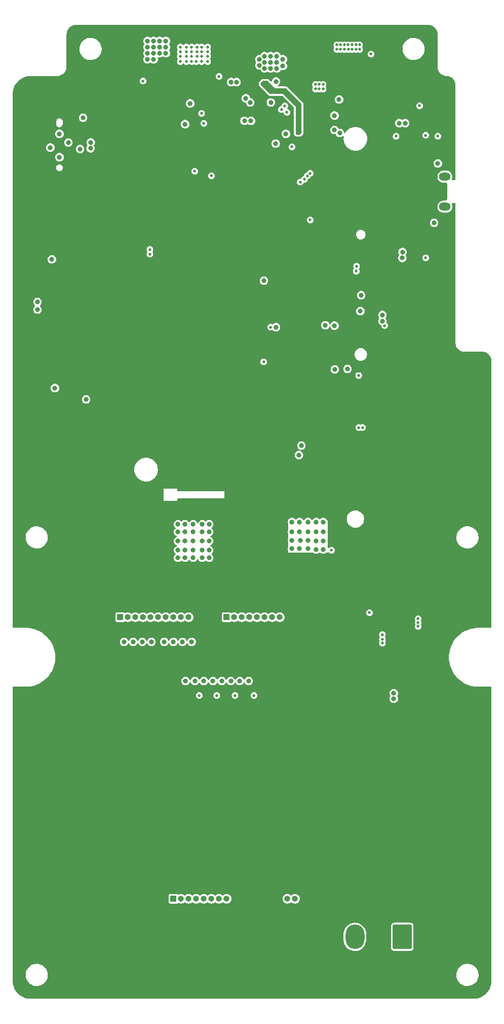
<source format=gbr>
%TF.GenerationSoftware,KiCad,Pcbnew,7.0.10*%
%TF.CreationDate,2024-03-08T14:55:51+08:00*%
%TF.ProjectId,solar_board,736f6c61-725f-4626-9f61-72642e6b6963,rev?*%
%TF.SameCoordinates,Original*%
%TF.FileFunction,Copper,L2,Inr*%
%TF.FilePolarity,Positive*%
%FSLAX46Y46*%
G04 Gerber Fmt 4.6, Leading zero omitted, Abs format (unit mm)*
G04 Created by KiCad (PCBNEW 7.0.10) date 2024-03-08 14:55:51*
%MOMM*%
%LPD*%
G01*
G04 APERTURE LIST*
G04 Aperture macros list*
%AMRoundRect*
0 Rectangle with rounded corners*
0 $1 Rounding radius*
0 $2 $3 $4 $5 $6 $7 $8 $9 X,Y pos of 4 corners*
0 Add a 4 corners polygon primitive as box body*
4,1,4,$2,$3,$4,$5,$6,$7,$8,$9,$2,$3,0*
0 Add four circle primitives for the rounded corners*
1,1,$1+$1,$2,$3*
1,1,$1+$1,$4,$5*
1,1,$1+$1,$6,$7*
1,1,$1+$1,$8,$9*
0 Add four rect primitives between the rounded corners*
20,1,$1+$1,$2,$3,$4,$5,0*
20,1,$1+$1,$4,$5,$6,$7,0*
20,1,$1+$1,$6,$7,$8,$9,0*
20,1,$1+$1,$8,$9,$2,$3,0*%
G04 Aperture macros list end*
%TA.AperFunction,ComponentPad*%
%ADD10C,7.000000*%
%TD*%
%TA.AperFunction,ComponentPad*%
%ADD11R,1.000000X1.000000*%
%TD*%
%TA.AperFunction,ComponentPad*%
%ADD12O,1.000000X1.000000*%
%TD*%
%TA.AperFunction,ComponentPad*%
%ADD13RoundRect,0.250000X1.330000X1.800000X-1.330000X1.800000X-1.330000X-1.800000X1.330000X-1.800000X0*%
%TD*%
%TA.AperFunction,ComponentPad*%
%ADD14O,3.160000X4.100000*%
%TD*%
%TA.AperFunction,ComponentPad*%
%ADD15C,1.100000*%
%TD*%
%TA.AperFunction,ComponentPad*%
%ADD16RoundRect,0.700000X0.250000X0.000000X0.250000X0.000000X-0.250000X0.000000X-0.250000X0.000000X0*%
%TD*%
%TA.AperFunction,ViaPad*%
%ADD17C,0.500000*%
%TD*%
%TA.AperFunction,ViaPad*%
%ADD18C,0.800000*%
%TD*%
%TA.AperFunction,Conductor*%
%ADD19C,0.200000*%
%TD*%
%TA.AperFunction,Conductor*%
%ADD20C,0.250000*%
%TD*%
%TA.AperFunction,Conductor*%
%ADD21C,1.000000*%
%TD*%
%TA.AperFunction,Conductor*%
%ADD22C,0.500000*%
%TD*%
G04 APERTURE END LIST*
D10*
%TO.N,GND*%
%TO.C,U1*%
X82489000Y-65832001D03*
%TD*%
D11*
%TO.N,EXT_I2C_SCL*%
%TO.C,J7*%
X82750000Y-119650001D03*
D12*
%TO.N,EXT_I2C_SDA*%
X84020000Y-119650001D03*
%TO.N,EXT_UART_TXD*%
X85290000Y-119650001D03*
%TO.N,EXT_UART_RXD*%
X86560000Y-119650001D03*
%TO.N,EXT_UART_CTS*%
X87830000Y-119650001D03*
%TO.N,EXT_UART_RTS*%
X89100000Y-119650001D03*
%TO.N,EXT_SPI_CS*%
X90370000Y-119650001D03*
%TO.N,EXT_SPI_MISO*%
X91640000Y-119650001D03*
%TO.N,EXT_SPI_MOSI*%
X92910000Y-119650001D03*
%TO.N,EXT_SPI_SCLK*%
X94180000Y-119650001D03*
%TD*%
D11*
%TO.N,GND*%
%TO.C,J9*%
X108150000Y-166640001D03*
D12*
X109420000Y-166640001D03*
%TO.N,PWR_OUT*%
X110690000Y-166640001D03*
X111960000Y-166640001D03*
%TD*%
D11*
%TO.N,Net-(J1-Pin_1)*%
%TO.C,J1*%
X91640000Y-166640001D03*
D12*
%TO.N,Net-(J1-Pin_2)*%
X92910000Y-166640001D03*
%TO.N,Net-(J1-Pin_3)*%
X94180000Y-166640001D03*
%TO.N,Net-(J1-Pin_4)*%
X95450000Y-166640001D03*
%TO.N,Net-(J1-Pin_5)*%
X96720000Y-166640001D03*
%TO.N,Net-(J1-Pin_6)*%
X97990000Y-166640001D03*
%TO.N,Net-(J1-Pin_7)*%
X99260000Y-166640001D03*
%TO.N,Net-(J1-Pin_8)*%
X100530000Y-166640001D03*
%TD*%
D13*
%TO.N,PWR_IN*%
%TO.C,J4*%
X129890000Y-172990001D03*
D14*
%TO.N,GND*%
X125930000Y-172990001D03*
%TO.N,PWR_OUT*%
X121970000Y-172990001D03*
%TO.N,GND*%
X118010000Y-172990001D03*
%TD*%
D15*
%TO.N,GND*%
%TO.C,J2*%
X70440000Y-43310001D03*
X74740000Y-43310001D03*
X70440000Y-38510001D03*
X74740000Y-38510001D03*
%TD*%
D11*
%TO.N,EXT_A7*%
%TO.C,J8*%
X100530000Y-119650001D03*
D12*
%TO.N,EXT_A6*%
X101800000Y-119650001D03*
%TO.N,EXT_A5*%
X103070000Y-119650001D03*
%TO.N,EXT_A4*%
X104340000Y-119650001D03*
%TO.N,EXT_A3*%
X105610000Y-119650001D03*
%TO.N,EXT_A2*%
X106880000Y-119650001D03*
%TO.N,EXT_A1*%
X108150000Y-119650001D03*
%TO.N,EXT_A0*%
X109420000Y-119650001D03*
%TD*%
D16*
%TO.N,N/C*%
%TO.C,U11*%
X137021000Y-51157001D03*
X137021000Y-46157001D03*
%TD*%
D17*
%TO.N,GND*%
X95602400Y-94504001D03*
X97583600Y-94504001D03*
X96669200Y-46942401D03*
X96669200Y-45142401D03*
X96669200Y-46142401D03*
X96669200Y-44342401D03*
X102460400Y-45054401D03*
X115980000Y-84840001D03*
X81180000Y-98140001D03*
X98650400Y-165471601D03*
X125676000Y-139208001D03*
X84580000Y-73840001D03*
X122980000Y-116540001D03*
X110480000Y-72840001D03*
X77180000Y-99540001D03*
X97431200Y-139462001D03*
X95704000Y-179848001D03*
X92249600Y-158512001D03*
X126580000Y-65140001D03*
X116280000Y-54940001D03*
X86052000Y-174768001D03*
X134980000Y-62940001D03*
X91980000Y-131640001D03*
X107580000Y-60440001D03*
X105680000Y-48440001D03*
X123680000Y-62840001D03*
X84480000Y-110640001D03*
X127180000Y-62840001D03*
X136980000Y-35540001D03*
X109521600Y-89982801D03*
X128780000Y-26940001D03*
X99133000Y-42180001D03*
X99080000Y-43740001D03*
X99133000Y-34306001D03*
X81747487Y-25523918D03*
D18*
X116910000Y-166560001D03*
D17*
X123680000Y-64540001D03*
X87576000Y-170196001D03*
X102460400Y-40554401D03*
X109380000Y-84040001D03*
X94434000Y-133975601D03*
X77880000Y-82740001D03*
X101201922Y-116096030D03*
X123644000Y-54372001D03*
X93280000Y-42840001D03*
X111180000Y-60540001D03*
X119580000Y-153940001D03*
X96847000Y-33290001D03*
X73390000Y-56747001D03*
X122080000Y-60240001D03*
X125380000Y-29840001D03*
X110180000Y-95040001D03*
X103476400Y-133874001D03*
X98244000Y-120539001D03*
X106280000Y-48440001D03*
X126680000Y-57340001D03*
X108508819Y-123377327D03*
X96110400Y-158562801D03*
X134312000Y-112284001D03*
X128380000Y-42540001D03*
X118180000Y-40440001D03*
D18*
X80170000Y-43120001D03*
D17*
X81480000Y-114140001D03*
X107138696Y-124627264D03*
X88980000Y-114640001D03*
X103480000Y-113840001D03*
X137480000Y-69340001D03*
X115770000Y-118786401D03*
X111369251Y-119651554D03*
X91843200Y-21301201D03*
X96720000Y-42815001D03*
X102460400Y-44054401D03*
X81880000Y-72640001D03*
X127980000Y-102040001D03*
X102487876Y-48991781D03*
X100428400Y-133823201D03*
X123517000Y-70247001D03*
X92980000Y-98240001D03*
X108280000Y-72740001D03*
X131880000Y-33240001D03*
X125676000Y-135144001D03*
X118180000Y-42140001D03*
X109521600Y-88916001D03*
X93773600Y-146066001D03*
X73080000Y-92040001D03*
X81780000Y-83440001D03*
X76527000Y-63262001D03*
X128680000Y-44540001D03*
X117180000Y-35840001D03*
X100322351Y-97709406D03*
X112180000Y-116540001D03*
X120980000Y-36040001D03*
X94434000Y-131080001D03*
X81180000Y-101240001D03*
X126680000Y-58740001D03*
X128880000Y-91240001D03*
X136980000Y-34240001D03*
X105610000Y-39640001D03*
X135680000Y-33140001D03*
X93280000Y-43540001D03*
X100680000Y-100240001D03*
X128580000Y-52540001D03*
X111080000Y-48440001D03*
X125676000Y-150892001D03*
X123980000Y-67140001D03*
X106880000Y-162576001D03*
X137480000Y-72740001D03*
X93519600Y-165420801D03*
X116580000Y-72040001D03*
X128080000Y-62840001D03*
X123880000Y-36040001D03*
X106880000Y-110340001D03*
X97583600Y-98140001D03*
X82115000Y-28908001D03*
X77080000Y-105140001D03*
X89680000Y-97740001D03*
X101927000Y-131207001D03*
X123644000Y-86884001D03*
X113280000Y-70940001D03*
X104975000Y-39640001D03*
D18*
X135074000Y-49927001D03*
X80080000Y-38710001D03*
D17*
X66038948Y-75877714D03*
X115380000Y-48540001D03*
X116280000Y-51740001D03*
X92300400Y-165471601D03*
X116980000Y-33840001D03*
X84080000Y-21540001D03*
X110994800Y-52187601D03*
X73280000Y-109740001D03*
X65680000Y-40940001D03*
X84380000Y-43140001D03*
X77680000Y-61040001D03*
X76880000Y-92940001D03*
X126680000Y-60440001D03*
X102180000Y-77040001D03*
X111134500Y-85042501D03*
X105780000Y-130440001D03*
X89100000Y-143780001D03*
X119580000Y-148860001D03*
X123080000Y-46840001D03*
X126580000Y-66440001D03*
X114380000Y-35840001D03*
X84580000Y-99140001D03*
X100580000Y-99540001D03*
X99080000Y-44940001D03*
X97482000Y-133823201D03*
X100480000Y-98340001D03*
X128367515Y-97320367D03*
X106880000Y-139843001D03*
X103476400Y-139462001D03*
X136780000Y-88740001D03*
X65444026Y-65872209D03*
X121280000Y-85540001D03*
X128680000Y-81040001D03*
X98650400Y-158562801D03*
X116024000Y-134128001D03*
X65281775Y-94536627D03*
X101580000Y-59040001D03*
X99006000Y-131080001D03*
X98980000Y-47640001D03*
X89680000Y-98990004D03*
X88180000Y-108040001D03*
X120480000Y-46940001D03*
X116024000Y-149876001D03*
X107980000Y-48440001D03*
X133980000Y-62140001D03*
X65580000Y-48840001D03*
X130756000Y-146828001D03*
X88999381Y-58068820D03*
X95380000Y-116540001D03*
X82380000Y-23240001D03*
X99920400Y-165471601D03*
X94789600Y-165471601D03*
X122380000Y-85540001D03*
X102054000Y-133823201D03*
X89680000Y-101140001D03*
X76870944Y-114850121D03*
X115980000Y-33840001D03*
X84580000Y-100440001D03*
D18*
X137487000Y-44466001D03*
D17*
X130756000Y-129556001D03*
X106380000Y-111040001D03*
X92980000Y-97640001D03*
X125676000Y-144796001D03*
X120680000Y-62640001D03*
X106380000Y-57540001D03*
X134580000Y-108640001D03*
X88501953Y-21221250D03*
X104880000Y-89840001D03*
X106880000Y-105172001D03*
X101952400Y-139462001D03*
X99133000Y-40529001D03*
X92680000Y-72740001D03*
X106580000Y-67540001D03*
X84380000Y-37540001D03*
X121880000Y-97540001D03*
X120480000Y-47740001D03*
X94434000Y-139462001D03*
X120480000Y-44240001D03*
X102917600Y-150180801D03*
X110680000Y-54640001D03*
X91580000Y-96940001D03*
X109380000Y-94240001D03*
X95480000Y-100240001D03*
X134312000Y-117872001D03*
D18*
X130400000Y-167120001D03*
D17*
X99080000Y-50140001D03*
X120596000Y-126000001D03*
X99133000Y-35576001D03*
X91080000Y-101540001D03*
D18*
X135709000Y-162703001D03*
D17*
X130756000Y-156480001D03*
X122628000Y-86884001D03*
X112780000Y-85240001D03*
X72780000Y-100640001D03*
X130756000Y-141240001D03*
X97680000Y-114040001D03*
X123932856Y-30066958D03*
X92180000Y-61240001D03*
X88780000Y-76740001D03*
X115516000Y-158512001D03*
X105610000Y-38685001D03*
X126680000Y-59440001D03*
X125787575Y-94532425D03*
X123080000Y-47540001D03*
X126480000Y-89640001D03*
D18*
X80050000Y-37430001D03*
D17*
X125980000Y-46940001D03*
X77880000Y-76640001D03*
X119580000Y-142764001D03*
X93280000Y-46140001D03*
X107280000Y-48440001D03*
X116480000Y-62640001D03*
X124980000Y-106040001D03*
X104180000Y-52140001D03*
X117780000Y-60540001D03*
X95226000Y-37262832D03*
X137480000Y-76440001D03*
X123080000Y-44440001D03*
X123080000Y-43540001D03*
X113480000Y-67540001D03*
X123580000Y-85440001D03*
X106980000Y-29340001D03*
X105680000Y-128040001D03*
X130756000Y-151908001D03*
X99780000Y-117640001D03*
X126580000Y-67240001D03*
X82115000Y-29734001D03*
X84580000Y-97040001D03*
X105356000Y-175276001D03*
X129580000Y-40940001D03*
X117344800Y-21301201D03*
X129480000Y-48740001D03*
X97480000Y-100240001D03*
X125780000Y-92240001D03*
D18*
X80000000Y-36270001D03*
D17*
X126692000Y-67961001D03*
X96680000Y-48640001D03*
X102181000Y-39640001D03*
X116080000Y-116540001D03*
X102460400Y-46954401D03*
X106880000Y-99076001D03*
X113280000Y-60540001D03*
X115280000Y-32640001D03*
X130480000Y-62840001D03*
X85970688Y-54847829D03*
X133804000Y-123460001D03*
X92480000Y-100540001D03*
X123780000Y-33240001D03*
X99869600Y-158562801D03*
X65580000Y-58040001D03*
X136780000Y-91940001D03*
X125676000Y-157496001D03*
X125980000Y-44140001D03*
X115980000Y-83440001D03*
X109280000Y-29240001D03*
X84380000Y-39340001D03*
X131180000Y-112040001D03*
X96008800Y-139462001D03*
X105780000Y-125740001D03*
X126080000Y-36040001D03*
X137180000Y-37240001D03*
X110580000Y-67540001D03*
X124355200Y-21250401D03*
X136780000Y-78440001D03*
X82115000Y-28083001D03*
X110480000Y-62740001D03*
X101901600Y-71491601D03*
X80980000Y-61140001D03*
X115480000Y-96840001D03*
D18*
X130350000Y-165630001D03*
D17*
X86458400Y-68494401D03*
X65580000Y-34440001D03*
D18*
X140599169Y-166194832D03*
D17*
X130304842Y-41628952D03*
X93629093Y-98274382D03*
X136780000Y-85040001D03*
X123080000Y-45340001D03*
X91480000Y-84240001D03*
X89680000Y-98340001D03*
X84480000Y-59240001D03*
X116680000Y-96740001D03*
X101292000Y-179848001D03*
X125980000Y-33240001D03*
X78780000Y-32040001D03*
X118180000Y-41240001D03*
X90280000Y-82140001D03*
X90880000Y-96940001D03*
X65227691Y-102324695D03*
X89680000Y-100440001D03*
X93570400Y-158562801D03*
X95958000Y-131080001D03*
X99079020Y-36223758D03*
X135880000Y-106640001D03*
X115000000Y-33840001D03*
X99133000Y-34941001D03*
X122080000Y-58840001D03*
X85880000Y-86240001D03*
X81180000Y-104040001D03*
X102460400Y-41454401D03*
X91780000Y-101540001D03*
X112112400Y-85106001D03*
X118180000Y-39640001D03*
D18*
X78051000Y-39067001D03*
D17*
X95230000Y-36640001D03*
X127880000Y-77840001D03*
X125380000Y-41340001D03*
X96262800Y-94504001D03*
X129580000Y-113740001D03*
X105780000Y-71340001D03*
X86480000Y-106240001D03*
X126680000Y-56640001D03*
X117563333Y-73178424D03*
X126680000Y-58040001D03*
X117880000Y-62640001D03*
X106380000Y-54640001D03*
X127080000Y-53940001D03*
X94780000Y-100240001D03*
X130756000Y-135652001D03*
X105180000Y-29740001D03*
X95577000Y-119269001D03*
X89938570Y-64664503D03*
X119580000Y-158512001D03*
X99133000Y-41418001D03*
X119580000Y-133620001D03*
X102460400Y-45954401D03*
X91680000Y-88540001D03*
X136780000Y-98440001D03*
X132180000Y-62940001D03*
X97482000Y-131080001D03*
X114080000Y-72940001D03*
X126280000Y-86540001D03*
X97380400Y-158562801D03*
X76680000Y-88040001D03*
X83405401Y-28108001D03*
X121053200Y-21250401D03*
X102280000Y-83940001D03*
D18*
X116880000Y-168080001D03*
X80030000Y-39920001D03*
D17*
X96161200Y-165471601D03*
X92180000Y-96940001D03*
X136780000Y-101840001D03*
X100592689Y-22182740D03*
X105780000Y-74040001D03*
X107680000Y-109640001D03*
X100580000Y-98940001D03*
X133180000Y-64240001D03*
X89680000Y-99640001D03*
X113080000Y-48440001D03*
X84580000Y-94240001D03*
X77280000Y-81040001D03*
X116180000Y-35840001D03*
X120380000Y-85540001D03*
X136780000Y-95140001D03*
X100403000Y-131080001D03*
X89100000Y-140351001D03*
X114754000Y-21301201D03*
X101749200Y-21250401D03*
X93080000Y-100240001D03*
X92380000Y-91640001D03*
D18*
X74685500Y-46307501D03*
D17*
X120480000Y-45240001D03*
X116480000Y-94840001D03*
D18*
X126565000Y-168037001D03*
D17*
X117680000Y-67540001D03*
X102431200Y-48288801D03*
X103780000Y-31940001D03*
X106880000Y-102124001D03*
X106880000Y-147844001D03*
X120480000Y-43540001D03*
X83385000Y-29734001D03*
X118080000Y-33840001D03*
X89100000Y-162068001D03*
X128780000Y-33240001D03*
X136780000Y-81340001D03*
X77480000Y-33940001D03*
X84380000Y-50940001D03*
X98955200Y-139462001D03*
X84380000Y-45640001D03*
X110232800Y-85106001D03*
X129480000Y-51440001D03*
X84880000Y-80440001D03*
X121380000Y-33240001D03*
X123644000Y-51832001D03*
X99666400Y-148453601D03*
X96847000Y-33925001D03*
X126480000Y-51940001D03*
X74156680Y-34972079D03*
X81180000Y-87840001D03*
X126580000Y-74140001D03*
X84380000Y-53140001D03*
X121380000Y-54321201D03*
X122680000Y-107840001D03*
X93280000Y-45340001D03*
X102460400Y-42254401D03*
X107280000Y-52240001D03*
X122080000Y-57240001D03*
X121380000Y-52240001D03*
D18*
X126697909Y-167049338D03*
D17*
X89280000Y-131440001D03*
X115280000Y-94840001D03*
X128380000Y-24740001D03*
X121380000Y-55640001D03*
X122831200Y-21250401D03*
X73180000Y-85740001D03*
X91080000Y-59840001D03*
X95230000Y-37900001D03*
X100280000Y-100740001D03*
X103780000Y-29740001D03*
X126480000Y-80140001D03*
X89608000Y-179848001D03*
X118180000Y-32640001D03*
X116280000Y-56540001D03*
X123680000Y-58440001D03*
X123080000Y-48540001D03*
X89100000Y-149368001D03*
X102596082Y-114773981D03*
X126580000Y-73240001D03*
X109480000Y-48440001D03*
X85080000Y-104740001D03*
X99180000Y-119340001D03*
X89100000Y-157496001D03*
X114980000Y-54740001D03*
X95580000Y-120539001D03*
X117080000Y-32640001D03*
X96321394Y-98161365D03*
X82750000Y-29734001D03*
X123644000Y-122444001D03*
X112468000Y-21250401D03*
X106245000Y-39640001D03*
X107980000Y-93040001D03*
X127780000Y-50440001D03*
X131264000Y-126000001D03*
X94280000Y-114140001D03*
X116280000Y-49040001D03*
X102460400Y-47654401D03*
X89676488Y-97181406D03*
X93980000Y-100240001D03*
X80980000Y-59240001D03*
D18*
X126780000Y-165630001D03*
D17*
X86180000Y-129440001D03*
X119427600Y-21301201D03*
X116280000Y-50240001D03*
X109318400Y-85106001D03*
X131830000Y-43323001D03*
X136680000Y-105140001D03*
X114280000Y-94840001D03*
X81780000Y-76640001D03*
X102181000Y-38878001D03*
X125777600Y-21250401D03*
X122480000Y-62840001D03*
X128780000Y-47640001D03*
X105880000Y-62740001D03*
X84380000Y-34940001D03*
X105180000Y-31940001D03*
X109521600Y-91354401D03*
X128980000Y-62840001D03*
X119580000Y-138700001D03*
X80880000Y-30140001D03*
X94840400Y-158562801D03*
X77680000Y-59240001D03*
X79680000Y-118740001D03*
X117680000Y-36340001D03*
X90380000Y-101540001D03*
X106880000Y-156480001D03*
X103832000Y-21250401D03*
X100479200Y-139462001D03*
X102460400Y-43254401D03*
X110180000Y-48440001D03*
X114480000Y-32640001D03*
X96720000Y-147183601D03*
X84380000Y-48340001D03*
X111273102Y-118209319D03*
X96780000Y-100240001D03*
X99514000Y-21352001D03*
X90780000Y-67540001D03*
X94780000Y-98240001D03*
X96180000Y-100240001D03*
X120980000Y-29940001D03*
X103680000Y-88440001D03*
X137480000Y-66040001D03*
X123380000Y-96240001D03*
X105580000Y-76240001D03*
D18*
X130375000Y-168164001D03*
D17*
X97380400Y-165471601D03*
D18*
X80230000Y-41960001D03*
D17*
X103832000Y-169688001D03*
X84480000Y-61140001D03*
X67120624Y-85071961D03*
X76080000Y-82440001D03*
X82180000Y-107540001D03*
X106380000Y-84140001D03*
X110335650Y-122055278D03*
X128880000Y-29540001D03*
X93280000Y-44340001D03*
X99006000Y-133874001D03*
X82750000Y-28083001D03*
D18*
X117900000Y-166690001D03*
D17*
X99133000Y-39640001D03*
X99133000Y-38878001D03*
X92480000Y-101240001D03*
X98980000Y-46240001D03*
X123680000Y-60540001D03*
X116180000Y-32640001D03*
X79680000Y-78640001D03*
X103451000Y-131207001D03*
X75516221Y-79086852D03*
X92910000Y-131080001D03*
X96847000Y-32655001D03*
X106372000Y-107712001D03*
X120480000Y-48640001D03*
X102968400Y-21250401D03*
X90280000Y-96940001D03*
X116024000Y-142764001D03*
X95958000Y-133975601D03*
X122255284Y-91427816D03*
X96338096Y-21197213D03*
X93280000Y-42240001D03*
D18*
X114881000Y-39132001D03*
D17*
X128780000Y-85440001D03*
X106580000Y-91640001D03*
X96923200Y-98161601D03*
X92980000Y-96940001D03*
D18*
%TO.N,Net-(D8-K)*%
X128470000Y-133239001D03*
X101292000Y-30369001D03*
X102181000Y-30369001D03*
X128470000Y-132350001D03*
D17*
%TO.N,VSYS*%
X132534000Y-119904001D03*
X112840000Y-47060001D03*
X96339000Y-35576001D03*
X122628000Y-88027001D03*
X123251000Y-88015001D03*
X132534000Y-121174001D03*
X114020000Y-46030001D03*
X132534000Y-120539001D03*
X114500000Y-45609001D03*
X113520000Y-46580001D03*
X96720000Y-37262832D03*
D18*
%TO.N,/power management/VREF*%
X108785000Y-30270001D03*
X110436000Y-39005001D03*
D17*
%TO.N,GNDA*%
X112468000Y-38800001D03*
X112470000Y-38210001D03*
X106600000Y-30630001D03*
X107286400Y-30597601D03*
%TO.N,+3.3V*%
X95958000Y-132731001D03*
X128851000Y-39386001D03*
X101927000Y-132731001D03*
X135836000Y-39386001D03*
D18*
X135836000Y-43958001D03*
D17*
X98879000Y-132731001D03*
X114500000Y-53356001D03*
X132788000Y-34306001D03*
X97990000Y-45990001D03*
X99260000Y-29429201D03*
X87703000Y-59071001D03*
X118056000Y-108474001D03*
X105102000Y-132731001D03*
X87703000Y-58309001D03*
D18*
%TO.N,PMID*%
X103512000Y-36821001D03*
D17*
X126565000Y-123968001D03*
X126565000Y-122571001D03*
X126565000Y-123968001D03*
X126565000Y-123333001D03*
D18*
X104594000Y-36846001D03*
%TO.N,VUSB*%
X76527000Y-36338001D03*
X72590000Y-39005001D03*
X72590000Y-42900001D03*
%TO.N,~{RESET}*%
X71320000Y-59960001D03*
X106753000Y-63516001D03*
%TO.N,D-*%
X129900000Y-59720001D03*
X103750930Y-33082004D03*
X77826000Y-40435001D03*
%TO.N,D+*%
X129936121Y-58720651D03*
X76019000Y-41545001D03*
X77777882Y-41433845D03*
X71066000Y-41291001D03*
X104467000Y-33782004D03*
X74081964Y-40460087D03*
%TO.N,Net-(U8-RXD{slash}SPI_MOSI)*%
X113020429Y-91018479D03*
X112620000Y-92602066D03*
%TO.N,Net-(J6-SWDIO{slash}TMS)*%
X126565000Y-70247001D03*
X68907000Y-68342001D03*
%TO.N,Net-(J6-SWCLK{slash}TCK)*%
X126565000Y-69231001D03*
X68907000Y-67072001D03*
D17*
%TO.N,PWR_VOUT_CTL*%
X122600000Y-79340001D03*
X124406000Y-118888001D03*
%TO.N,DCDC_MODE*%
X107896000Y-71263001D03*
D18*
X94434000Y-33925001D03*
D17*
X95196000Y-45228001D03*
D18*
X93587168Y-37398246D03*
D17*
X106720000Y-77040001D03*
X126946000Y-71009001D03*
%TO.N,Net-(R9-Pad2)*%
X111452000Y-41164001D03*
%TO.N,EXT_I2C_SDA*%
X122183500Y-61928501D03*
X110250000Y-34330001D03*
D18*
X130375000Y-37227001D03*
%TO.N,EXT_I2C_SCL*%
X129359000Y-37227001D03*
D17*
X122247000Y-61103001D03*
X109686650Y-34950001D03*
D18*
%TO.N,Net-(SW1-A)*%
X77035000Y-83328001D03*
X71828000Y-81423001D03*
%TO.N,Net-(U1A-MODEM_USB_P)*%
X123009000Y-65929001D03*
%TO.N,Net-(U1A-MODEM_USB_N)*%
X122882000Y-68596001D03*
%TO.N,Net-(U1A-D7)*%
X135201000Y-53864001D03*
X118600000Y-78310001D03*
%TO.N,Net-(U1A-MODEM_VBUS)*%
X120720000Y-78240001D03*
D17*
%TO.N,ACCEL_INT*%
X133792000Y-59694001D03*
X133792000Y-39247001D03*
D18*
%TO.N,PMIC_OTG*%
X119453000Y-38878001D03*
X119326000Y-33290001D03*
X107914975Y-33779026D03*
X118564000Y-71009001D03*
%TO.N,PMIC_INT*%
X108733932Y-40636570D03*
X108785000Y-71263001D03*
D17*
%TO.N,~{PMIC_CE}*%
X110600000Y-35430001D03*
D18*
X118564000Y-38370001D03*
X117040000Y-70947001D03*
X118564000Y-35957001D03*
%TO.N,NEGATIVE_2*%
X94942000Y-108474001D03*
X94942000Y-106950001D03*
X90370000Y-25543001D03*
X96466000Y-104156001D03*
X93545000Y-104156001D03*
D17*
X86560000Y-30200001D03*
D18*
X87322000Y-24527001D03*
X88338000Y-24527001D03*
X97609000Y-105426001D03*
X88338000Y-25543001D03*
X92402000Y-109744001D03*
X93545000Y-109744001D03*
X97609000Y-109744001D03*
X94942000Y-104156001D03*
X90370000Y-24527001D03*
X96466000Y-105426001D03*
X89354000Y-24527001D03*
X92402000Y-106950001D03*
X93545000Y-106950001D03*
X88338000Y-23511001D03*
X97609000Y-106950001D03*
X89354000Y-23511001D03*
X93545000Y-108474001D03*
X94942000Y-109744001D03*
X97609000Y-104156001D03*
X96466000Y-109744001D03*
X96466000Y-108474001D03*
X87322000Y-25543001D03*
X89354000Y-25543001D03*
X97609000Y-108474001D03*
X87322000Y-26559001D03*
X92402000Y-104156001D03*
X87322000Y-23511001D03*
X90370000Y-23511001D03*
X94942000Y-105426001D03*
X96466000Y-106950001D03*
X92402000Y-108474001D03*
X93545000Y-105426001D03*
X88338000Y-26559001D03*
X92402000Y-105426001D03*
D17*
%TO.N,NEGATIVE_1*%
X118945000Y-24908001D03*
X116659000Y-30750001D03*
X121485000Y-24146001D03*
X120880006Y-24908001D03*
X120230003Y-24908001D03*
X122755000Y-24908001D03*
X119580000Y-24146001D03*
X116024000Y-31512001D03*
X115389000Y-30750001D03*
X122135003Y-24908001D03*
X115389000Y-31512001D03*
X116024000Y-30750001D03*
X116659000Y-31512001D03*
X121485000Y-24908001D03*
X122755000Y-24146001D03*
X120850000Y-24146001D03*
X120215000Y-24146001D03*
X118945000Y-24146001D03*
X122135003Y-24146001D03*
X119580000Y-24908001D03*
%TO.N,POSITIVE_1*%
X93799000Y-26051001D03*
D18*
X106880000Y-27067001D03*
X116659000Y-105426001D03*
X114119000Y-105426001D03*
D17*
X92783000Y-26940001D03*
D18*
X112849000Y-106823001D03*
D17*
X96339000Y-26051001D03*
D18*
X107896000Y-28083001D03*
D17*
X93799000Y-26940001D03*
D18*
X112722000Y-103775001D03*
X106880000Y-26051001D03*
D17*
X124660000Y-25670001D03*
X97355000Y-26051001D03*
D18*
X109928000Y-27702001D03*
D17*
X96339000Y-25289001D03*
X95577000Y-24527001D03*
D18*
X111452000Y-108220001D03*
D17*
X95577000Y-26051001D03*
D18*
X116659000Y-103775001D03*
X106880000Y-28083001D03*
X115516000Y-108347001D03*
X111452000Y-103775001D03*
X105991000Y-27575001D03*
X108912000Y-28083001D03*
X108912000Y-27067001D03*
X111452000Y-106823001D03*
D17*
X94688000Y-26940001D03*
X95450000Y-26940001D03*
D18*
X114119000Y-103775001D03*
D17*
X93799000Y-25289001D03*
X92783000Y-24527001D03*
D18*
X116659000Y-106950001D03*
X114119000Y-106823001D03*
D17*
X94688000Y-25289001D03*
D18*
X107896000Y-27067001D03*
X115516000Y-106950001D03*
X112722000Y-108220001D03*
X114119000Y-108220001D03*
X115516000Y-105426001D03*
X111452000Y-105426001D03*
D17*
X96339000Y-26940001D03*
X94688000Y-26051001D03*
X96339000Y-24527001D03*
D18*
X105991000Y-26559001D03*
D17*
X94688000Y-24527001D03*
X97355000Y-24527001D03*
D18*
X107896000Y-26051001D03*
D17*
X92783000Y-26051001D03*
D18*
X108912000Y-26051001D03*
D17*
X97355000Y-26940001D03*
X95577000Y-25289001D03*
D18*
X109928000Y-26559001D03*
D17*
X93799000Y-24527001D03*
X97355000Y-25289001D03*
X92783000Y-25289001D03*
D18*
X116659000Y-108347001D03*
X112722000Y-105426001D03*
X115516000Y-103775001D03*
%TO.N,Net-(J1-Pin_1)*%
X83385000Y-123778001D03*
X93672000Y-130318001D03*
%TO.N,Net-(J1-Pin_2)*%
X95220000Y-130304001D03*
X84909000Y-123778001D03*
%TO.N,Net-(J1-Pin_3)*%
X96720000Y-130318001D03*
X86433000Y-123776001D03*
%TO.N,Net-(J1-Pin_4)*%
X87957000Y-123778001D03*
X98244000Y-130318001D03*
%TO.N,Net-(J1-Pin_5)*%
X99720000Y-130304001D03*
X90116000Y-123778001D03*
%TO.N,Net-(J1-Pin_6)*%
X91640000Y-123778001D03*
X101220000Y-130304001D03*
%TO.N,Net-(J1-Pin_7)*%
X102720000Y-130304001D03*
X93164000Y-123778001D03*
%TO.N,Net-(J1-Pin_8)*%
X104220000Y-130304001D03*
X94688000Y-123778001D03*
%TD*%
D19*
%TO.N,GNDA*%
X110182000Y-31893001D02*
X112468000Y-34179001D01*
X112468000Y-34179001D02*
X112468000Y-38800001D01*
X108581800Y-31893001D02*
X110182000Y-31893001D01*
X107286400Y-30597601D02*
X108581800Y-31893001D01*
D20*
%TO.N,GND*%
X99133000Y-34306001D02*
X99133000Y-36169778D01*
X99133000Y-36169778D02*
X99079020Y-36223758D01*
X84401000Y-101997001D02*
X89100000Y-101997001D01*
D19*
X114881000Y-39132001D02*
X114203000Y-39810001D01*
D20*
X77494000Y-38510001D02*
X78051000Y-39067001D01*
D19*
X106735000Y-39810001D02*
X105610000Y-38685001D01*
D20*
X137487000Y-44466001D02*
X137487000Y-43450001D01*
X119707000Y-68469001D02*
X121485000Y-70247001D01*
X137487000Y-43450001D02*
X137106000Y-43069001D01*
X111134500Y-73993501D02*
X116659000Y-68469001D01*
D19*
X100911000Y-37608001D02*
X100911000Y-42053001D01*
D20*
X136725000Y-166194832D02*
X140599169Y-166194832D01*
X132084000Y-43069001D02*
X131830000Y-43323001D01*
X79448000Y-125873001D02*
X79448000Y-106950001D01*
X137397000Y-44683001D02*
X136254000Y-44683001D01*
D21*
X135709000Y-162703001D02*
X135709000Y-165178832D01*
D22*
X115008000Y-33848001D02*
X115008000Y-39005001D01*
D19*
X100149000Y-42815001D02*
X96720000Y-42815001D01*
D20*
X136725000Y-166194832D02*
X129423169Y-166194832D01*
X129423169Y-166194832D02*
X125930000Y-169688001D01*
D22*
X115008000Y-39005001D02*
X114881000Y-39132001D01*
D20*
X134947000Y-49800001D02*
X135074000Y-49927001D01*
X125930000Y-169688001D02*
X125930000Y-172990001D01*
X137487000Y-44593001D02*
X137397000Y-44683001D01*
D22*
X115000000Y-33840001D02*
X115008000Y-33848001D01*
D20*
X134947000Y-45990001D02*
X134947000Y-49800001D01*
D19*
X100911000Y-42053001D02*
X100149000Y-42815001D01*
D20*
X103451000Y-167080001D02*
X103891000Y-166640001D01*
X103451000Y-171371001D02*
X105070000Y-172990001D01*
D19*
X118010000Y-172990001D02*
X118010000Y-166800001D01*
D20*
X103891000Y-166640001D02*
X108150000Y-166640001D01*
X137487000Y-44466001D02*
X137487000Y-44593001D01*
X137106000Y-43069001D02*
X132084000Y-43069001D01*
X79448000Y-106950001D02*
X84401000Y-101997001D01*
X103451000Y-167080001D02*
X103451000Y-171371001D01*
X116659000Y-68469001D02*
X119707000Y-68469001D01*
D21*
X135709000Y-165178832D02*
X136725000Y-166194832D01*
D19*
X114203000Y-39810001D02*
X106735000Y-39810001D01*
X116278000Y-40529001D02*
X118564000Y-40529001D01*
D20*
X74740000Y-38510001D02*
X77494000Y-38510001D01*
D19*
X114881000Y-39132001D02*
X116278000Y-40529001D01*
D20*
X111134500Y-85042501D02*
X111134500Y-73993501D01*
D19*
X118010000Y-166800001D02*
X117900000Y-166690001D01*
D20*
X103451000Y-134890001D02*
X103451000Y-167080001D01*
X136254000Y-44683001D02*
X134947000Y-45990001D01*
D19*
X118564000Y-40529001D02*
X121358000Y-43323001D01*
D20*
X105070000Y-172990001D02*
X118010000Y-172990001D01*
D19*
X121358000Y-43323001D02*
X131830000Y-43323001D01*
D20*
X121485000Y-70247001D02*
X123517000Y-70247001D01*
X86433000Y-132858001D02*
X79448000Y-125873001D01*
%TD*%
%TA.AperFunction,Conductor*%
%TO.N,GND*%
G36*
X134284418Y-20840817D02*
G01*
X134349734Y-20845488D01*
X134349740Y-20845489D01*
X134492444Y-20856720D01*
X134509060Y-20859170D01*
X134598513Y-20878629D01*
X134600987Y-20879195D01*
X134712554Y-20905979D01*
X134726920Y-20910365D01*
X134817741Y-20944239D01*
X134821788Y-20945832D01*
X134922781Y-20987665D01*
X134934751Y-20993392D01*
X135021576Y-21040802D01*
X135026939Y-21043907D01*
X135118429Y-21099972D01*
X135127935Y-21106421D01*
X135207867Y-21166258D01*
X135214060Y-21171213D01*
X135295081Y-21240412D01*
X135302210Y-21247002D01*
X135372965Y-21317756D01*
X135372986Y-21317777D01*
X135379593Y-21324924D01*
X135448781Y-21405933D01*
X135453750Y-21412145D01*
X135513576Y-21492064D01*
X135520036Y-21501584D01*
X135576092Y-21593059D01*
X135579197Y-21598422D01*
X135626602Y-21685238D01*
X135632331Y-21697212D01*
X135674161Y-21798198D01*
X135675782Y-21802319D01*
X135709629Y-21893069D01*
X135714021Y-21907453D01*
X135740782Y-22018917D01*
X135741374Y-22021507D01*
X135760829Y-22110942D01*
X135763281Y-22127571D01*
X135774474Y-22269796D01*
X135774540Y-22270677D01*
X135779184Y-22335592D01*
X135779500Y-22344440D01*
X135779500Y-27788638D01*
X135779499Y-27788641D01*
X135779499Y-27947318D01*
X135810043Y-28159765D01*
X135810046Y-28159775D01*
X135870516Y-28365717D01*
X135959671Y-28560939D01*
X135959680Y-28560955D01*
X136075718Y-28741513D01*
X136216275Y-28903725D01*
X136340277Y-29011173D01*
X136378487Y-29044282D01*
X136467460Y-29101461D01*
X136559048Y-29160321D01*
X136559061Y-29160328D01*
X136754283Y-29249483D01*
X136754287Y-29249484D01*
X136754289Y-29249485D01*
X136960231Y-29309955D01*
X136960232Y-29309955D01*
X136960235Y-29309956D01*
X137023584Y-29319063D01*
X137172682Y-29340501D01*
X137275574Y-29340501D01*
X137284418Y-29340817D01*
X137349734Y-29345488D01*
X137349740Y-29345489D01*
X137492444Y-29356720D01*
X137509060Y-29359170D01*
X137598513Y-29378629D01*
X137600987Y-29379195D01*
X137712554Y-29405979D01*
X137726920Y-29410365D01*
X137817741Y-29444239D01*
X137821788Y-29445832D01*
X137922781Y-29487665D01*
X137934751Y-29493392D01*
X138021576Y-29540802D01*
X138026939Y-29543907D01*
X138118429Y-29599972D01*
X138127935Y-29606421D01*
X138207867Y-29666258D01*
X138214060Y-29671213D01*
X138295081Y-29740412D01*
X138302210Y-29747002D01*
X138343473Y-29788264D01*
X138372986Y-29817777D01*
X138379593Y-29824924D01*
X138448781Y-29905933D01*
X138453750Y-29912145D01*
X138513576Y-29992064D01*
X138520036Y-30001584D01*
X138576092Y-30093059D01*
X138579197Y-30098422D01*
X138626602Y-30185238D01*
X138632331Y-30197212D01*
X138674161Y-30298198D01*
X138675782Y-30302319D01*
X138709629Y-30393069D01*
X138714021Y-30407453D01*
X138740782Y-30518917D01*
X138741374Y-30521507D01*
X138760829Y-30610942D01*
X138763281Y-30627571D01*
X138774474Y-30769796D01*
X138774540Y-30770677D01*
X138779184Y-30835592D01*
X138779500Y-30844440D01*
X138779500Y-46615501D01*
X138759815Y-46682540D01*
X138707011Y-46728295D01*
X138655500Y-46739501D01*
X138300171Y-46739501D01*
X138233132Y-46719816D01*
X138187377Y-46667012D01*
X138177433Y-46597854D01*
X138190260Y-46558092D01*
X138204909Y-46530050D01*
X138260886Y-46334419D01*
X138271500Y-46215038D01*
X138271499Y-46098965D01*
X138260886Y-45979583D01*
X138204909Y-45783952D01*
X138110698Y-45603594D01*
X138033681Y-45509140D01*
X137982109Y-45445891D01*
X137866933Y-45351978D01*
X137824407Y-45317303D01*
X137644049Y-45223092D01*
X137644048Y-45223091D01*
X137644045Y-45223090D01*
X137526829Y-45189551D01*
X137448418Y-45167115D01*
X137448415Y-45167114D01*
X137448413Y-45167114D01*
X137382102Y-45161218D01*
X137329037Y-45156501D01*
X137329032Y-45156501D01*
X136712971Y-45156501D01*
X136712965Y-45156501D01*
X136712964Y-45156502D01*
X136701316Y-45157537D01*
X136593584Y-45167114D01*
X136397954Y-45223090D01*
X136364625Y-45240500D01*
X136217593Y-45317303D01*
X136217591Y-45317304D01*
X136217590Y-45317305D01*
X136059890Y-45445891D01*
X135931304Y-45603591D01*
X135931302Y-45603594D01*
X135913654Y-45637380D01*
X135837089Y-45783955D01*
X135781114Y-45979584D01*
X135781113Y-45979587D01*
X135770500Y-46098967D01*
X135770500Y-46215028D01*
X135770501Y-46215036D01*
X135781113Y-46334416D01*
X135837089Y-46530046D01*
X135837090Y-46530049D01*
X135837091Y-46530050D01*
X135931302Y-46710408D01*
X135942151Y-46723713D01*
X136059890Y-46868110D01*
X136153803Y-46944685D01*
X136217593Y-46996699D01*
X136397951Y-47090910D01*
X136593582Y-47146887D01*
X136712963Y-47157501D01*
X137218230Y-47157500D01*
X137285269Y-47177184D01*
X137331024Y-47229988D01*
X137339236Y-47258966D01*
X137339325Y-47258943D01*
X137340356Y-47262919D01*
X137341279Y-47266174D01*
X137341350Y-47266751D01*
X137390312Y-47388028D01*
X137404624Y-47407070D01*
X137429167Y-47472488D01*
X137429500Y-47481571D01*
X137429500Y-49798431D01*
X137409815Y-49865470D01*
X137404625Y-49872930D01*
X137390313Y-49891972D01*
X137390311Y-49891975D01*
X137341354Y-50013242D01*
X137341351Y-50013254D01*
X137337046Y-50047825D01*
X137309228Y-50111918D01*
X137251174Y-50150797D01*
X137213997Y-50156501D01*
X136712971Y-50156501D01*
X136712965Y-50156501D01*
X136712964Y-50156502D01*
X136707216Y-50157013D01*
X136593584Y-50167114D01*
X136397954Y-50223090D01*
X136307772Y-50270197D01*
X136217593Y-50317303D01*
X136217591Y-50317304D01*
X136217590Y-50317305D01*
X136059890Y-50445891D01*
X135931304Y-50603591D01*
X135837089Y-50783955D01*
X135781114Y-50979584D01*
X135781113Y-50979587D01*
X135770500Y-51098967D01*
X135770500Y-51215028D01*
X135770501Y-51215036D01*
X135781113Y-51334416D01*
X135837089Y-51530046D01*
X135837090Y-51530049D01*
X135837091Y-51530050D01*
X135931302Y-51710408D01*
X135931304Y-51710410D01*
X136059890Y-51868110D01*
X136153803Y-51944685D01*
X136217593Y-51996699D01*
X136397951Y-52090910D01*
X136593582Y-52146887D01*
X136712963Y-52157501D01*
X137329036Y-52157500D01*
X137448418Y-52146887D01*
X137644049Y-52090910D01*
X137824407Y-51996699D01*
X137982109Y-51868110D01*
X138110698Y-51710408D01*
X138204909Y-51530050D01*
X138260886Y-51334419D01*
X138271500Y-51215038D01*
X138271499Y-51098965D01*
X138260886Y-50979583D01*
X138204909Y-50783952D01*
X138172501Y-50721911D01*
X138158911Y-50653377D01*
X138184530Y-50588374D01*
X138241226Y-50547540D01*
X138282411Y-50540501D01*
X138655500Y-50540501D01*
X138722539Y-50560186D01*
X138768294Y-50612990D01*
X138779500Y-50664501D01*
X138779500Y-73788638D01*
X138779499Y-73788641D01*
X138779499Y-73947318D01*
X138810043Y-74159765D01*
X138810046Y-74159775D01*
X138870516Y-74365717D01*
X138959671Y-74560939D01*
X138959680Y-74560955D01*
X139075718Y-74741513D01*
X139216275Y-74903725D01*
X139340277Y-75011173D01*
X139378487Y-75044282D01*
X139467460Y-75101461D01*
X139559048Y-75160321D01*
X139559061Y-75160328D01*
X139754283Y-75249483D01*
X139754287Y-75249484D01*
X139754289Y-75249485D01*
X139960231Y-75309955D01*
X139960232Y-75309955D01*
X139960235Y-75309956D01*
X140023584Y-75319063D01*
X140172682Y-75340501D01*
X140279901Y-75340501D01*
X143275574Y-75340501D01*
X143284418Y-75340817D01*
X143349734Y-75345488D01*
X143349740Y-75345489D01*
X143492444Y-75356720D01*
X143509060Y-75359170D01*
X143598513Y-75378629D01*
X143600987Y-75379195D01*
X143712554Y-75405979D01*
X143726920Y-75410365D01*
X143817741Y-75444239D01*
X143821788Y-75445832D01*
X143922781Y-75487665D01*
X143934751Y-75493392D01*
X144021576Y-75540802D01*
X144026939Y-75543907D01*
X144118429Y-75599972D01*
X144127935Y-75606421D01*
X144207867Y-75666258D01*
X144214060Y-75671213D01*
X144295081Y-75740412D01*
X144302210Y-75747002D01*
X144368210Y-75813001D01*
X144372986Y-75817777D01*
X144379593Y-75824924D01*
X144448781Y-75905933D01*
X144453750Y-75912145D01*
X144513576Y-75992064D01*
X144520036Y-76001584D01*
X144576092Y-76093059D01*
X144579197Y-76098422D01*
X144626602Y-76185238D01*
X144632331Y-76197212D01*
X144674161Y-76298198D01*
X144675782Y-76302319D01*
X144709629Y-76393069D01*
X144714021Y-76407453D01*
X144740782Y-76518917D01*
X144741374Y-76521507D01*
X144760829Y-76610942D01*
X144763281Y-76627571D01*
X144774474Y-76769796D01*
X144774540Y-76770677D01*
X144779184Y-76835592D01*
X144779500Y-76844440D01*
X144779500Y-121316714D01*
X144759815Y-121383753D01*
X144707011Y-121429508D01*
X144655500Y-121440714D01*
X142631390Y-121440714D01*
X142631295Y-121440686D01*
X142580000Y-121440686D01*
X142366039Y-121440686D01*
X142366035Y-121440686D01*
X141939742Y-121477982D01*
X141939738Y-121477982D01*
X141518333Y-121552287D01*
X141518322Y-121552289D01*
X141308046Y-121608633D01*
X141104983Y-121663044D01*
X141104980Y-121663045D01*
X141104979Y-121663045D01*
X140975063Y-121710331D01*
X140702868Y-121809402D01*
X140702864Y-121809403D01*
X140702858Y-121809406D01*
X140702850Y-121809409D01*
X140315048Y-121990245D01*
X140315032Y-121990253D01*
X139944455Y-122204206D01*
X139944440Y-122204215D01*
X139593907Y-122449661D01*
X139266103Y-122724722D01*
X138963522Y-123027303D01*
X138688461Y-123355107D01*
X138443015Y-123705640D01*
X138443006Y-123705655D01*
X138229053Y-124076232D01*
X138229045Y-124076248D01*
X138048209Y-124464050D01*
X138048206Y-124464058D01*
X138048203Y-124464064D01*
X138048202Y-124464068D01*
X137901844Y-124866183D01*
X137901838Y-124866207D01*
X137791089Y-125279522D01*
X137791087Y-125279533D01*
X137716782Y-125700938D01*
X137716782Y-125700942D01*
X137679486Y-126127235D01*
X137679486Y-126555164D01*
X137716782Y-126981457D01*
X137716782Y-126981461D01*
X137791087Y-127402866D01*
X137791089Y-127402876D01*
X137901844Y-127816217D01*
X138048202Y-128218332D01*
X138048205Y-128218339D01*
X138048206Y-128218341D01*
X138048209Y-128218349D01*
X138229045Y-128606151D01*
X138229053Y-128606167D01*
X138443006Y-128976744D01*
X138443015Y-128976759D01*
X138688461Y-129327292D01*
X138825447Y-129490545D01*
X138963520Y-129655094D01*
X139266106Y-129957680D01*
X139307895Y-129992745D01*
X139593907Y-130232738D01*
X139593913Y-130232742D01*
X139593914Y-130232743D01*
X139944447Y-130478189D01*
X140315039Y-130692150D01*
X140315048Y-130692154D01*
X140702850Y-130872990D01*
X140702854Y-130872991D01*
X140702868Y-130872998D01*
X141104983Y-131019356D01*
X141518324Y-131130111D01*
X141939745Y-131204418D01*
X142366037Y-131241713D01*
X142366038Y-131241714D01*
X142366039Y-131241714D01*
X142579901Y-131241714D01*
X144655500Y-131241714D01*
X144722539Y-131261399D01*
X144768294Y-131314203D01*
X144779500Y-131365714D01*
X144779500Y-180336753D01*
X144779330Y-180343243D01*
X144772523Y-180473114D01*
X144772498Y-180473577D01*
X144762372Y-180653887D01*
X144761040Y-180666332D01*
X144737507Y-180814911D01*
X144737282Y-180816283D01*
X144710264Y-180975304D01*
X144707791Y-180986628D01*
X144667879Y-181135579D01*
X144667258Y-181137813D01*
X144623655Y-181289162D01*
X144620265Y-181299271D01*
X144564462Y-181444645D01*
X144563259Y-181447661D01*
X144503575Y-181591751D01*
X144499498Y-181600594D01*
X144428433Y-181740064D01*
X144426477Y-181743748D01*
X144351430Y-181879538D01*
X144346897Y-181887094D01*
X144261412Y-182018728D01*
X144258546Y-182022947D01*
X144169002Y-182149147D01*
X144164239Y-182155428D01*
X144065333Y-182277567D01*
X144061427Y-182282158D01*
X143958419Y-182397424D01*
X143953640Y-182402478D01*
X143842478Y-182513640D01*
X143837424Y-182518419D01*
X143722158Y-182621427D01*
X143717567Y-182625333D01*
X143595428Y-182724239D01*
X143589147Y-182729002D01*
X143462947Y-182818546D01*
X143458728Y-182821412D01*
X143327094Y-182906897D01*
X143319538Y-182911430D01*
X143183748Y-182986477D01*
X143180064Y-182988433D01*
X143040594Y-183059498D01*
X143031751Y-183063575D01*
X142887661Y-183123259D01*
X142884645Y-183124462D01*
X142739271Y-183180265D01*
X142729162Y-183183655D01*
X142577813Y-183227258D01*
X142575579Y-183227879D01*
X142426628Y-183267791D01*
X142415304Y-183270264D01*
X142256283Y-183297282D01*
X142254911Y-183297507D01*
X142106332Y-183321040D01*
X142093887Y-183322372D01*
X141913577Y-183332498D01*
X141913114Y-183332523D01*
X141783243Y-183339330D01*
X141776753Y-183339500D01*
X67783246Y-183339500D01*
X67776756Y-183339330D01*
X67646990Y-183332529D01*
X67646527Y-183332504D01*
X67466102Y-183322371D01*
X67453657Y-183321039D01*
X67305180Y-183297522D01*
X67303807Y-183297297D01*
X67144679Y-183270260D01*
X67133357Y-183267787D01*
X66984491Y-183227899D01*
X66982256Y-183227278D01*
X66830830Y-183183652D01*
X66820721Y-183180262D01*
X66675351Y-183124460D01*
X66672336Y-183123257D01*
X66535955Y-183066767D01*
X66528245Y-183063573D01*
X66519402Y-183059497D01*
X66379957Y-182988445D01*
X66376272Y-182986489D01*
X66240442Y-182911419D01*
X66232888Y-182906886D01*
X66101305Y-182821435D01*
X66097085Y-182818569D01*
X65970834Y-182728989D01*
X65964553Y-182724226D01*
X65842434Y-182625336D01*
X65837843Y-182621429D01*
X65722582Y-182518425D01*
X65717528Y-182513648D01*
X65606365Y-182402486D01*
X65601586Y-182397431D01*
X65498546Y-182282129D01*
X65494640Y-182277537D01*
X65395772Y-182155445D01*
X65391014Y-182149172D01*
X65390996Y-182149147D01*
X65346969Y-182087096D01*
X65301428Y-182022911D01*
X65298563Y-182018692D01*
X65213102Y-181887094D01*
X65208585Y-181879565D01*
X65208570Y-181879538D01*
X65133479Y-181743671D01*
X65131558Y-181740052D01*
X65060499Y-181600590D01*
X65056440Y-181591786D01*
X64996685Y-181447526D01*
X64995564Y-181444716D01*
X64939736Y-181299278D01*
X64936347Y-181289172D01*
X64936344Y-181289162D01*
X64892686Y-181137621D01*
X64892119Y-181135579D01*
X64852208Y-180986628D01*
X64849741Y-180975333D01*
X64822683Y-180816082D01*
X64822491Y-180814911D01*
X64798956Y-180666313D01*
X64797630Y-180653926D01*
X64787469Y-180472985D01*
X64780670Y-180343243D01*
X64780501Y-180336774D01*
X64780501Y-179407595D01*
X66925819Y-179407595D01*
X66955445Y-179676845D01*
X66955447Y-179676856D01*
X67023958Y-179938914D01*
X67023960Y-179938920D01*
X67129902Y-180188222D01*
X67271011Y-180419437D01*
X67271018Y-180419447D01*
X67444285Y-180627651D01*
X67444291Y-180627656D01*
X67549272Y-180721719D01*
X67646030Y-180808414D01*
X67871942Y-180957876D01*
X68117208Y-181072852D01*
X68117215Y-181072854D01*
X68117217Y-181072855D01*
X68376589Y-181150889D01*
X68376596Y-181150890D01*
X68376601Y-181150892D01*
X68644593Y-181190332D01*
X68644598Y-181190332D01*
X68847661Y-181190332D01*
X68847663Y-181190332D01*
X68847668Y-181190331D01*
X68847680Y-181190331D01*
X68885223Y-181187582D01*
X69050188Y-181175509D01*
X69220273Y-181137621D01*
X69314578Y-181116614D01*
X69314580Y-181116613D01*
X69314585Y-181116612D01*
X69567590Y-181019846D01*
X69803809Y-180887273D01*
X70018209Y-180721720D01*
X70206218Y-180526713D01*
X70363831Y-180306411D01*
X70437819Y-180162501D01*
X70487681Y-180065522D01*
X70487683Y-180065516D01*
X70487688Y-180065507D01*
X70575150Y-179809137D01*
X70624351Y-179542765D01*
X70629291Y-179407595D01*
X138925819Y-179407595D01*
X138955445Y-179676845D01*
X138955447Y-179676856D01*
X139023958Y-179938914D01*
X139023960Y-179938920D01*
X139129902Y-180188222D01*
X139271011Y-180419437D01*
X139271018Y-180419447D01*
X139444285Y-180627651D01*
X139444291Y-180627656D01*
X139549272Y-180721719D01*
X139646030Y-180808414D01*
X139871942Y-180957876D01*
X140117208Y-181072852D01*
X140117215Y-181072854D01*
X140117217Y-181072855D01*
X140376589Y-181150889D01*
X140376596Y-181150890D01*
X140376601Y-181150892D01*
X140644593Y-181190332D01*
X140644598Y-181190332D01*
X140847661Y-181190332D01*
X140847663Y-181190332D01*
X140847668Y-181190331D01*
X140847680Y-181190331D01*
X140885223Y-181187582D01*
X141050188Y-181175509D01*
X141220273Y-181137621D01*
X141314578Y-181116614D01*
X141314580Y-181116613D01*
X141314585Y-181116612D01*
X141567590Y-181019846D01*
X141803809Y-180887273D01*
X142018209Y-180721720D01*
X142206218Y-180526713D01*
X142363831Y-180306411D01*
X142437819Y-180162501D01*
X142487681Y-180065522D01*
X142487683Y-180065516D01*
X142487688Y-180065507D01*
X142575150Y-179809137D01*
X142624351Y-179542765D01*
X142634244Y-179272067D01*
X142604618Y-179002814D01*
X142536104Y-178740744D01*
X142430162Y-178491442D01*
X142289050Y-178260222D01*
X142199779Y-178152951D01*
X142115778Y-178052012D01*
X142115772Y-178052007D01*
X141914034Y-177871250D01*
X141688124Y-177721789D01*
X141688122Y-177721788D01*
X141442856Y-177606812D01*
X141442851Y-177606810D01*
X141442846Y-177606808D01*
X141183474Y-177528774D01*
X141183460Y-177528771D01*
X141067823Y-177511753D01*
X140915471Y-177489332D01*
X140712401Y-177489332D01*
X140712383Y-177489332D01*
X140509876Y-177504155D01*
X140509863Y-177504157D01*
X140245485Y-177563049D01*
X140245478Y-177563052D01*
X139992471Y-177659819D01*
X139756258Y-177792389D01*
X139541854Y-177957944D01*
X139353854Y-178152941D01*
X139353848Y-178152948D01*
X139196234Y-178373251D01*
X139196231Y-178373256D01*
X139072382Y-178614141D01*
X139072375Y-178614159D01*
X138984916Y-178870517D01*
X138984913Y-178870531D01*
X138935713Y-179136900D01*
X138935712Y-179136907D01*
X138925819Y-179407595D01*
X70629291Y-179407595D01*
X70634244Y-179272067D01*
X70604618Y-179002814D01*
X70536104Y-178740744D01*
X70430162Y-178491442D01*
X70289050Y-178260222D01*
X70199779Y-178152951D01*
X70115778Y-178052012D01*
X70115772Y-178052007D01*
X69914034Y-177871250D01*
X69688124Y-177721789D01*
X69688122Y-177721788D01*
X69442856Y-177606812D01*
X69442851Y-177606810D01*
X69442846Y-177606808D01*
X69183474Y-177528774D01*
X69183460Y-177528771D01*
X69067823Y-177511753D01*
X68915471Y-177489332D01*
X68712401Y-177489332D01*
X68712383Y-177489332D01*
X68509876Y-177504155D01*
X68509863Y-177504157D01*
X68245485Y-177563049D01*
X68245478Y-177563052D01*
X67992471Y-177659819D01*
X67756258Y-177792389D01*
X67541854Y-177957944D01*
X67353854Y-178152941D01*
X67353848Y-178152948D01*
X67196234Y-178373251D01*
X67196231Y-178373256D01*
X67072382Y-178614141D01*
X67072375Y-178614159D01*
X66984916Y-178870517D01*
X66984913Y-178870531D01*
X66935713Y-179136900D01*
X66935712Y-179136907D01*
X66925819Y-179407595D01*
X64780501Y-179407595D01*
X64780501Y-173528745D01*
X120089500Y-173528745D01*
X120104563Y-173734535D01*
X120104565Y-173734548D01*
X120164412Y-174003213D01*
X120164415Y-174003220D01*
X120262750Y-174260327D01*
X120397472Y-174500376D01*
X120565710Y-174718251D01*
X120763877Y-174909308D01*
X120987751Y-175069476D01*
X121062828Y-175108076D01*
X121232544Y-175195334D01*
X121232553Y-175195337D01*
X121232560Y-175195341D01*
X121376779Y-175244542D01*
X121493077Y-175284218D01*
X121493080Y-175284218D01*
X121493087Y-175284221D01*
X121763777Y-175334220D01*
X121935648Y-175340501D01*
X122038862Y-175344273D01*
X122038862Y-175344272D01*
X122038863Y-175344273D01*
X122312482Y-175314166D01*
X122578801Y-175244542D01*
X122832144Y-175136882D01*
X123067112Y-174993483D01*
X123259830Y-174833103D01*
X128009500Y-174833103D01*
X128015126Y-174879955D01*
X128020122Y-174921562D01*
X128075639Y-175062344D01*
X128167077Y-175182923D01*
X128287656Y-175274361D01*
X128287657Y-175274361D01*
X128287658Y-175274362D01*
X128428436Y-175329878D01*
X128516898Y-175340501D01*
X128516903Y-175340501D01*
X131263097Y-175340501D01*
X131263102Y-175340501D01*
X131351564Y-175329878D01*
X131492342Y-175274362D01*
X131612922Y-175182923D01*
X131704361Y-175062343D01*
X131759877Y-174921565D01*
X131770500Y-174833103D01*
X131770500Y-171146899D01*
X131759877Y-171058437D01*
X131704361Y-170917659D01*
X131704360Y-170917658D01*
X131704360Y-170917657D01*
X131612922Y-170797078D01*
X131492343Y-170705640D01*
X131351561Y-170650123D01*
X131305926Y-170644643D01*
X131263102Y-170639501D01*
X128516898Y-170639501D01*
X128477853Y-170644189D01*
X128428438Y-170650123D01*
X128287656Y-170705640D01*
X128167077Y-170797078D01*
X128075639Y-170917657D01*
X128020122Y-171058439D01*
X128014188Y-171107854D01*
X128009500Y-171146899D01*
X128009500Y-174833103D01*
X123259830Y-174833103D01*
X123278698Y-174817401D01*
X123462390Y-174612387D01*
X123614275Y-174382813D01*
X123731115Y-174133571D01*
X123810420Y-173869972D01*
X123850500Y-173597636D01*
X123850500Y-172451275D01*
X123835437Y-172245466D01*
X123805268Y-172110031D01*
X123775587Y-171976788D01*
X123775585Y-171976784D01*
X123775585Y-171976782D01*
X123677250Y-171719675D01*
X123542528Y-171479626D01*
X123374290Y-171261751D01*
X123176123Y-171070694D01*
X122952249Y-170910526D01*
X122944418Y-170906500D01*
X122707455Y-170784667D01*
X122707437Y-170784660D01*
X122446922Y-170695783D01*
X122446908Y-170695780D01*
X122176219Y-170645781D01*
X121901137Y-170635728D01*
X121627522Y-170665835D01*
X121627511Y-170665837D01*
X121361204Y-170735458D01*
X121361199Y-170735459D01*
X121361199Y-170735460D01*
X121245406Y-170784667D01*
X121107856Y-170843120D01*
X120872892Y-170986516D01*
X120872890Y-170986517D01*
X120661303Y-171162599D01*
X120477610Y-171367614D01*
X120325726Y-171597186D01*
X120208884Y-171846434D01*
X120129579Y-172110031D01*
X120129579Y-172110032D01*
X120109650Y-172245453D01*
X120089500Y-172382366D01*
X120089500Y-172382370D01*
X120089500Y-173528745D01*
X64780501Y-173528745D01*
X64780501Y-167184857D01*
X90839500Y-167184857D01*
X90839502Y-167184883D01*
X90842413Y-167209988D01*
X90842415Y-167209992D01*
X90887793Y-167312765D01*
X90887794Y-167312766D01*
X90967235Y-167392207D01*
X91070009Y-167437586D01*
X91095135Y-167440501D01*
X92184864Y-167440500D01*
X92184879Y-167440498D01*
X92184882Y-167440498D01*
X92209987Y-167437587D01*
X92209988Y-167437586D01*
X92209991Y-167437586D01*
X92312765Y-167392207D01*
X92354652Y-167350319D01*
X92415973Y-167316835D01*
X92485664Y-167321819D01*
X92508304Y-167333007D01*
X92560477Y-167365790D01*
X92560481Y-167365791D01*
X92730737Y-167425367D01*
X92730743Y-167425368D01*
X92730745Y-167425369D01*
X92730746Y-167425369D01*
X92730750Y-167425370D01*
X92909996Y-167445566D01*
X92910000Y-167445566D01*
X92910004Y-167445566D01*
X93089249Y-167425370D01*
X93089252Y-167425369D01*
X93089255Y-167425369D01*
X93259522Y-167365790D01*
X93412262Y-167269817D01*
X93457319Y-167224760D01*
X93518642Y-167191275D01*
X93588334Y-167196259D01*
X93632681Y-167224760D01*
X93677738Y-167269817D01*
X93830478Y-167365790D01*
X94000739Y-167425367D01*
X94000745Y-167425369D01*
X94000750Y-167425370D01*
X94179996Y-167445566D01*
X94180000Y-167445566D01*
X94180004Y-167445566D01*
X94359249Y-167425370D01*
X94359252Y-167425369D01*
X94359255Y-167425369D01*
X94529522Y-167365790D01*
X94682262Y-167269817D01*
X94727319Y-167224760D01*
X94788642Y-167191275D01*
X94858334Y-167196259D01*
X94902681Y-167224760D01*
X94947738Y-167269817D01*
X95100478Y-167365790D01*
X95270739Y-167425367D01*
X95270745Y-167425369D01*
X95270750Y-167425370D01*
X95449996Y-167445566D01*
X95450000Y-167445566D01*
X95450004Y-167445566D01*
X95629249Y-167425370D01*
X95629252Y-167425369D01*
X95629255Y-167425369D01*
X95799522Y-167365790D01*
X95952262Y-167269817D01*
X95997319Y-167224760D01*
X96058642Y-167191275D01*
X96128334Y-167196259D01*
X96172681Y-167224760D01*
X96217738Y-167269817D01*
X96370478Y-167365790D01*
X96540739Y-167425367D01*
X96540745Y-167425369D01*
X96540750Y-167425370D01*
X96719996Y-167445566D01*
X96720000Y-167445566D01*
X96720004Y-167445566D01*
X96899249Y-167425370D01*
X96899252Y-167425369D01*
X96899255Y-167425369D01*
X97069522Y-167365790D01*
X97222262Y-167269817D01*
X97267319Y-167224760D01*
X97328642Y-167191275D01*
X97398334Y-167196259D01*
X97442681Y-167224760D01*
X97487738Y-167269817D01*
X97640478Y-167365790D01*
X97810739Y-167425367D01*
X97810745Y-167425369D01*
X97810750Y-167425370D01*
X97989996Y-167445566D01*
X97990000Y-167445566D01*
X97990004Y-167445566D01*
X98169249Y-167425370D01*
X98169252Y-167425369D01*
X98169255Y-167425369D01*
X98339522Y-167365790D01*
X98492262Y-167269817D01*
X98537319Y-167224760D01*
X98598642Y-167191275D01*
X98668334Y-167196259D01*
X98712681Y-167224760D01*
X98757738Y-167269817D01*
X98910478Y-167365790D01*
X99080739Y-167425367D01*
X99080745Y-167425369D01*
X99080750Y-167425370D01*
X99259996Y-167445566D01*
X99260000Y-167445566D01*
X99260004Y-167445566D01*
X99439249Y-167425370D01*
X99439252Y-167425369D01*
X99439255Y-167425369D01*
X99609522Y-167365790D01*
X99762262Y-167269817D01*
X99807319Y-167224760D01*
X99868642Y-167191275D01*
X99938334Y-167196259D01*
X99982681Y-167224760D01*
X100027738Y-167269817D01*
X100180478Y-167365790D01*
X100350739Y-167425367D01*
X100350745Y-167425369D01*
X100350750Y-167425370D01*
X100529996Y-167445566D01*
X100530000Y-167445566D01*
X100530004Y-167445566D01*
X100709249Y-167425370D01*
X100709252Y-167425369D01*
X100709255Y-167425369D01*
X100879522Y-167365790D01*
X101032262Y-167269817D01*
X101159816Y-167142263D01*
X101255789Y-166989523D01*
X101315368Y-166819256D01*
X101335565Y-166640004D01*
X109884435Y-166640004D01*
X109904630Y-166819250D01*
X109904631Y-166819255D01*
X109964211Y-166989524D01*
X110055000Y-167134012D01*
X110060184Y-167142263D01*
X110187738Y-167269817D01*
X110340478Y-167365790D01*
X110510739Y-167425367D01*
X110510745Y-167425369D01*
X110510750Y-167425370D01*
X110689996Y-167445566D01*
X110690000Y-167445566D01*
X110690004Y-167445566D01*
X110869249Y-167425370D01*
X110869252Y-167425369D01*
X110869255Y-167425369D01*
X111039522Y-167365790D01*
X111192262Y-167269817D01*
X111237319Y-167224760D01*
X111298642Y-167191275D01*
X111368334Y-167196259D01*
X111412681Y-167224760D01*
X111457738Y-167269817D01*
X111610478Y-167365790D01*
X111780739Y-167425367D01*
X111780745Y-167425369D01*
X111780750Y-167425370D01*
X111959996Y-167445566D01*
X111960000Y-167445566D01*
X111960004Y-167445566D01*
X112139249Y-167425370D01*
X112139252Y-167425369D01*
X112139255Y-167425369D01*
X112309522Y-167365790D01*
X112462262Y-167269817D01*
X112589816Y-167142263D01*
X112685789Y-166989523D01*
X112745368Y-166819256D01*
X112765565Y-166640001D01*
X112745368Y-166460746D01*
X112685789Y-166290479D01*
X112589816Y-166137739D01*
X112462262Y-166010185D01*
X112459574Y-166008496D01*
X112309523Y-165914212D01*
X112139254Y-165854632D01*
X112139249Y-165854631D01*
X111960004Y-165834436D01*
X111959996Y-165834436D01*
X111780750Y-165854631D01*
X111780745Y-165854632D01*
X111610476Y-165914212D01*
X111457737Y-166010185D01*
X111412680Y-166055242D01*
X111351357Y-166088726D01*
X111281665Y-166083741D01*
X111237320Y-166055242D01*
X111192263Y-166010186D01*
X111192262Y-166010185D01*
X111039523Y-165914212D01*
X110869254Y-165854632D01*
X110869249Y-165854631D01*
X110690004Y-165834436D01*
X110689996Y-165834436D01*
X110510750Y-165854631D01*
X110510745Y-165854632D01*
X110340476Y-165914212D01*
X110187737Y-166010185D01*
X110060184Y-166137738D01*
X109964211Y-166290477D01*
X109904631Y-166460746D01*
X109904630Y-166460751D01*
X109884435Y-166639997D01*
X109884435Y-166640004D01*
X101335565Y-166640004D01*
X101335565Y-166640001D01*
X101315368Y-166460746D01*
X101255789Y-166290479D01*
X101159816Y-166137739D01*
X101032262Y-166010185D01*
X101029574Y-166008496D01*
X100879523Y-165914212D01*
X100709254Y-165854632D01*
X100709249Y-165854631D01*
X100530004Y-165834436D01*
X100529996Y-165834436D01*
X100350750Y-165854631D01*
X100350745Y-165854632D01*
X100180476Y-165914212D01*
X100027737Y-166010185D01*
X99982680Y-166055242D01*
X99921357Y-166088726D01*
X99851665Y-166083741D01*
X99807320Y-166055242D01*
X99762263Y-166010186D01*
X99762262Y-166010185D01*
X99609523Y-165914212D01*
X99439254Y-165854632D01*
X99439249Y-165854631D01*
X99260004Y-165834436D01*
X99259996Y-165834436D01*
X99080750Y-165854631D01*
X99080745Y-165854632D01*
X98910476Y-165914212D01*
X98757737Y-166010185D01*
X98712680Y-166055242D01*
X98651357Y-166088726D01*
X98581665Y-166083741D01*
X98537320Y-166055242D01*
X98492263Y-166010186D01*
X98492262Y-166010185D01*
X98339523Y-165914212D01*
X98169254Y-165854632D01*
X98169249Y-165854631D01*
X97990004Y-165834436D01*
X97989996Y-165834436D01*
X97810750Y-165854631D01*
X97810745Y-165854632D01*
X97640476Y-165914212D01*
X97487737Y-166010185D01*
X97442680Y-166055242D01*
X97381357Y-166088726D01*
X97311665Y-166083741D01*
X97267320Y-166055242D01*
X97222263Y-166010186D01*
X97222262Y-166010185D01*
X97069523Y-165914212D01*
X96899254Y-165854632D01*
X96899249Y-165854631D01*
X96720004Y-165834436D01*
X96719996Y-165834436D01*
X96540750Y-165854631D01*
X96540745Y-165854632D01*
X96370476Y-165914212D01*
X96217737Y-166010185D01*
X96172680Y-166055242D01*
X96111357Y-166088726D01*
X96041665Y-166083741D01*
X95997320Y-166055242D01*
X95952263Y-166010186D01*
X95952262Y-166010185D01*
X95799523Y-165914212D01*
X95629254Y-165854632D01*
X95629249Y-165854631D01*
X95450004Y-165834436D01*
X95449996Y-165834436D01*
X95270750Y-165854631D01*
X95270745Y-165854632D01*
X95100476Y-165914212D01*
X94947737Y-166010185D01*
X94902680Y-166055242D01*
X94841357Y-166088726D01*
X94771665Y-166083741D01*
X94727320Y-166055242D01*
X94682263Y-166010186D01*
X94682262Y-166010185D01*
X94529523Y-165914212D01*
X94359254Y-165854632D01*
X94359249Y-165854631D01*
X94180004Y-165834436D01*
X94179996Y-165834436D01*
X94000750Y-165854631D01*
X94000745Y-165854632D01*
X93830476Y-165914212D01*
X93677737Y-166010185D01*
X93632680Y-166055242D01*
X93571357Y-166088726D01*
X93501665Y-166083741D01*
X93457320Y-166055242D01*
X93412263Y-166010186D01*
X93412262Y-166010185D01*
X93259523Y-165914212D01*
X93089254Y-165854632D01*
X93089249Y-165854631D01*
X92910004Y-165834436D01*
X92909996Y-165834436D01*
X92730750Y-165854631D01*
X92730737Y-165854634D01*
X92560480Y-165914210D01*
X92508302Y-165946995D01*
X92441065Y-165965994D01*
X92374230Y-165945625D01*
X92354651Y-165929681D01*
X92312765Y-165887795D01*
X92209992Y-165842416D01*
X92184865Y-165839501D01*
X91095143Y-165839501D01*
X91095117Y-165839503D01*
X91070012Y-165842414D01*
X91070008Y-165842416D01*
X90967235Y-165887794D01*
X90887794Y-165967235D01*
X90842415Y-166070007D01*
X90842415Y-166070009D01*
X90839500Y-166095132D01*
X90839500Y-167184857D01*
X64780501Y-167184857D01*
X64780501Y-132731001D01*
X95402750Y-132731001D01*
X95421670Y-132874709D01*
X95421671Y-132874713D01*
X95477137Y-133008623D01*
X95477138Y-133008625D01*
X95477139Y-133008626D01*
X95565379Y-133123622D01*
X95680375Y-133211862D01*
X95814291Y-133267331D01*
X95941280Y-133284049D01*
X95957999Y-133286251D01*
X95958000Y-133286251D01*
X95958001Y-133286251D01*
X95972977Y-133284279D01*
X96101709Y-133267331D01*
X96235625Y-133211862D01*
X96350621Y-133123622D01*
X96438861Y-133008626D01*
X96494330Y-132874710D01*
X96513250Y-132731001D01*
X98323750Y-132731001D01*
X98342670Y-132874709D01*
X98342671Y-132874713D01*
X98398137Y-133008623D01*
X98398138Y-133008625D01*
X98398139Y-133008626D01*
X98486379Y-133123622D01*
X98601375Y-133211862D01*
X98735291Y-133267331D01*
X98862280Y-133284049D01*
X98878999Y-133286251D01*
X98879000Y-133286251D01*
X98879001Y-133286251D01*
X98893977Y-133284279D01*
X99022709Y-133267331D01*
X99156625Y-133211862D01*
X99271621Y-133123622D01*
X99359861Y-133008626D01*
X99415330Y-132874710D01*
X99434250Y-132731001D01*
X101371750Y-132731001D01*
X101390670Y-132874709D01*
X101390671Y-132874713D01*
X101446137Y-133008623D01*
X101446138Y-133008625D01*
X101446139Y-133008626D01*
X101534379Y-133123622D01*
X101649375Y-133211862D01*
X101783291Y-133267331D01*
X101910280Y-133284049D01*
X101926999Y-133286251D01*
X101927000Y-133286251D01*
X101927001Y-133286251D01*
X101941977Y-133284279D01*
X102070709Y-133267331D01*
X102204625Y-133211862D01*
X102319621Y-133123622D01*
X102407861Y-133008626D01*
X102463330Y-132874710D01*
X102482250Y-132731001D01*
X104546750Y-132731001D01*
X104565670Y-132874709D01*
X104565671Y-132874713D01*
X104621137Y-133008623D01*
X104621138Y-133008625D01*
X104621139Y-133008626D01*
X104709379Y-133123622D01*
X104824375Y-133211862D01*
X104958291Y-133267331D01*
X105085280Y-133284049D01*
X105101999Y-133286251D01*
X105102000Y-133286251D01*
X105102001Y-133286251D01*
X105116977Y-133284279D01*
X105245709Y-133267331D01*
X105314105Y-133239001D01*
X127764355Y-133239001D01*
X127784859Y-133407870D01*
X127784860Y-133407875D01*
X127845182Y-133566932D01*
X127907475Y-133657178D01*
X127941817Y-133706930D01*
X128047505Y-133800561D01*
X128069150Y-133819737D01*
X128219773Y-133898790D01*
X128219775Y-133898791D01*
X128384944Y-133939501D01*
X128555056Y-133939501D01*
X128720225Y-133898791D01*
X128799692Y-133857082D01*
X128870849Y-133819737D01*
X128870850Y-133819735D01*
X128870852Y-133819735D01*
X128998183Y-133706930D01*
X129094818Y-133566931D01*
X129155140Y-133407873D01*
X129175645Y-133239001D01*
X129155140Y-133070129D01*
X129094818Y-132911071D01*
X129062974Y-132864938D01*
X129041092Y-132798589D01*
X129058556Y-132730937D01*
X129062955Y-132724091D01*
X129094818Y-132677931D01*
X129155140Y-132518873D01*
X129175645Y-132350001D01*
X129155140Y-132181129D01*
X129153100Y-132175751D01*
X129094817Y-132022069D01*
X129060476Y-131972319D01*
X128998183Y-131882072D01*
X128870852Y-131769267D01*
X128870849Y-131769264D01*
X128720226Y-131690211D01*
X128555056Y-131649501D01*
X128384944Y-131649501D01*
X128219773Y-131690211D01*
X128069150Y-131769264D01*
X127941816Y-131882073D01*
X127845182Y-132022069D01*
X127784860Y-132181126D01*
X127784859Y-132181131D01*
X127764355Y-132350001D01*
X127784859Y-132518870D01*
X127784860Y-132518875D01*
X127845182Y-132677932D01*
X127877023Y-132724061D01*
X127898906Y-132790416D01*
X127881440Y-132858067D01*
X127877023Y-132864941D01*
X127845183Y-132911069D01*
X127845182Y-132911069D01*
X127784860Y-133070126D01*
X127784859Y-133070131D01*
X127764355Y-133239001D01*
X105314105Y-133239001D01*
X105379625Y-133211862D01*
X105494621Y-133123622D01*
X105582861Y-133008626D01*
X105638330Y-132874710D01*
X105657250Y-132731001D01*
X105638330Y-132587292D01*
X105582861Y-132453376D01*
X105494621Y-132338380D01*
X105379625Y-132250140D01*
X105379624Y-132250139D01*
X105379622Y-132250138D01*
X105245712Y-132194672D01*
X105245710Y-132194671D01*
X105245709Y-132194671D01*
X105173854Y-132185211D01*
X105102001Y-132175751D01*
X105101999Y-132175751D01*
X104958291Y-132194671D01*
X104958287Y-132194672D01*
X104824377Y-132250138D01*
X104709379Y-132338380D01*
X104621137Y-132453378D01*
X104565671Y-132587288D01*
X104565670Y-132587292D01*
X104546750Y-132731000D01*
X104546750Y-132731001D01*
X102482250Y-132731001D01*
X102463330Y-132587292D01*
X102407861Y-132453376D01*
X102319621Y-132338380D01*
X102204625Y-132250140D01*
X102204624Y-132250139D01*
X102204622Y-132250138D01*
X102070712Y-132194672D01*
X102070710Y-132194671D01*
X102070709Y-132194671D01*
X101998854Y-132185211D01*
X101927001Y-132175751D01*
X101926999Y-132175751D01*
X101783291Y-132194671D01*
X101783287Y-132194672D01*
X101649377Y-132250138D01*
X101534379Y-132338380D01*
X101446137Y-132453378D01*
X101390671Y-132587288D01*
X101390670Y-132587292D01*
X101371750Y-132731000D01*
X101371750Y-132731001D01*
X99434250Y-132731001D01*
X99415330Y-132587292D01*
X99359861Y-132453376D01*
X99271621Y-132338380D01*
X99156625Y-132250140D01*
X99156624Y-132250139D01*
X99156622Y-132250138D01*
X99022712Y-132194672D01*
X99022710Y-132194671D01*
X99022709Y-132194671D01*
X98950854Y-132185211D01*
X98879001Y-132175751D01*
X98878999Y-132175751D01*
X98735291Y-132194671D01*
X98735287Y-132194672D01*
X98601377Y-132250138D01*
X98486379Y-132338380D01*
X98398137Y-132453378D01*
X98342671Y-132587288D01*
X98342670Y-132587292D01*
X98323750Y-132731000D01*
X98323750Y-132731001D01*
X96513250Y-132731001D01*
X96494330Y-132587292D01*
X96438861Y-132453376D01*
X96350621Y-132338380D01*
X96235625Y-132250140D01*
X96235624Y-132250139D01*
X96235622Y-132250138D01*
X96101712Y-132194672D01*
X96101710Y-132194671D01*
X96101709Y-132194671D01*
X96029854Y-132185211D01*
X95958001Y-132175751D01*
X95957999Y-132175751D01*
X95814291Y-132194671D01*
X95814287Y-132194672D01*
X95680377Y-132250138D01*
X95565379Y-132338380D01*
X95477137Y-132453378D01*
X95421671Y-132587288D01*
X95421670Y-132587292D01*
X95402750Y-132731000D01*
X95402750Y-132731001D01*
X64780501Y-132731001D01*
X64780501Y-131365714D01*
X64800186Y-131298675D01*
X64852990Y-131252920D01*
X64904501Y-131241714D01*
X66992453Y-131241714D01*
X66992534Y-131241706D01*
X67193961Y-131241706D01*
X67193961Y-131241705D01*
X67620253Y-131204411D01*
X68041672Y-131130103D01*
X68454986Y-131019356D01*
X68455001Y-131019352D01*
X68455001Y-131019351D01*
X68455012Y-131019349D01*
X68857126Y-130872991D01*
X69244953Y-130692144D01*
X69615544Y-130478184D01*
X69844309Y-130318001D01*
X92966355Y-130318001D01*
X92986859Y-130486870D01*
X92986860Y-130486875D01*
X93047182Y-130645932D01*
X93109475Y-130736178D01*
X93143817Y-130785930D01*
X93242080Y-130872983D01*
X93271150Y-130898737D01*
X93421773Y-130977790D01*
X93421775Y-130977791D01*
X93586944Y-131018501D01*
X93757056Y-131018501D01*
X93922225Y-130977791D01*
X94001692Y-130936082D01*
X94072849Y-130898737D01*
X94072850Y-130898735D01*
X94072852Y-130898735D01*
X94200183Y-130785930D01*
X94296818Y-130645931D01*
X94332714Y-130551278D01*
X94374889Y-130495580D01*
X94440486Y-130471522D01*
X94508676Y-130486748D01*
X94557810Y-130536424D01*
X94564596Y-130551282D01*
X94595182Y-130631931D01*
X94595182Y-130631932D01*
X94636747Y-130692148D01*
X94691817Y-130771930D01*
X94797505Y-130865561D01*
X94819150Y-130884737D01*
X94969773Y-130963790D01*
X94969775Y-130963791D01*
X95134944Y-131004501D01*
X95305056Y-131004501D01*
X95470225Y-130963791D01*
X95594178Y-130898735D01*
X95620849Y-130884737D01*
X95620850Y-130884735D01*
X95620852Y-130884735D01*
X95748183Y-130771930D01*
X95844818Y-130631931D01*
X95851404Y-130614563D01*
X95893580Y-130558864D01*
X95959177Y-130534806D01*
X96027367Y-130550032D01*
X96076501Y-130599707D01*
X96083286Y-130614565D01*
X96087693Y-130626184D01*
X96095182Y-130645931D01*
X96095182Y-130645932D01*
X96157475Y-130736178D01*
X96191817Y-130785930D01*
X96290080Y-130872983D01*
X96319150Y-130898737D01*
X96469773Y-130977790D01*
X96469775Y-130977791D01*
X96634944Y-131018501D01*
X96805056Y-131018501D01*
X96970225Y-130977791D01*
X97049692Y-130936082D01*
X97120849Y-130898737D01*
X97120850Y-130898735D01*
X97120852Y-130898735D01*
X97248183Y-130785930D01*
X97344818Y-130645931D01*
X97366058Y-130589924D01*
X97408235Y-130534222D01*
X97473833Y-130510164D01*
X97542023Y-130525391D01*
X97591157Y-130575066D01*
X97597942Y-130589925D01*
X97619181Y-130645929D01*
X97619182Y-130645932D01*
X97681475Y-130736178D01*
X97715817Y-130785930D01*
X97814080Y-130872983D01*
X97843150Y-130898737D01*
X97993773Y-130977790D01*
X97993775Y-130977791D01*
X98158944Y-131018501D01*
X98329056Y-131018501D01*
X98494225Y-130977791D01*
X98573692Y-130936082D01*
X98644849Y-130898737D01*
X98644850Y-130898735D01*
X98644852Y-130898735D01*
X98772183Y-130785930D01*
X98868818Y-130645931D01*
X98869156Y-130645038D01*
X98869578Y-130644480D01*
X98872302Y-130639292D01*
X98873164Y-130639744D01*
X98911330Y-130589338D01*
X98976927Y-130565279D01*
X99045118Y-130580503D01*
X99090303Y-130626184D01*
X99090921Y-130625758D01*
X99093320Y-130629234D01*
X99094253Y-130630177D01*
X99094895Y-130631384D01*
X99095182Y-130631931D01*
X99191817Y-130771930D01*
X99297505Y-130865561D01*
X99319150Y-130884737D01*
X99469773Y-130963790D01*
X99469775Y-130963791D01*
X99634944Y-131004501D01*
X99805056Y-131004501D01*
X99970225Y-130963791D01*
X100094178Y-130898735D01*
X100120849Y-130884737D01*
X100120850Y-130884735D01*
X100120852Y-130884735D01*
X100248183Y-130771930D01*
X100344818Y-130631931D01*
X100354058Y-130607565D01*
X100396236Y-130551863D01*
X100461833Y-130527806D01*
X100530023Y-130543033D01*
X100579157Y-130592708D01*
X100585940Y-130607561D01*
X100588597Y-130614567D01*
X100595182Y-130631932D01*
X100636747Y-130692148D01*
X100691817Y-130771930D01*
X100797505Y-130865561D01*
X100819150Y-130884737D01*
X100969773Y-130963790D01*
X100969775Y-130963791D01*
X101134944Y-131004501D01*
X101305056Y-131004501D01*
X101470225Y-130963791D01*
X101594178Y-130898735D01*
X101620849Y-130884737D01*
X101620850Y-130884735D01*
X101620852Y-130884735D01*
X101748183Y-130771930D01*
X101844818Y-130631931D01*
X101854058Y-130607565D01*
X101896236Y-130551863D01*
X101961833Y-130527806D01*
X102030023Y-130543033D01*
X102079157Y-130592708D01*
X102085940Y-130607561D01*
X102088597Y-130614567D01*
X102095182Y-130631932D01*
X102136747Y-130692148D01*
X102191817Y-130771930D01*
X102297505Y-130865561D01*
X102319150Y-130884737D01*
X102469773Y-130963790D01*
X102469775Y-130963791D01*
X102634944Y-131004501D01*
X102805056Y-131004501D01*
X102970225Y-130963791D01*
X103094178Y-130898735D01*
X103120849Y-130884737D01*
X103120850Y-130884735D01*
X103120852Y-130884735D01*
X103248183Y-130771930D01*
X103344818Y-130631931D01*
X103354058Y-130607565D01*
X103396236Y-130551863D01*
X103461833Y-130527806D01*
X103530023Y-130543033D01*
X103579157Y-130592708D01*
X103585940Y-130607561D01*
X103588597Y-130614567D01*
X103595182Y-130631932D01*
X103636747Y-130692148D01*
X103691817Y-130771930D01*
X103797505Y-130865561D01*
X103819150Y-130884737D01*
X103969773Y-130963790D01*
X103969775Y-130963791D01*
X104134944Y-131004501D01*
X104305056Y-131004501D01*
X104470225Y-130963791D01*
X104594178Y-130898735D01*
X104620849Y-130884737D01*
X104620850Y-130884735D01*
X104620852Y-130884735D01*
X104748183Y-130771930D01*
X104844818Y-130631931D01*
X104905140Y-130472873D01*
X104925645Y-130304001D01*
X104905140Y-130135129D01*
X104844818Y-129976071D01*
X104832121Y-129957677D01*
X104757847Y-129850073D01*
X104748183Y-129836072D01*
X104636655Y-129737267D01*
X104620849Y-129723264D01*
X104470226Y-129644211D01*
X104305056Y-129603501D01*
X104134944Y-129603501D01*
X103969773Y-129644211D01*
X103819150Y-129723264D01*
X103691816Y-129836073D01*
X103595183Y-129976068D01*
X103595180Y-129976076D01*
X103587532Y-129996244D01*
X103585942Y-130000436D01*
X103543763Y-130056138D01*
X103478166Y-130080195D01*
X103409975Y-130064968D01*
X103360843Y-130015291D01*
X103354058Y-130000436D01*
X103344818Y-129976071D01*
X103248183Y-129836072D01*
X103136655Y-129737267D01*
X103120849Y-129723264D01*
X102970226Y-129644211D01*
X102805056Y-129603501D01*
X102634944Y-129603501D01*
X102469773Y-129644211D01*
X102319150Y-129723264D01*
X102191816Y-129836073D01*
X102095183Y-129976068D01*
X102095180Y-129976076D01*
X102087532Y-129996244D01*
X102085942Y-130000436D01*
X102043763Y-130056138D01*
X101978166Y-130080195D01*
X101909975Y-130064968D01*
X101860843Y-130015291D01*
X101854058Y-130000436D01*
X101844818Y-129976071D01*
X101748183Y-129836072D01*
X101636655Y-129737267D01*
X101620849Y-129723264D01*
X101470226Y-129644211D01*
X101305056Y-129603501D01*
X101134944Y-129603501D01*
X100969773Y-129644211D01*
X100819150Y-129723264D01*
X100691816Y-129836073D01*
X100595183Y-129976068D01*
X100595180Y-129976076D01*
X100587532Y-129996244D01*
X100585942Y-130000436D01*
X100543763Y-130056138D01*
X100478166Y-130080195D01*
X100409975Y-130064968D01*
X100360843Y-130015291D01*
X100354058Y-130000436D01*
X100344818Y-129976071D01*
X100248183Y-129836072D01*
X100136655Y-129737267D01*
X100120849Y-129723264D01*
X99970226Y-129644211D01*
X99805056Y-129603501D01*
X99634944Y-129603501D01*
X99469773Y-129644211D01*
X99319150Y-129723264D01*
X99191816Y-129836073D01*
X99095182Y-129976069D01*
X99095179Y-129976076D01*
X99094838Y-129976976D01*
X99094412Y-129977538D01*
X99091698Y-129982710D01*
X99090837Y-129982258D01*
X99052654Y-130032674D01*
X98987054Y-130056724D01*
X98918865Y-130041489D01*
X98873699Y-129995815D01*
X98873079Y-129996244D01*
X98870664Y-129992745D01*
X98869737Y-129991808D01*
X98869101Y-129990611D01*
X98868816Y-129990068D01*
X98846456Y-129957674D01*
X98772183Y-129850072D01*
X98644852Y-129737267D01*
X98644849Y-129737264D01*
X98494226Y-129658211D01*
X98329056Y-129617501D01*
X98158944Y-129617501D01*
X97993773Y-129658211D01*
X97843150Y-129737264D01*
X97715816Y-129850073D01*
X97619182Y-129990069D01*
X97619182Y-129990070D01*
X97597942Y-130046077D01*
X97555764Y-130101780D01*
X97490167Y-130125837D01*
X97421976Y-130110610D01*
X97372843Y-130060934D01*
X97366058Y-130046077D01*
X97357036Y-130022288D01*
X97344818Y-129990071D01*
X97335154Y-129976071D01*
X97310476Y-129940319D01*
X97248183Y-129850072D01*
X97120852Y-129737267D01*
X97120849Y-129737264D01*
X96970226Y-129658211D01*
X96805056Y-129617501D01*
X96634944Y-129617501D01*
X96469773Y-129658211D01*
X96319150Y-129737264D01*
X96191816Y-129850073D01*
X96095182Y-129990069D01*
X96095179Y-129990075D01*
X96088594Y-130007439D01*
X96046414Y-130063140D01*
X95980816Y-130087195D01*
X95912626Y-130071966D01*
X95863495Y-130022288D01*
X95856712Y-130007434D01*
X95854058Y-130000436D01*
X95844818Y-129976071D01*
X95832121Y-129957677D01*
X95757847Y-129850073D01*
X95748183Y-129836072D01*
X95636655Y-129737267D01*
X95620849Y-129723264D01*
X95470226Y-129644211D01*
X95305056Y-129603501D01*
X95134944Y-129603501D01*
X94969773Y-129644211D01*
X94819150Y-129723264D01*
X94691816Y-129836073D01*
X94595182Y-129976069D01*
X94595182Y-129976070D01*
X94559287Y-130070719D01*
X94517109Y-130126422D01*
X94451512Y-130150479D01*
X94383321Y-130135252D01*
X94334188Y-130085576D01*
X94327403Y-130070719D01*
X94322095Y-130056724D01*
X94296818Y-129990071D01*
X94287154Y-129976071D01*
X94262476Y-129940319D01*
X94200183Y-129850072D01*
X94072852Y-129737267D01*
X94072849Y-129737264D01*
X93922226Y-129658211D01*
X93757056Y-129617501D01*
X93586944Y-129617501D01*
X93421773Y-129658211D01*
X93271150Y-129737264D01*
X93143816Y-129850073D01*
X93047182Y-129990069D01*
X92986860Y-130149126D01*
X92986859Y-130149131D01*
X92966355Y-130318001D01*
X69844309Y-130318001D01*
X69966076Y-130232739D01*
X70293882Y-129957677D01*
X70596467Y-129655091D01*
X70871529Y-129327285D01*
X71116975Y-128976753D01*
X71330935Y-128606163D01*
X71511782Y-128218335D01*
X71658139Y-127816221D01*
X71768893Y-127402881D01*
X71843201Y-126981462D01*
X71880496Y-126555169D01*
X71880496Y-126127249D01*
X71843200Y-125700956D01*
X71768893Y-125279537D01*
X71658139Y-124866197D01*
X71511781Y-124464083D01*
X71511769Y-124464058D01*
X71347466Y-124111709D01*
X71330934Y-124076256D01*
X71158736Y-123778001D01*
X82679355Y-123778001D01*
X82699859Y-123946870D01*
X82699860Y-123946875D01*
X82760182Y-124105932D01*
X82822475Y-124196178D01*
X82856817Y-124245930D01*
X82962505Y-124339561D01*
X82984150Y-124358737D01*
X83130962Y-124435790D01*
X83134775Y-124437791D01*
X83299944Y-124478501D01*
X83470056Y-124478501D01*
X83635225Y-124437791D01*
X83782259Y-124360621D01*
X83785849Y-124358737D01*
X83785850Y-124358735D01*
X83785852Y-124358735D01*
X83913183Y-124245930D01*
X84009818Y-124105931D01*
X84031058Y-124049924D01*
X84073235Y-123994222D01*
X84138833Y-123970164D01*
X84207023Y-123985391D01*
X84256157Y-124035066D01*
X84262942Y-124049925D01*
X84284181Y-124105929D01*
X84284182Y-124105932D01*
X84346475Y-124196178D01*
X84380817Y-124245930D01*
X84486505Y-124339561D01*
X84508150Y-124358737D01*
X84654962Y-124435790D01*
X84658775Y-124437791D01*
X84823944Y-124478501D01*
X84994056Y-124478501D01*
X85159225Y-124437791D01*
X85306259Y-124360621D01*
X85309849Y-124358737D01*
X85309850Y-124358735D01*
X85309852Y-124358735D01*
X85437183Y-124245930D01*
X85533818Y-124105931D01*
X85555437Y-124048924D01*
X85597614Y-123993222D01*
X85663211Y-123969164D01*
X85731402Y-123984390D01*
X85780535Y-124034066D01*
X85787320Y-124048922D01*
X85797677Y-124076232D01*
X85808182Y-124103931D01*
X85808182Y-124103932D01*
X85870475Y-124194178D01*
X85904817Y-124243930D01*
X86010505Y-124337561D01*
X86032150Y-124356737D01*
X86182773Y-124435790D01*
X86182775Y-124435791D01*
X86347944Y-124476501D01*
X86518056Y-124476501D01*
X86683225Y-124435791D01*
X86762692Y-124394082D01*
X86833849Y-124356737D01*
X86833850Y-124356735D01*
X86833852Y-124356735D01*
X86961183Y-124243930D01*
X87057818Y-124103931D01*
X87078679Y-124048922D01*
X87120854Y-123993222D01*
X87186451Y-123969164D01*
X87254642Y-123984390D01*
X87303776Y-124034065D01*
X87310561Y-124048922D01*
X87332182Y-124105931D01*
X87428817Y-124245930D01*
X87534505Y-124339561D01*
X87556150Y-124358737D01*
X87702962Y-124435790D01*
X87706775Y-124437791D01*
X87871944Y-124478501D01*
X88042056Y-124478501D01*
X88207225Y-124437791D01*
X88354259Y-124360621D01*
X88357849Y-124358737D01*
X88357850Y-124358735D01*
X88357852Y-124358735D01*
X88485183Y-124245930D01*
X88581818Y-124105931D01*
X88642140Y-123946873D01*
X88662645Y-123778001D01*
X89410355Y-123778001D01*
X89430859Y-123946870D01*
X89430860Y-123946875D01*
X89491182Y-124105932D01*
X89553475Y-124196178D01*
X89587817Y-124245930D01*
X89693505Y-124339561D01*
X89715150Y-124358737D01*
X89861962Y-124435790D01*
X89865775Y-124437791D01*
X90030944Y-124478501D01*
X90201056Y-124478501D01*
X90366225Y-124437791D01*
X90513259Y-124360621D01*
X90516849Y-124358737D01*
X90516850Y-124358735D01*
X90516852Y-124358735D01*
X90644183Y-124245930D01*
X90740818Y-124105931D01*
X90762058Y-124049924D01*
X90804235Y-123994222D01*
X90869833Y-123970164D01*
X90938023Y-123985391D01*
X90987157Y-124035066D01*
X90993942Y-124049925D01*
X91015181Y-124105929D01*
X91015182Y-124105932D01*
X91077475Y-124196178D01*
X91111817Y-124245930D01*
X91217505Y-124339561D01*
X91239150Y-124358737D01*
X91385962Y-124435790D01*
X91389775Y-124437791D01*
X91554944Y-124478501D01*
X91725056Y-124478501D01*
X91890225Y-124437791D01*
X92037259Y-124360621D01*
X92040849Y-124358737D01*
X92040850Y-124358735D01*
X92040852Y-124358735D01*
X92168183Y-124245930D01*
X92264818Y-124105931D01*
X92286058Y-124049924D01*
X92328235Y-123994222D01*
X92393833Y-123970164D01*
X92462023Y-123985391D01*
X92511157Y-124035066D01*
X92517942Y-124049925D01*
X92539181Y-124105929D01*
X92539182Y-124105932D01*
X92601475Y-124196178D01*
X92635817Y-124245930D01*
X92741505Y-124339561D01*
X92763150Y-124358737D01*
X92909962Y-124435790D01*
X92913775Y-124437791D01*
X93078944Y-124478501D01*
X93249056Y-124478501D01*
X93414225Y-124437791D01*
X93561259Y-124360621D01*
X93564849Y-124358737D01*
X93564850Y-124358735D01*
X93564852Y-124358735D01*
X93692183Y-124245930D01*
X93788818Y-124105931D01*
X93810058Y-124049924D01*
X93852235Y-123994222D01*
X93917833Y-123970164D01*
X93986023Y-123985391D01*
X94035157Y-124035066D01*
X94041942Y-124049925D01*
X94063181Y-124105929D01*
X94063182Y-124105932D01*
X94125475Y-124196178D01*
X94159817Y-124245930D01*
X94265505Y-124339561D01*
X94287150Y-124358737D01*
X94433962Y-124435790D01*
X94437775Y-124437791D01*
X94602944Y-124478501D01*
X94773056Y-124478501D01*
X94938225Y-124437791D01*
X95085259Y-124360621D01*
X95088849Y-124358737D01*
X95088850Y-124358735D01*
X95088852Y-124358735D01*
X95216183Y-124245930D01*
X95312818Y-124105931D01*
X95365127Y-123968001D01*
X126009750Y-123968001D01*
X126027909Y-124105933D01*
X126028670Y-124111709D01*
X126028671Y-124111713D01*
X126084137Y-124245623D01*
X126084138Y-124245625D01*
X126084139Y-124245626D01*
X126172379Y-124360622D01*
X126287375Y-124448862D01*
X126421291Y-124504331D01*
X126548280Y-124521049D01*
X126564999Y-124523251D01*
X126565000Y-124523251D01*
X126565001Y-124523251D01*
X126579977Y-124521279D01*
X126708709Y-124504331D01*
X126842625Y-124448862D01*
X126957621Y-124360622D01*
X127045861Y-124245626D01*
X127101330Y-124111710D01*
X127120250Y-123968001D01*
X127101330Y-123824292D01*
X127048998Y-123697951D01*
X127041530Y-123628484D01*
X127048999Y-123603049D01*
X127101330Y-123476710D01*
X127120250Y-123333001D01*
X127101330Y-123189292D01*
X127045861Y-123055376D01*
X127024460Y-123027486D01*
X126999267Y-122962318D01*
X127013305Y-122893874D01*
X127024460Y-122876516D01*
X127045861Y-122848626D01*
X127101330Y-122714710D01*
X127120250Y-122571001D01*
X127101330Y-122427292D01*
X127045861Y-122293376D01*
X126957621Y-122178380D01*
X126842625Y-122090140D01*
X126842624Y-122090139D01*
X126842622Y-122090138D01*
X126708712Y-122034672D01*
X126708710Y-122034671D01*
X126708709Y-122034671D01*
X126636854Y-122025211D01*
X126565001Y-122015751D01*
X126564999Y-122015751D01*
X126421291Y-122034671D01*
X126421287Y-122034672D01*
X126287377Y-122090138D01*
X126172379Y-122178380D01*
X126084137Y-122293378D01*
X126028671Y-122427288D01*
X126028670Y-122427292D01*
X126009750Y-122571000D01*
X126009750Y-122571001D01*
X126028670Y-122714709D01*
X126028671Y-122714713D01*
X126084138Y-122848625D01*
X126105539Y-122876516D01*
X126130732Y-122941685D01*
X126116693Y-123010130D01*
X126105539Y-123027486D01*
X126084138Y-123055376D01*
X126028671Y-123189288D01*
X126028670Y-123189292D01*
X126009750Y-123333000D01*
X126009750Y-123333001D01*
X126028670Y-123476709D01*
X126028671Y-123476713D01*
X126081000Y-123603049D01*
X126088469Y-123672519D01*
X126081000Y-123697953D01*
X126028671Y-123824288D01*
X126028670Y-123824292D01*
X126012532Y-123946873D01*
X126009750Y-123968001D01*
X95365127Y-123968001D01*
X95373140Y-123946873D01*
X95393645Y-123778001D01*
X95373140Y-123609129D01*
X95312818Y-123450071D01*
X95311437Y-123448071D01*
X95247273Y-123355114D01*
X95216183Y-123310072D01*
X95088852Y-123197267D01*
X95088849Y-123197264D01*
X94938226Y-123118211D01*
X94773056Y-123077501D01*
X94602944Y-123077501D01*
X94437773Y-123118211D01*
X94287150Y-123197264D01*
X94170638Y-123300485D01*
X94162074Y-123308073D01*
X94159816Y-123310073D01*
X94063182Y-123450069D01*
X94063182Y-123450070D01*
X94041942Y-123506077D01*
X93999764Y-123561780D01*
X93934167Y-123585837D01*
X93865976Y-123570610D01*
X93816843Y-123520934D01*
X93810058Y-123506077D01*
X93798922Y-123476713D01*
X93788818Y-123450071D01*
X93787437Y-123448071D01*
X93723273Y-123355114D01*
X93692183Y-123310072D01*
X93564852Y-123197267D01*
X93564849Y-123197264D01*
X93414226Y-123118211D01*
X93249056Y-123077501D01*
X93078944Y-123077501D01*
X92913773Y-123118211D01*
X92763150Y-123197264D01*
X92646638Y-123300485D01*
X92638074Y-123308073D01*
X92635816Y-123310073D01*
X92539182Y-123450069D01*
X92539182Y-123450070D01*
X92517942Y-123506077D01*
X92475764Y-123561780D01*
X92410167Y-123585837D01*
X92341976Y-123570610D01*
X92292843Y-123520934D01*
X92286058Y-123506077D01*
X92274922Y-123476713D01*
X92264818Y-123450071D01*
X92263437Y-123448071D01*
X92199273Y-123355114D01*
X92168183Y-123310072D01*
X92040852Y-123197267D01*
X92040849Y-123197264D01*
X91890226Y-123118211D01*
X91725056Y-123077501D01*
X91554944Y-123077501D01*
X91389773Y-123118211D01*
X91239150Y-123197264D01*
X91122638Y-123300485D01*
X91114074Y-123308073D01*
X91111816Y-123310073D01*
X91015182Y-123450069D01*
X91015182Y-123450070D01*
X90993942Y-123506077D01*
X90951764Y-123561780D01*
X90886167Y-123585837D01*
X90817976Y-123570610D01*
X90768843Y-123520934D01*
X90762058Y-123506077D01*
X90750922Y-123476713D01*
X90740818Y-123450071D01*
X90739437Y-123448071D01*
X90675273Y-123355114D01*
X90644183Y-123310072D01*
X90516852Y-123197267D01*
X90516849Y-123197264D01*
X90366226Y-123118211D01*
X90201056Y-123077501D01*
X90030944Y-123077501D01*
X89865773Y-123118211D01*
X89715150Y-123197264D01*
X89598638Y-123300485D01*
X89590074Y-123308073D01*
X89587816Y-123310073D01*
X89491182Y-123450069D01*
X89430860Y-123609126D01*
X89430859Y-123609131D01*
X89410355Y-123778001D01*
X88662645Y-123778001D01*
X88642140Y-123609129D01*
X88581818Y-123450071D01*
X88580437Y-123448071D01*
X88516273Y-123355114D01*
X88485183Y-123310072D01*
X88357852Y-123197267D01*
X88357849Y-123197264D01*
X88207226Y-123118211D01*
X88042056Y-123077501D01*
X87871944Y-123077501D01*
X87706773Y-123118211D01*
X87556150Y-123197264D01*
X87439638Y-123300485D01*
X87431074Y-123308073D01*
X87428816Y-123310073D01*
X87332182Y-123450069D01*
X87332182Y-123450070D01*
X87311321Y-123505077D01*
X87269143Y-123560780D01*
X87203545Y-123584837D01*
X87135355Y-123569610D01*
X87086222Y-123519934D01*
X87079438Y-123505080D01*
X87057818Y-123448071D01*
X86961183Y-123308072D01*
X86836110Y-123197267D01*
X86833849Y-123195264D01*
X86683226Y-123116211D01*
X86518056Y-123075501D01*
X86347944Y-123075501D01*
X86182773Y-123116211D01*
X86032150Y-123195264D01*
X85904816Y-123308073D01*
X85808183Y-123448068D01*
X85786562Y-123505078D01*
X85744383Y-123560781D01*
X85678785Y-123584837D01*
X85610595Y-123569610D01*
X85561462Y-123519933D01*
X85554679Y-123505078D01*
X85533818Y-123450071D01*
X85532437Y-123448071D01*
X85468273Y-123355114D01*
X85437183Y-123310072D01*
X85309852Y-123197267D01*
X85309849Y-123197264D01*
X85159226Y-123118211D01*
X84994056Y-123077501D01*
X84823944Y-123077501D01*
X84658773Y-123118211D01*
X84508150Y-123197264D01*
X84391638Y-123300485D01*
X84383074Y-123308073D01*
X84380816Y-123310073D01*
X84284182Y-123450069D01*
X84284182Y-123450070D01*
X84262942Y-123506077D01*
X84220764Y-123561780D01*
X84155167Y-123585837D01*
X84086976Y-123570610D01*
X84037843Y-123520934D01*
X84031058Y-123506077D01*
X84019922Y-123476713D01*
X84009818Y-123450071D01*
X84008437Y-123448071D01*
X83944273Y-123355114D01*
X83913183Y-123310072D01*
X83785852Y-123197267D01*
X83785849Y-123197264D01*
X83635226Y-123118211D01*
X83470056Y-123077501D01*
X83299944Y-123077501D01*
X83134773Y-123118211D01*
X82984150Y-123197264D01*
X82867638Y-123300485D01*
X82859074Y-123308073D01*
X82856816Y-123310073D01*
X82760182Y-123450069D01*
X82699860Y-123609126D01*
X82699859Y-123609131D01*
X82679355Y-123778001D01*
X71158736Y-123778001D01*
X71116973Y-123705666D01*
X71116965Y-123705655D01*
X71116961Y-123705648D01*
X70871527Y-123355132D01*
X70710835Y-123163627D01*
X70596466Y-123027327D01*
X70445653Y-122876514D01*
X70293899Y-122724760D01*
X70293887Y-122724749D01*
X70293880Y-122724742D01*
X70110659Y-122571001D01*
X69966075Y-122449680D01*
X69615559Y-122204246D01*
X69615548Y-122204239D01*
X69615542Y-122204235D01*
X69431704Y-122098096D01*
X69244958Y-121990278D01*
X69244943Y-121990270D01*
X68857133Y-121809432D01*
X68857131Y-121809431D01*
X68857124Y-121809428D01*
X68455010Y-121663070D01*
X68455009Y-121663069D01*
X68454999Y-121663066D01*
X68041677Y-121552319D01*
X68041680Y-121552319D01*
X68041670Y-121552317D01*
X67836394Y-121516121D01*
X67620253Y-121478009D01*
X67193962Y-121440714D01*
X67193958Y-121440714D01*
X66980099Y-121440714D01*
X64904501Y-121440714D01*
X64837462Y-121421029D01*
X64791707Y-121368225D01*
X64780501Y-121316714D01*
X64780501Y-121174001D01*
X131978750Y-121174001D01*
X131997670Y-121317709D01*
X131997671Y-121317713D01*
X132053137Y-121451623D01*
X132053138Y-121451625D01*
X132053139Y-121451626D01*
X132141379Y-121566622D01*
X132256375Y-121654862D01*
X132256376Y-121654862D01*
X132256377Y-121654863D01*
X132276191Y-121663070D01*
X132390291Y-121710331D01*
X132517280Y-121727049D01*
X132533999Y-121729251D01*
X132534000Y-121729251D01*
X132534001Y-121729251D01*
X132548977Y-121727279D01*
X132677709Y-121710331D01*
X132811625Y-121654862D01*
X132926621Y-121566622D01*
X133014861Y-121451626D01*
X133070330Y-121317710D01*
X133089250Y-121174001D01*
X133070330Y-121030292D01*
X133017998Y-120903951D01*
X133010530Y-120834484D01*
X133017999Y-120809049D01*
X133070330Y-120682710D01*
X133089250Y-120539001D01*
X133070330Y-120395292D01*
X133017998Y-120268951D01*
X133010530Y-120199484D01*
X133017999Y-120174049D01*
X133070330Y-120047710D01*
X133089250Y-119904001D01*
X133070330Y-119760292D01*
X133014861Y-119626376D01*
X132926621Y-119511380D01*
X132811625Y-119423140D01*
X132811624Y-119423139D01*
X132811622Y-119423138D01*
X132677712Y-119367672D01*
X132677710Y-119367671D01*
X132677709Y-119367671D01*
X132605854Y-119358211D01*
X132534001Y-119348751D01*
X132533999Y-119348751D01*
X132390291Y-119367671D01*
X132390287Y-119367672D01*
X132256377Y-119423138D01*
X132141379Y-119511380D01*
X132053137Y-119626378D01*
X131997671Y-119760288D01*
X131997670Y-119760292D01*
X131978750Y-119904000D01*
X131978750Y-119904001D01*
X131997670Y-120047709D01*
X131997671Y-120047713D01*
X132050000Y-120174049D01*
X132057469Y-120243519D01*
X132050000Y-120268953D01*
X131997671Y-120395288D01*
X131997670Y-120395292D01*
X131978750Y-120539000D01*
X131978750Y-120539001D01*
X131997670Y-120682709D01*
X131997671Y-120682713D01*
X132050000Y-120809049D01*
X132057469Y-120878519D01*
X132050000Y-120903953D01*
X131997671Y-121030288D01*
X131997670Y-121030292D01*
X131978750Y-121174000D01*
X131978750Y-121174001D01*
X64780501Y-121174001D01*
X64780501Y-120194857D01*
X81949500Y-120194857D01*
X81949502Y-120194883D01*
X81952413Y-120219988D01*
X81952415Y-120219992D01*
X81997793Y-120322765D01*
X81997794Y-120322766D01*
X82077235Y-120402207D01*
X82180009Y-120447586D01*
X82205135Y-120450501D01*
X83294864Y-120450500D01*
X83294879Y-120450498D01*
X83294882Y-120450498D01*
X83319987Y-120447587D01*
X83319988Y-120447586D01*
X83319991Y-120447586D01*
X83422765Y-120402207D01*
X83464652Y-120360319D01*
X83525973Y-120326835D01*
X83595664Y-120331819D01*
X83618304Y-120343007D01*
X83670477Y-120375790D01*
X83670481Y-120375791D01*
X83840737Y-120435367D01*
X83840743Y-120435368D01*
X83840745Y-120435369D01*
X83840746Y-120435369D01*
X83840750Y-120435370D01*
X84019996Y-120455566D01*
X84020000Y-120455566D01*
X84020004Y-120455566D01*
X84199249Y-120435370D01*
X84199252Y-120435369D01*
X84199255Y-120435369D01*
X84369522Y-120375790D01*
X84522262Y-120279817D01*
X84567319Y-120234760D01*
X84628642Y-120201275D01*
X84698334Y-120206259D01*
X84742681Y-120234760D01*
X84787738Y-120279817D01*
X84940478Y-120375790D01*
X85110739Y-120435367D01*
X85110745Y-120435369D01*
X85110750Y-120435370D01*
X85289996Y-120455566D01*
X85290000Y-120455566D01*
X85290004Y-120455566D01*
X85469249Y-120435370D01*
X85469252Y-120435369D01*
X85469255Y-120435369D01*
X85639522Y-120375790D01*
X85792262Y-120279817D01*
X85837319Y-120234760D01*
X85898642Y-120201275D01*
X85968334Y-120206259D01*
X86012681Y-120234760D01*
X86057738Y-120279817D01*
X86210478Y-120375790D01*
X86380739Y-120435367D01*
X86380745Y-120435369D01*
X86380750Y-120435370D01*
X86559996Y-120455566D01*
X86560000Y-120455566D01*
X86560004Y-120455566D01*
X86739249Y-120435370D01*
X86739252Y-120435369D01*
X86739255Y-120435369D01*
X86909522Y-120375790D01*
X87062262Y-120279817D01*
X87107319Y-120234760D01*
X87168642Y-120201275D01*
X87238334Y-120206259D01*
X87282681Y-120234760D01*
X87327738Y-120279817D01*
X87480478Y-120375790D01*
X87650739Y-120435367D01*
X87650745Y-120435369D01*
X87650750Y-120435370D01*
X87829996Y-120455566D01*
X87830000Y-120455566D01*
X87830004Y-120455566D01*
X88009249Y-120435370D01*
X88009252Y-120435369D01*
X88009255Y-120435369D01*
X88179522Y-120375790D01*
X88332262Y-120279817D01*
X88377319Y-120234760D01*
X88438642Y-120201275D01*
X88508334Y-120206259D01*
X88552681Y-120234760D01*
X88597738Y-120279817D01*
X88750478Y-120375790D01*
X88920739Y-120435367D01*
X88920745Y-120435369D01*
X88920750Y-120435370D01*
X89099996Y-120455566D01*
X89100000Y-120455566D01*
X89100004Y-120455566D01*
X89279249Y-120435370D01*
X89279252Y-120435369D01*
X89279255Y-120435369D01*
X89449522Y-120375790D01*
X89602262Y-120279817D01*
X89647319Y-120234760D01*
X89708642Y-120201275D01*
X89778334Y-120206259D01*
X89822681Y-120234760D01*
X89867738Y-120279817D01*
X90020478Y-120375790D01*
X90190739Y-120435367D01*
X90190745Y-120435369D01*
X90190750Y-120435370D01*
X90369996Y-120455566D01*
X90370000Y-120455566D01*
X90370004Y-120455566D01*
X90549249Y-120435370D01*
X90549252Y-120435369D01*
X90549255Y-120435369D01*
X90719522Y-120375790D01*
X90872262Y-120279817D01*
X90917319Y-120234760D01*
X90978642Y-120201275D01*
X91048334Y-120206259D01*
X91092681Y-120234760D01*
X91137738Y-120279817D01*
X91290478Y-120375790D01*
X91460739Y-120435367D01*
X91460745Y-120435369D01*
X91460750Y-120435370D01*
X91639996Y-120455566D01*
X91640000Y-120455566D01*
X91640004Y-120455566D01*
X91819249Y-120435370D01*
X91819252Y-120435369D01*
X91819255Y-120435369D01*
X91989522Y-120375790D01*
X92142262Y-120279817D01*
X92187319Y-120234760D01*
X92248642Y-120201275D01*
X92318334Y-120206259D01*
X92362681Y-120234760D01*
X92407738Y-120279817D01*
X92560478Y-120375790D01*
X92730739Y-120435367D01*
X92730745Y-120435369D01*
X92730750Y-120435370D01*
X92909996Y-120455566D01*
X92910000Y-120455566D01*
X92910004Y-120455566D01*
X93089249Y-120435370D01*
X93089252Y-120435369D01*
X93089255Y-120435369D01*
X93259522Y-120375790D01*
X93412262Y-120279817D01*
X93457319Y-120234760D01*
X93518642Y-120201275D01*
X93588334Y-120206259D01*
X93632681Y-120234760D01*
X93677738Y-120279817D01*
X93830478Y-120375790D01*
X94000739Y-120435367D01*
X94000745Y-120435369D01*
X94000750Y-120435370D01*
X94179996Y-120455566D01*
X94180000Y-120455566D01*
X94180004Y-120455566D01*
X94359249Y-120435370D01*
X94359252Y-120435369D01*
X94359255Y-120435369D01*
X94529522Y-120375790D01*
X94682262Y-120279817D01*
X94767222Y-120194857D01*
X99729500Y-120194857D01*
X99729502Y-120194883D01*
X99732413Y-120219988D01*
X99732415Y-120219992D01*
X99777793Y-120322765D01*
X99777794Y-120322766D01*
X99857235Y-120402207D01*
X99960009Y-120447586D01*
X99985135Y-120450501D01*
X101074864Y-120450500D01*
X101074879Y-120450498D01*
X101074882Y-120450498D01*
X101099987Y-120447587D01*
X101099988Y-120447586D01*
X101099991Y-120447586D01*
X101202765Y-120402207D01*
X101244652Y-120360319D01*
X101305973Y-120326835D01*
X101375664Y-120331819D01*
X101398304Y-120343007D01*
X101450477Y-120375790D01*
X101450481Y-120375791D01*
X101620737Y-120435367D01*
X101620743Y-120435368D01*
X101620745Y-120435369D01*
X101620746Y-120435369D01*
X101620750Y-120435370D01*
X101799996Y-120455566D01*
X101800000Y-120455566D01*
X101800004Y-120455566D01*
X101979249Y-120435370D01*
X101979252Y-120435369D01*
X101979255Y-120435369D01*
X102149522Y-120375790D01*
X102302262Y-120279817D01*
X102347319Y-120234760D01*
X102408642Y-120201275D01*
X102478334Y-120206259D01*
X102522681Y-120234760D01*
X102567738Y-120279817D01*
X102720478Y-120375790D01*
X102890739Y-120435367D01*
X102890745Y-120435369D01*
X102890750Y-120435370D01*
X103069996Y-120455566D01*
X103070000Y-120455566D01*
X103070004Y-120455566D01*
X103249249Y-120435370D01*
X103249252Y-120435369D01*
X103249255Y-120435369D01*
X103419522Y-120375790D01*
X103572262Y-120279817D01*
X103617319Y-120234760D01*
X103678642Y-120201275D01*
X103748334Y-120206259D01*
X103792681Y-120234760D01*
X103837738Y-120279817D01*
X103990478Y-120375790D01*
X104160739Y-120435367D01*
X104160745Y-120435369D01*
X104160750Y-120435370D01*
X104339996Y-120455566D01*
X104340000Y-120455566D01*
X104340004Y-120455566D01*
X104519249Y-120435370D01*
X104519252Y-120435369D01*
X104519255Y-120435369D01*
X104689522Y-120375790D01*
X104842262Y-120279817D01*
X104887319Y-120234760D01*
X104948642Y-120201275D01*
X105018334Y-120206259D01*
X105062681Y-120234760D01*
X105107738Y-120279817D01*
X105260478Y-120375790D01*
X105430739Y-120435367D01*
X105430745Y-120435369D01*
X105430750Y-120435370D01*
X105609996Y-120455566D01*
X105610000Y-120455566D01*
X105610004Y-120455566D01*
X105789249Y-120435370D01*
X105789252Y-120435369D01*
X105789255Y-120435369D01*
X105959522Y-120375790D01*
X106112262Y-120279817D01*
X106157319Y-120234760D01*
X106218642Y-120201275D01*
X106288334Y-120206259D01*
X106332681Y-120234760D01*
X106377738Y-120279817D01*
X106530478Y-120375790D01*
X106700739Y-120435367D01*
X106700745Y-120435369D01*
X106700750Y-120435370D01*
X106879996Y-120455566D01*
X106880000Y-120455566D01*
X106880004Y-120455566D01*
X107059249Y-120435370D01*
X107059252Y-120435369D01*
X107059255Y-120435369D01*
X107229522Y-120375790D01*
X107382262Y-120279817D01*
X107427319Y-120234760D01*
X107488642Y-120201275D01*
X107558334Y-120206259D01*
X107602681Y-120234760D01*
X107647738Y-120279817D01*
X107800478Y-120375790D01*
X107970739Y-120435367D01*
X107970745Y-120435369D01*
X107970750Y-120435370D01*
X108149996Y-120455566D01*
X108150000Y-120455566D01*
X108150004Y-120455566D01*
X108329249Y-120435370D01*
X108329252Y-120435369D01*
X108329255Y-120435369D01*
X108499522Y-120375790D01*
X108652262Y-120279817D01*
X108697319Y-120234760D01*
X108758642Y-120201275D01*
X108828334Y-120206259D01*
X108872681Y-120234760D01*
X108917738Y-120279817D01*
X109070478Y-120375790D01*
X109240739Y-120435367D01*
X109240745Y-120435369D01*
X109240750Y-120435370D01*
X109419996Y-120455566D01*
X109420000Y-120455566D01*
X109420004Y-120455566D01*
X109599249Y-120435370D01*
X109599252Y-120435369D01*
X109599255Y-120435369D01*
X109769522Y-120375790D01*
X109922262Y-120279817D01*
X110049816Y-120152263D01*
X110145789Y-119999523D01*
X110205368Y-119829256D01*
X110205369Y-119829250D01*
X110225565Y-119650004D01*
X110225565Y-119649997D01*
X110205369Y-119470751D01*
X110205368Y-119470746D01*
X110188709Y-119423138D01*
X110145789Y-119300479D01*
X110133311Y-119280621D01*
X110061053Y-119165623D01*
X110049816Y-119147739D01*
X109922262Y-119020185D01*
X109919574Y-119018496D01*
X109769523Y-118924212D01*
X109666038Y-118888001D01*
X123850750Y-118888001D01*
X123869670Y-119031709D01*
X123869671Y-119031713D01*
X123925137Y-119165623D01*
X123925138Y-119165625D01*
X123925139Y-119165626D01*
X124013379Y-119280622D01*
X124128375Y-119368862D01*
X124262291Y-119424331D01*
X124389280Y-119441049D01*
X124405999Y-119443251D01*
X124406000Y-119443251D01*
X124406001Y-119443251D01*
X124420977Y-119441279D01*
X124549709Y-119424331D01*
X124683625Y-119368862D01*
X124798621Y-119280622D01*
X124886861Y-119165626D01*
X124942330Y-119031710D01*
X124961250Y-118888001D01*
X124942330Y-118744292D01*
X124886861Y-118610376D01*
X124798621Y-118495380D01*
X124683625Y-118407140D01*
X124683624Y-118407139D01*
X124683622Y-118407138D01*
X124549712Y-118351672D01*
X124549710Y-118351671D01*
X124549709Y-118351671D01*
X124477854Y-118342211D01*
X124406001Y-118332751D01*
X124405999Y-118332751D01*
X124262291Y-118351671D01*
X124262287Y-118351672D01*
X124128377Y-118407138D01*
X124013379Y-118495380D01*
X123925137Y-118610378D01*
X123869671Y-118744288D01*
X123869670Y-118744292D01*
X123850750Y-118888000D01*
X123850750Y-118888001D01*
X109666038Y-118888001D01*
X109599254Y-118864632D01*
X109599249Y-118864631D01*
X109420004Y-118844436D01*
X109419996Y-118844436D01*
X109240750Y-118864631D01*
X109240745Y-118864632D01*
X109070476Y-118924212D01*
X108917737Y-119020185D01*
X108872680Y-119065242D01*
X108811357Y-119098726D01*
X108741665Y-119093741D01*
X108697320Y-119065242D01*
X108652263Y-119020186D01*
X108652262Y-119020185D01*
X108499523Y-118924212D01*
X108329254Y-118864632D01*
X108329249Y-118864631D01*
X108150004Y-118844436D01*
X108149996Y-118844436D01*
X107970750Y-118864631D01*
X107970745Y-118864632D01*
X107800476Y-118924212D01*
X107647737Y-119020185D01*
X107602680Y-119065242D01*
X107541357Y-119098726D01*
X107471665Y-119093741D01*
X107427320Y-119065242D01*
X107382263Y-119020186D01*
X107382262Y-119020185D01*
X107229523Y-118924212D01*
X107059254Y-118864632D01*
X107059249Y-118864631D01*
X106880004Y-118844436D01*
X106879996Y-118844436D01*
X106700750Y-118864631D01*
X106700745Y-118864632D01*
X106530476Y-118924212D01*
X106377737Y-119020185D01*
X106332680Y-119065242D01*
X106271357Y-119098726D01*
X106201665Y-119093741D01*
X106157320Y-119065242D01*
X106112263Y-119020186D01*
X106112262Y-119020185D01*
X105959523Y-118924212D01*
X105789254Y-118864632D01*
X105789249Y-118864631D01*
X105610004Y-118844436D01*
X105609996Y-118844436D01*
X105430750Y-118864631D01*
X105430745Y-118864632D01*
X105260476Y-118924212D01*
X105107737Y-119020185D01*
X105062680Y-119065242D01*
X105001357Y-119098726D01*
X104931665Y-119093741D01*
X104887320Y-119065242D01*
X104842263Y-119020186D01*
X104842262Y-119020185D01*
X104689523Y-118924212D01*
X104519254Y-118864632D01*
X104519249Y-118864631D01*
X104340004Y-118844436D01*
X104339996Y-118844436D01*
X104160750Y-118864631D01*
X104160745Y-118864632D01*
X103990476Y-118924212D01*
X103837737Y-119020185D01*
X103792680Y-119065242D01*
X103731357Y-119098726D01*
X103661665Y-119093741D01*
X103617320Y-119065242D01*
X103572263Y-119020186D01*
X103572262Y-119020185D01*
X103419523Y-118924212D01*
X103249254Y-118864632D01*
X103249249Y-118864631D01*
X103070004Y-118844436D01*
X103069996Y-118844436D01*
X102890750Y-118864631D01*
X102890745Y-118864632D01*
X102720476Y-118924212D01*
X102567737Y-119020185D01*
X102522680Y-119065242D01*
X102461357Y-119098726D01*
X102391665Y-119093741D01*
X102347320Y-119065242D01*
X102302263Y-119020186D01*
X102302262Y-119020185D01*
X102149523Y-118924212D01*
X101979254Y-118864632D01*
X101979249Y-118864631D01*
X101800004Y-118844436D01*
X101799996Y-118844436D01*
X101620750Y-118864631D01*
X101620737Y-118864634D01*
X101450480Y-118924210D01*
X101398302Y-118956995D01*
X101331065Y-118975994D01*
X101264230Y-118955625D01*
X101244651Y-118939681D01*
X101202765Y-118897795D01*
X101099992Y-118852416D01*
X101074865Y-118849501D01*
X99985143Y-118849501D01*
X99985117Y-118849503D01*
X99960012Y-118852414D01*
X99960008Y-118852416D01*
X99857235Y-118897794D01*
X99777794Y-118977235D01*
X99732415Y-119080007D01*
X99732415Y-119080009D01*
X99729500Y-119105132D01*
X99729500Y-120194857D01*
X94767222Y-120194857D01*
X94809816Y-120152263D01*
X94905789Y-119999523D01*
X94965368Y-119829256D01*
X94965369Y-119829250D01*
X94985565Y-119650004D01*
X94985565Y-119649997D01*
X94965369Y-119470751D01*
X94965368Y-119470746D01*
X94948709Y-119423138D01*
X94905789Y-119300479D01*
X94893311Y-119280621D01*
X94821053Y-119165623D01*
X94809816Y-119147739D01*
X94682262Y-119020185D01*
X94679574Y-119018496D01*
X94529523Y-118924212D01*
X94359254Y-118864632D01*
X94359249Y-118864631D01*
X94180004Y-118844436D01*
X94179996Y-118844436D01*
X94000750Y-118864631D01*
X94000745Y-118864632D01*
X93830476Y-118924212D01*
X93677737Y-119020185D01*
X93632680Y-119065242D01*
X93571357Y-119098726D01*
X93501665Y-119093741D01*
X93457320Y-119065242D01*
X93412263Y-119020186D01*
X93412262Y-119020185D01*
X93259523Y-118924212D01*
X93089254Y-118864632D01*
X93089249Y-118864631D01*
X92910004Y-118844436D01*
X92909996Y-118844436D01*
X92730750Y-118864631D01*
X92730745Y-118864632D01*
X92560476Y-118924212D01*
X92407737Y-119020185D01*
X92362680Y-119065242D01*
X92301357Y-119098726D01*
X92231665Y-119093741D01*
X92187320Y-119065242D01*
X92142263Y-119020186D01*
X92142262Y-119020185D01*
X91989523Y-118924212D01*
X91819254Y-118864632D01*
X91819249Y-118864631D01*
X91640004Y-118844436D01*
X91639996Y-118844436D01*
X91460750Y-118864631D01*
X91460745Y-118864632D01*
X91290476Y-118924212D01*
X91137737Y-119020185D01*
X91092680Y-119065242D01*
X91031357Y-119098726D01*
X90961665Y-119093741D01*
X90917320Y-119065242D01*
X90872263Y-119020186D01*
X90872262Y-119020185D01*
X90719523Y-118924212D01*
X90549254Y-118864632D01*
X90549249Y-118864631D01*
X90370004Y-118844436D01*
X90369996Y-118844436D01*
X90190750Y-118864631D01*
X90190745Y-118864632D01*
X90020476Y-118924212D01*
X89867737Y-119020185D01*
X89822680Y-119065242D01*
X89761357Y-119098726D01*
X89691665Y-119093741D01*
X89647320Y-119065242D01*
X89602263Y-119020186D01*
X89602262Y-119020185D01*
X89449523Y-118924212D01*
X89279254Y-118864632D01*
X89279249Y-118864631D01*
X89100004Y-118844436D01*
X89099996Y-118844436D01*
X88920750Y-118864631D01*
X88920745Y-118864632D01*
X88750476Y-118924212D01*
X88597737Y-119020185D01*
X88552680Y-119065242D01*
X88491357Y-119098726D01*
X88421665Y-119093741D01*
X88377320Y-119065242D01*
X88332263Y-119020186D01*
X88332262Y-119020185D01*
X88179523Y-118924212D01*
X88009254Y-118864632D01*
X88009249Y-118864631D01*
X87830004Y-118844436D01*
X87829996Y-118844436D01*
X87650750Y-118864631D01*
X87650745Y-118864632D01*
X87480476Y-118924212D01*
X87327737Y-119020185D01*
X87282680Y-119065242D01*
X87221357Y-119098726D01*
X87151665Y-119093741D01*
X87107320Y-119065242D01*
X87062263Y-119020186D01*
X87062262Y-119020185D01*
X86909523Y-118924212D01*
X86739254Y-118864632D01*
X86739249Y-118864631D01*
X86560004Y-118844436D01*
X86559996Y-118844436D01*
X86380750Y-118864631D01*
X86380745Y-118864632D01*
X86210476Y-118924212D01*
X86057737Y-119020185D01*
X86012680Y-119065242D01*
X85951357Y-119098726D01*
X85881665Y-119093741D01*
X85837320Y-119065242D01*
X85792263Y-119020186D01*
X85792262Y-119020185D01*
X85639523Y-118924212D01*
X85469254Y-118864632D01*
X85469249Y-118864631D01*
X85290004Y-118844436D01*
X85289996Y-118844436D01*
X85110750Y-118864631D01*
X85110745Y-118864632D01*
X84940476Y-118924212D01*
X84787737Y-119020185D01*
X84742680Y-119065242D01*
X84681357Y-119098726D01*
X84611665Y-119093741D01*
X84567320Y-119065242D01*
X84522263Y-119020186D01*
X84522262Y-119020185D01*
X84369523Y-118924212D01*
X84199254Y-118864632D01*
X84199249Y-118864631D01*
X84020004Y-118844436D01*
X84019996Y-118844436D01*
X83840750Y-118864631D01*
X83840737Y-118864634D01*
X83670480Y-118924210D01*
X83618302Y-118956995D01*
X83551065Y-118975994D01*
X83484230Y-118955625D01*
X83464651Y-118939681D01*
X83422765Y-118897795D01*
X83319992Y-118852416D01*
X83294865Y-118849501D01*
X82205143Y-118849501D01*
X82205117Y-118849503D01*
X82180012Y-118852414D01*
X82180008Y-118852416D01*
X82077235Y-118897794D01*
X81997794Y-118977235D01*
X81952415Y-119080007D01*
X81952415Y-119080009D01*
X81949500Y-119105132D01*
X81949500Y-120194857D01*
X64780501Y-120194857D01*
X64780501Y-109744001D01*
X91696355Y-109744001D01*
X91716859Y-109912870D01*
X91716860Y-109912875D01*
X91777182Y-110071932D01*
X91805549Y-110113028D01*
X91873817Y-110211930D01*
X91979505Y-110305561D01*
X92001150Y-110324737D01*
X92151773Y-110403790D01*
X92151775Y-110403791D01*
X92316944Y-110444501D01*
X92487056Y-110444501D01*
X92652225Y-110403791D01*
X92802852Y-110324735D01*
X92891273Y-110246400D01*
X92954506Y-110216679D01*
X93023769Y-110225863D01*
X93055727Y-110246401D01*
X93144147Y-110324734D01*
X93144149Y-110324736D01*
X93294773Y-110403790D01*
X93294775Y-110403791D01*
X93459944Y-110444501D01*
X93630056Y-110444501D01*
X93795225Y-110403791D01*
X93874692Y-110362082D01*
X93945849Y-110324737D01*
X93945850Y-110324735D01*
X93945852Y-110324735D01*
X94073183Y-110211930D01*
X94141451Y-110113026D01*
X94195733Y-110069038D01*
X94265181Y-110061378D01*
X94327746Y-110092481D01*
X94345547Y-110113024D01*
X94390396Y-110177999D01*
X94413816Y-110211929D01*
X94541150Y-110324737D01*
X94691773Y-110403790D01*
X94691775Y-110403791D01*
X94856944Y-110444501D01*
X95027056Y-110444501D01*
X95192225Y-110403791D01*
X95271692Y-110362082D01*
X95342849Y-110324737D01*
X95342850Y-110324735D01*
X95342852Y-110324735D01*
X95470183Y-110211930D01*
X95566818Y-110071931D01*
X95588058Y-110015924D01*
X95630235Y-109960222D01*
X95695833Y-109936164D01*
X95764023Y-109951391D01*
X95813157Y-110001066D01*
X95819942Y-110015925D01*
X95841181Y-110071929D01*
X95841182Y-110071932D01*
X95869549Y-110113028D01*
X95937817Y-110211930D01*
X96043505Y-110305561D01*
X96065150Y-110324737D01*
X96215773Y-110403790D01*
X96215775Y-110403791D01*
X96380944Y-110444501D01*
X96551056Y-110444501D01*
X96716225Y-110403791D01*
X96866852Y-110324735D01*
X96955273Y-110246400D01*
X97018506Y-110216679D01*
X97087769Y-110225863D01*
X97119727Y-110246401D01*
X97208147Y-110324734D01*
X97208149Y-110324736D01*
X97358773Y-110403790D01*
X97358775Y-110403791D01*
X97523944Y-110444501D01*
X97694056Y-110444501D01*
X97859225Y-110403791D01*
X97938692Y-110362082D01*
X98009849Y-110324737D01*
X98009850Y-110324735D01*
X98009852Y-110324735D01*
X98137183Y-110211930D01*
X98233818Y-110071931D01*
X98294140Y-109912873D01*
X98314645Y-109744001D01*
X98294140Y-109575129D01*
X98233818Y-109416071D01*
X98137183Y-109276072D01*
X98053363Y-109201814D01*
X98016238Y-109142627D01*
X98017006Y-109072762D01*
X98053363Y-109016187D01*
X98137183Y-108941930D01*
X98233818Y-108801931D01*
X98294140Y-108642873D01*
X98314645Y-108474001D01*
X98294140Y-108305129D01*
X98261856Y-108220001D01*
X110746355Y-108220001D01*
X110766860Y-108388874D01*
X110791942Y-108455009D01*
X110800000Y-108498980D01*
X110800000Y-108890001D01*
X111228142Y-108890001D01*
X111257817Y-108893604D01*
X111366944Y-108920501D01*
X111537056Y-108920501D01*
X111646183Y-108893604D01*
X111675858Y-108890001D01*
X112498142Y-108890001D01*
X112527817Y-108893604D01*
X112636944Y-108920501D01*
X112807056Y-108920501D01*
X112916183Y-108893604D01*
X112945858Y-108890001D01*
X113895142Y-108890001D01*
X113924817Y-108893604D01*
X114033944Y-108920501D01*
X114204056Y-108920501D01*
X114313183Y-108893604D01*
X114342858Y-108890001D01*
X115025528Y-108890001D01*
X115092567Y-108909686D01*
X115107754Y-108921185D01*
X115115147Y-108927734D01*
X115115149Y-108927736D01*
X115265773Y-109006790D01*
X115265775Y-109006791D01*
X115430944Y-109047501D01*
X115601056Y-109047501D01*
X115766225Y-109006791D01*
X115916852Y-108927735D01*
X115921800Y-108923350D01*
X115924246Y-108921185D01*
X115987479Y-108891464D01*
X116006472Y-108890001D01*
X116168528Y-108890001D01*
X116235567Y-108909686D01*
X116250754Y-108921185D01*
X116258147Y-108927734D01*
X116258149Y-108927736D01*
X116408773Y-109006790D01*
X116408775Y-109006791D01*
X116573944Y-109047501D01*
X116744056Y-109047501D01*
X116909225Y-109006791D01*
X117059852Y-108927735D01*
X117064800Y-108923350D01*
X117067246Y-108921185D01*
X117130479Y-108891464D01*
X117149472Y-108890001D01*
X117309999Y-108890001D01*
X117310000Y-108890001D01*
X117420000Y-108780001D01*
X117420000Y-108779999D01*
X117420119Y-108779880D01*
X117481442Y-108746395D01*
X117551134Y-108751379D01*
X117606174Y-108792072D01*
X117663379Y-108866622D01*
X117778375Y-108954862D01*
X117912291Y-109010331D01*
X118039280Y-109027049D01*
X118055999Y-109029251D01*
X118056000Y-109029251D01*
X118056001Y-109029251D01*
X118070977Y-109027279D01*
X118199709Y-109010331D01*
X118333625Y-108954862D01*
X118448621Y-108866622D01*
X118536861Y-108751626D01*
X118592330Y-108617710D01*
X118611250Y-108474001D01*
X118592330Y-108330292D01*
X118545376Y-108216934D01*
X118536862Y-108196378D01*
X118536861Y-108196377D01*
X118536861Y-108196376D01*
X118448621Y-108081380D01*
X118333625Y-107993140D01*
X118333624Y-107993139D01*
X118333622Y-107993138D01*
X118199712Y-107937672D01*
X118199710Y-107937671D01*
X118199709Y-107937671D01*
X118127854Y-107928211D01*
X118056001Y-107918751D01*
X118055999Y-107918751D01*
X117912291Y-107937671D01*
X117912287Y-107937672D01*
X117778377Y-107993138D01*
X117663378Y-108081381D01*
X117642375Y-108108753D01*
X117585946Y-108149955D01*
X117516200Y-108154109D01*
X117455280Y-108119895D01*
X117422528Y-108058178D01*
X117420000Y-108033265D01*
X117420000Y-106407595D01*
X138925819Y-106407595D01*
X138955445Y-106676845D01*
X138955447Y-106676856D01*
X139011473Y-106891157D01*
X139023960Y-106938920D01*
X139129902Y-107188222D01*
X139202030Y-107306407D01*
X139271011Y-107419437D01*
X139271018Y-107419447D01*
X139444285Y-107627651D01*
X139444291Y-107627656D01*
X139549272Y-107721719D01*
X139646030Y-107808414D01*
X139871942Y-107957876D01*
X140117208Y-108072852D01*
X140117215Y-108072854D01*
X140117217Y-108072855D01*
X140376589Y-108150889D01*
X140376596Y-108150890D01*
X140376601Y-108150892D01*
X140644593Y-108190332D01*
X140644598Y-108190332D01*
X140847661Y-108190332D01*
X140847663Y-108190332D01*
X140847668Y-108190331D01*
X140847680Y-108190331D01*
X140885223Y-108187582D01*
X141050188Y-108175509D01*
X141169352Y-108148964D01*
X141314578Y-108116614D01*
X141314580Y-108116613D01*
X141314585Y-108116612D01*
X141567590Y-108019846D01*
X141803809Y-107887273D01*
X142018209Y-107721720D01*
X142206218Y-107526713D01*
X142363831Y-107306411D01*
X142460251Y-107118873D01*
X142487681Y-107065522D01*
X142487683Y-107065516D01*
X142487688Y-107065507D01*
X142575150Y-106809137D01*
X142624351Y-106542765D01*
X142634244Y-106272067D01*
X142604618Y-106002814D01*
X142536104Y-105740744D01*
X142430162Y-105491442D01*
X142289050Y-105260222D01*
X142286476Y-105257129D01*
X142115778Y-105052012D01*
X142115772Y-105052007D01*
X141914034Y-104871250D01*
X141688124Y-104721789D01*
X141636678Y-104697672D01*
X141442856Y-104606812D01*
X141442851Y-104606810D01*
X141442846Y-104606808D01*
X141183474Y-104528774D01*
X141183460Y-104528771D01*
X141067823Y-104511753D01*
X140915471Y-104489332D01*
X140712401Y-104489332D01*
X140712383Y-104489332D01*
X140509876Y-104504155D01*
X140509863Y-104504157D01*
X140245485Y-104563049D01*
X140245478Y-104563052D01*
X139992471Y-104659819D01*
X139756258Y-104792389D01*
X139541854Y-104957944D01*
X139353854Y-105152941D01*
X139353848Y-105152948D01*
X139196234Y-105373251D01*
X139196231Y-105373256D01*
X139072382Y-105614141D01*
X139072375Y-105614159D01*
X138984916Y-105870517D01*
X138984913Y-105870531D01*
X138935713Y-106136900D01*
X138935712Y-106136907D01*
X138925819Y-106407595D01*
X117420000Y-106407595D01*
X117420000Y-103550001D01*
X117340000Y-103470001D01*
X117317296Y-103460597D01*
X117262893Y-103416756D01*
X117262872Y-103416725D01*
X117242201Y-103386779D01*
X120623500Y-103386779D01*
X120629723Y-103424072D01*
X120662930Y-103623068D01*
X120740711Y-103849638D01*
X120740713Y-103849643D01*
X120854730Y-104060326D01*
X120854734Y-104060332D01*
X120974996Y-104214844D01*
X121001866Y-104249367D01*
X121178113Y-104411613D01*
X121378660Y-104542637D01*
X121598038Y-104638865D01*
X121830259Y-104697672D01*
X121830263Y-104697673D01*
X122009213Y-104712501D01*
X122009222Y-104712501D01*
X122128778Y-104712501D01*
X122128787Y-104712501D01*
X122307737Y-104697673D01*
X122539962Y-104638865D01*
X122759340Y-104542637D01*
X122959887Y-104411613D01*
X123136134Y-104249367D01*
X123283271Y-104060324D01*
X123397287Y-103849642D01*
X123475070Y-103623066D01*
X123514500Y-103386779D01*
X123514500Y-103147223D01*
X123475070Y-102910936D01*
X123397287Y-102684360D01*
X123283271Y-102473678D01*
X123283269Y-102473675D01*
X123283265Y-102473669D01*
X123136139Y-102284642D01*
X123136134Y-102284635D01*
X122959887Y-102122389D01*
X122959884Y-102122387D01*
X122959883Y-102122386D01*
X122882338Y-102071723D01*
X122759340Y-101991365D01*
X122759337Y-101991363D01*
X122759336Y-101991363D01*
X122539963Y-101895137D01*
X122307737Y-101836329D01*
X122307741Y-101836329D01*
X122252675Y-101831766D01*
X122128787Y-101821501D01*
X122009213Y-101821501D01*
X121875000Y-101832622D01*
X121830260Y-101836329D01*
X121598036Y-101895137D01*
X121378663Y-101991363D01*
X121178116Y-102122386D01*
X121001869Y-102284632D01*
X121001860Y-102284642D01*
X120854734Y-102473669D01*
X120854730Y-102473675D01*
X120740713Y-102684358D01*
X120740711Y-102684363D01*
X120662930Y-102910933D01*
X120635635Y-103074501D01*
X120623500Y-103147223D01*
X120623500Y-103386779D01*
X117242201Y-103386779D01*
X117187183Y-103307072D01*
X117059852Y-103194267D01*
X117059849Y-103194264D01*
X116909226Y-103115211D01*
X116744056Y-103074501D01*
X116573944Y-103074501D01*
X116408773Y-103115211D01*
X116258150Y-103194265D01*
X116169727Y-103272601D01*
X116106494Y-103302322D01*
X116037230Y-103293138D01*
X116005273Y-103272601D01*
X115916852Y-103194267D01*
X115916850Y-103194266D01*
X115916849Y-103194265D01*
X115766226Y-103115211D01*
X115601056Y-103074501D01*
X115430944Y-103074501D01*
X115265773Y-103115211D01*
X115115150Y-103194264D01*
X114987816Y-103307073D01*
X114919550Y-103405973D01*
X114865267Y-103449964D01*
X114795818Y-103457623D01*
X114733253Y-103426519D01*
X114715450Y-103405973D01*
X114690500Y-103369827D01*
X114647183Y-103307072D01*
X114519852Y-103194267D01*
X114519849Y-103194264D01*
X114369226Y-103115211D01*
X114204056Y-103074501D01*
X114033944Y-103074501D01*
X113868773Y-103115211D01*
X113718150Y-103194264D01*
X113590816Y-103307073D01*
X113522550Y-103405973D01*
X113468267Y-103449964D01*
X113398818Y-103457623D01*
X113336253Y-103426519D01*
X113318450Y-103405973D01*
X113293500Y-103369827D01*
X113250183Y-103307072D01*
X113122852Y-103194267D01*
X113122849Y-103194264D01*
X112972226Y-103115211D01*
X112807056Y-103074501D01*
X112636944Y-103074501D01*
X112471773Y-103115211D01*
X112321150Y-103194264D01*
X112193815Y-103307073D01*
X112189049Y-103313979D01*
X112134766Y-103357969D01*
X112065317Y-103365628D01*
X112002753Y-103334524D01*
X111984951Y-103313979D01*
X111980184Y-103307073D01*
X111852849Y-103194264D01*
X111702226Y-103115211D01*
X111537056Y-103074501D01*
X111366944Y-103074501D01*
X111201773Y-103115211D01*
X111051150Y-103194264D01*
X110923815Y-103307073D01*
X110843056Y-103424072D01*
X110828689Y-103441312D01*
X110800000Y-103470001D01*
X110800000Y-103496021D01*
X110791942Y-103539991D01*
X110766861Y-103606123D01*
X110766859Y-103606131D01*
X110746355Y-103775001D01*
X110766860Y-103943874D01*
X110791942Y-104010009D01*
X110800000Y-104053980D01*
X110800000Y-105147021D01*
X110791942Y-105190991D01*
X110766861Y-105257123D01*
X110766859Y-105257131D01*
X110746355Y-105426001D01*
X110766860Y-105594874D01*
X110791942Y-105661009D01*
X110800000Y-105704980D01*
X110800000Y-106544021D01*
X110791942Y-106587991D01*
X110766861Y-106654123D01*
X110766859Y-106654131D01*
X110746355Y-106823001D01*
X110766860Y-106991874D01*
X110791942Y-107058009D01*
X110800000Y-107101980D01*
X110800000Y-107941021D01*
X110791942Y-107984991D01*
X110766861Y-108051123D01*
X110766859Y-108051131D01*
X110746355Y-108220001D01*
X98261856Y-108220001D01*
X98233818Y-108146071D01*
X98137183Y-108006072D01*
X98009852Y-107893267D01*
X98009850Y-107893266D01*
X98009849Y-107893265D01*
X97873679Y-107821797D01*
X97823467Y-107773213D01*
X97807492Y-107705194D01*
X97830827Y-107639336D01*
X97873679Y-107602205D01*
X97898195Y-107589337D01*
X98009852Y-107530735D01*
X98137183Y-107417930D01*
X98233818Y-107277931D01*
X98294140Y-107118873D01*
X98314645Y-106950001D01*
X98294140Y-106781129D01*
X98233818Y-106622071D01*
X98137183Y-106482072D01*
X98009852Y-106369267D01*
X98009850Y-106369266D01*
X98009849Y-106369265D01*
X97873679Y-106297797D01*
X97823467Y-106249213D01*
X97807492Y-106181194D01*
X97830827Y-106115336D01*
X97873679Y-106078205D01*
X97898195Y-106065337D01*
X98009852Y-106006735D01*
X98137183Y-105893930D01*
X98233818Y-105753931D01*
X98294140Y-105594873D01*
X98314645Y-105426001D01*
X98294140Y-105257129D01*
X98233818Y-105098071D01*
X98137183Y-104958072D01*
X98053363Y-104883814D01*
X98016238Y-104824627D01*
X98017006Y-104754762D01*
X98053363Y-104698187D01*
X98137183Y-104623930D01*
X98233818Y-104483931D01*
X98294140Y-104324873D01*
X98314645Y-104156001D01*
X98294140Y-103987129D01*
X98233818Y-103828071D01*
X98137183Y-103688072D01*
X98009852Y-103575267D01*
X98009849Y-103575264D01*
X97859226Y-103496211D01*
X97694056Y-103455501D01*
X97523944Y-103455501D01*
X97358773Y-103496211D01*
X97208150Y-103575265D01*
X97119727Y-103653601D01*
X97056494Y-103683322D01*
X96987230Y-103674138D01*
X96955273Y-103653601D01*
X96901681Y-103606123D01*
X96866852Y-103575267D01*
X96866850Y-103575266D01*
X96866849Y-103575265D01*
X96716226Y-103496211D01*
X96551056Y-103455501D01*
X96380944Y-103455501D01*
X96215773Y-103496211D01*
X96065150Y-103575264D01*
X95937816Y-103688073D01*
X95841182Y-103828069D01*
X95841182Y-103828070D01*
X95819942Y-103884077D01*
X95777764Y-103939780D01*
X95712167Y-103963837D01*
X95643976Y-103948610D01*
X95594843Y-103898934D01*
X95588058Y-103884077D01*
X95574999Y-103849643D01*
X95566818Y-103828071D01*
X95470183Y-103688072D01*
X95342852Y-103575267D01*
X95342849Y-103575264D01*
X95192226Y-103496211D01*
X95027056Y-103455501D01*
X94856944Y-103455501D01*
X94691773Y-103496211D01*
X94541150Y-103575264D01*
X94413816Y-103688073D01*
X94345550Y-103786973D01*
X94291267Y-103830964D01*
X94221818Y-103838623D01*
X94159253Y-103807519D01*
X94141450Y-103786973D01*
X94116500Y-103750827D01*
X94073183Y-103688072D01*
X93945852Y-103575267D01*
X93945849Y-103575264D01*
X93795226Y-103496211D01*
X93630056Y-103455501D01*
X93459944Y-103455501D01*
X93294773Y-103496211D01*
X93144150Y-103575265D01*
X93055727Y-103653601D01*
X92992494Y-103683322D01*
X92923230Y-103674138D01*
X92891273Y-103653601D01*
X92837681Y-103606123D01*
X92802852Y-103575267D01*
X92802850Y-103575266D01*
X92802849Y-103575265D01*
X92652226Y-103496211D01*
X92487056Y-103455501D01*
X92316944Y-103455501D01*
X92151773Y-103496211D01*
X92001150Y-103575264D01*
X91873816Y-103688073D01*
X91777182Y-103828069D01*
X91716860Y-103987126D01*
X91716859Y-103987131D01*
X91696355Y-104156001D01*
X91716859Y-104324870D01*
X91716860Y-104324875D01*
X91777182Y-104483932D01*
X91831796Y-104563052D01*
X91861998Y-104606808D01*
X91873818Y-104623931D01*
X91957634Y-104698186D01*
X91994761Y-104757375D01*
X91993993Y-104827241D01*
X91957634Y-104883816D01*
X91873818Y-104958070D01*
X91777182Y-105098069D01*
X91716860Y-105257126D01*
X91716859Y-105257131D01*
X91696355Y-105426001D01*
X91716859Y-105594870D01*
X91716860Y-105594875D01*
X91777182Y-105753932D01*
X91805549Y-105795028D01*
X91873817Y-105893930D01*
X91979505Y-105987561D01*
X92001150Y-106006737D01*
X92137320Y-106078205D01*
X92187533Y-106126790D01*
X92203507Y-106194809D01*
X92180172Y-106260666D01*
X92137320Y-106297797D01*
X92001150Y-106369264D01*
X91873816Y-106482073D01*
X91777182Y-106622069D01*
X91716860Y-106781126D01*
X91716859Y-106781131D01*
X91696355Y-106950001D01*
X91716859Y-107118870D01*
X91716860Y-107118875D01*
X91777182Y-107277932D01*
X91796840Y-107306411D01*
X91873817Y-107417930D01*
X91979505Y-107511561D01*
X92001150Y-107530737D01*
X92137320Y-107602205D01*
X92187533Y-107650790D01*
X92203507Y-107718809D01*
X92180172Y-107784666D01*
X92137320Y-107821797D01*
X92001150Y-107893264D01*
X91873816Y-108006073D01*
X91777182Y-108146069D01*
X91716860Y-108305126D01*
X91716859Y-108305131D01*
X91696355Y-108474001D01*
X91716859Y-108642870D01*
X91716860Y-108642875D01*
X91777182Y-108801932D01*
X91873818Y-108941931D01*
X91957634Y-109016186D01*
X91994761Y-109075375D01*
X91993993Y-109145241D01*
X91957634Y-109201816D01*
X91873818Y-109276070D01*
X91777182Y-109416069D01*
X91716860Y-109575126D01*
X91716859Y-109575131D01*
X91696355Y-109744001D01*
X64780501Y-109744001D01*
X64780501Y-106407595D01*
X66925819Y-106407595D01*
X66955445Y-106676845D01*
X66955447Y-106676856D01*
X67011473Y-106891157D01*
X67023960Y-106938920D01*
X67129902Y-107188222D01*
X67202030Y-107306407D01*
X67271011Y-107419437D01*
X67271018Y-107419447D01*
X67444285Y-107627651D01*
X67444291Y-107627656D01*
X67549272Y-107721719D01*
X67646030Y-107808414D01*
X67871942Y-107957876D01*
X68117208Y-108072852D01*
X68117215Y-108072854D01*
X68117217Y-108072855D01*
X68376589Y-108150889D01*
X68376596Y-108150890D01*
X68376601Y-108150892D01*
X68644593Y-108190332D01*
X68644598Y-108190332D01*
X68847661Y-108190332D01*
X68847663Y-108190332D01*
X68847668Y-108190331D01*
X68847680Y-108190331D01*
X68885223Y-108187582D01*
X69050188Y-108175509D01*
X69169352Y-108148964D01*
X69314578Y-108116614D01*
X69314580Y-108116613D01*
X69314585Y-108116612D01*
X69567590Y-108019846D01*
X69803809Y-107887273D01*
X70018209Y-107721720D01*
X70206218Y-107526713D01*
X70363831Y-107306411D01*
X70460251Y-107118873D01*
X70487681Y-107065522D01*
X70487683Y-107065516D01*
X70487688Y-107065507D01*
X70575150Y-106809137D01*
X70624351Y-106542765D01*
X70634244Y-106272067D01*
X70604618Y-106002814D01*
X70536104Y-105740744D01*
X70430162Y-105491442D01*
X70289050Y-105260222D01*
X70286476Y-105257129D01*
X70115778Y-105052012D01*
X70115772Y-105052007D01*
X69914034Y-104871250D01*
X69688124Y-104721789D01*
X69636678Y-104697672D01*
X69442856Y-104606812D01*
X69442851Y-104606810D01*
X69442846Y-104606808D01*
X69183474Y-104528774D01*
X69183460Y-104528771D01*
X69067823Y-104511753D01*
X68915471Y-104489332D01*
X68712401Y-104489332D01*
X68712383Y-104489332D01*
X68509876Y-104504155D01*
X68509863Y-104504157D01*
X68245485Y-104563049D01*
X68245478Y-104563052D01*
X67992471Y-104659819D01*
X67756258Y-104792389D01*
X67541854Y-104957944D01*
X67353854Y-105152941D01*
X67353848Y-105152948D01*
X67196234Y-105373251D01*
X67196231Y-105373256D01*
X67072382Y-105614141D01*
X67072375Y-105614159D01*
X66984916Y-105870517D01*
X66984913Y-105870531D01*
X66935713Y-106136900D01*
X66935712Y-106136907D01*
X66925819Y-106407595D01*
X64780501Y-106407595D01*
X64780501Y-98240001D01*
X89980000Y-98240001D01*
X89980000Y-100240001D01*
X92280000Y-100240001D01*
X92280000Y-99964001D01*
X92299685Y-99896962D01*
X92352489Y-99851207D01*
X92404000Y-99840001D01*
X100180000Y-99840001D01*
X100180000Y-98640001D01*
X92404000Y-98640001D01*
X92336961Y-98620316D01*
X92291206Y-98567512D01*
X92280000Y-98516001D01*
X92280000Y-98240001D01*
X89980000Y-98240001D01*
X64780501Y-98240001D01*
X64780501Y-95047002D01*
X85078454Y-95047002D01*
X85098613Y-95328867D01*
X85158678Y-95604978D01*
X85158680Y-95604985D01*
X85219993Y-95769373D01*
X85257432Y-95869751D01*
X85257434Y-95869755D01*
X85392855Y-96117759D01*
X85392860Y-96117767D01*
X85562196Y-96343975D01*
X85562212Y-96343993D01*
X85762007Y-96543788D01*
X85762025Y-96543804D01*
X85988233Y-96713140D01*
X85988241Y-96713145D01*
X86236245Y-96848566D01*
X86236249Y-96848568D01*
X86236251Y-96848569D01*
X86501016Y-96947321D01*
X86639077Y-96977354D01*
X86777133Y-97007387D01*
X86777135Y-97007387D01*
X86777139Y-97007388D01*
X86988447Y-97022501D01*
X87129553Y-97022501D01*
X87340861Y-97007388D01*
X87616984Y-96947321D01*
X87881749Y-96848569D01*
X88129764Y-96713142D01*
X88355982Y-96543798D01*
X88555797Y-96343983D01*
X88725141Y-96117765D01*
X88860568Y-95869750D01*
X88959320Y-95604985D01*
X89019387Y-95328862D01*
X89039546Y-95047001D01*
X89019387Y-94765140D01*
X88959320Y-94489017D01*
X88860568Y-94224252D01*
X88725141Y-93976237D01*
X88725139Y-93976234D01*
X88555803Y-93750026D01*
X88555787Y-93750008D01*
X88355992Y-93550213D01*
X88355974Y-93550197D01*
X88129766Y-93380861D01*
X88129758Y-93380856D01*
X87881754Y-93245435D01*
X87881750Y-93245433D01*
X87713828Y-93182802D01*
X87616984Y-93146681D01*
X87616980Y-93146680D01*
X87616977Y-93146679D01*
X87340866Y-93086614D01*
X87129555Y-93071501D01*
X87129553Y-93071501D01*
X86988447Y-93071501D01*
X86988444Y-93071501D01*
X86777133Y-93086614D01*
X86501022Y-93146679D01*
X86501017Y-93146680D01*
X86501016Y-93146681D01*
X86437003Y-93170556D01*
X86236249Y-93245433D01*
X86236245Y-93245435D01*
X85988241Y-93380856D01*
X85988233Y-93380861D01*
X85762025Y-93550197D01*
X85762007Y-93550213D01*
X85562212Y-93750008D01*
X85562196Y-93750026D01*
X85392860Y-93976234D01*
X85392855Y-93976242D01*
X85257434Y-94224246D01*
X85257432Y-94224250D01*
X85158678Y-94489023D01*
X85098613Y-94765134D01*
X85078454Y-95046999D01*
X85078454Y-95047002D01*
X64780501Y-95047002D01*
X64780501Y-92602066D01*
X111914355Y-92602066D01*
X111934859Y-92770935D01*
X111934860Y-92770940D01*
X111995182Y-92929997D01*
X112057475Y-93020243D01*
X112091817Y-93069995D01*
X112178376Y-93146679D01*
X112219150Y-93182802D01*
X112369773Y-93261855D01*
X112369775Y-93261856D01*
X112534944Y-93302566D01*
X112705056Y-93302566D01*
X112870225Y-93261856D01*
X112949692Y-93220147D01*
X113020849Y-93182802D01*
X113020850Y-93182800D01*
X113020852Y-93182800D01*
X113148183Y-93069995D01*
X113244818Y-92929996D01*
X113305140Y-92770938D01*
X113325645Y-92602066D01*
X113305140Y-92433194D01*
X113244818Y-92274136D01*
X113148183Y-92134137D01*
X113020852Y-92021332D01*
X113020849Y-92021329D01*
X112890230Y-91952775D01*
X112840017Y-91904190D01*
X112824043Y-91836171D01*
X112847378Y-91770314D01*
X112902615Y-91727527D01*
X112947856Y-91718979D01*
X113105485Y-91718979D01*
X113270654Y-91678269D01*
X113350121Y-91636560D01*
X113421278Y-91599215D01*
X113421279Y-91599213D01*
X113421281Y-91599213D01*
X113548612Y-91486408D01*
X113645247Y-91346409D01*
X113705569Y-91187351D01*
X113726074Y-91018479D01*
X113705569Y-90849607D01*
X113645247Y-90690549D01*
X113548612Y-90550550D01*
X113421281Y-90437745D01*
X113421278Y-90437742D01*
X113270655Y-90358689D01*
X113105485Y-90317979D01*
X112935373Y-90317979D01*
X112770202Y-90358689D01*
X112619579Y-90437742D01*
X112492245Y-90550551D01*
X112395611Y-90690547D01*
X112335289Y-90849604D01*
X112335288Y-90849609D01*
X112314784Y-91018479D01*
X112335288Y-91187348D01*
X112335289Y-91187353D01*
X112395611Y-91346410D01*
X112457904Y-91436656D01*
X112492246Y-91486408D01*
X112597934Y-91580039D01*
X112619579Y-91599215D01*
X112750199Y-91667770D01*
X112800412Y-91716355D01*
X112816386Y-91784374D01*
X112793051Y-91850231D01*
X112737814Y-91893018D01*
X112692573Y-91901566D01*
X112534944Y-91901566D01*
X112369773Y-91942276D01*
X112219150Y-92021329D01*
X112091816Y-92134138D01*
X111995182Y-92274134D01*
X111934860Y-92433191D01*
X111934859Y-92433196D01*
X111914355Y-92602066D01*
X64780501Y-92602066D01*
X64780501Y-88027001D01*
X122072750Y-88027001D01*
X122091670Y-88170709D01*
X122091671Y-88170713D01*
X122147137Y-88304623D01*
X122147138Y-88304625D01*
X122147139Y-88304626D01*
X122235379Y-88419622D01*
X122350375Y-88507862D01*
X122484291Y-88563331D01*
X122611280Y-88580049D01*
X122627999Y-88582251D01*
X122628000Y-88582251D01*
X122628001Y-88582251D01*
X122642977Y-88580279D01*
X122771709Y-88563331D01*
X122851993Y-88530076D01*
X122906534Y-88507486D01*
X122976004Y-88500017D01*
X123001438Y-88507486D01*
X123107291Y-88551331D01*
X123234280Y-88568049D01*
X123250999Y-88570251D01*
X123251000Y-88570251D01*
X123251001Y-88570251D01*
X123265977Y-88568279D01*
X123394709Y-88551331D01*
X123528625Y-88495862D01*
X123643621Y-88407622D01*
X123731861Y-88292626D01*
X123787330Y-88158710D01*
X123806250Y-88015001D01*
X123787330Y-87871292D01*
X123736832Y-87749378D01*
X123731862Y-87737378D01*
X123731861Y-87737377D01*
X123731861Y-87737376D01*
X123643621Y-87622380D01*
X123528625Y-87534140D01*
X123528624Y-87534139D01*
X123528622Y-87534138D01*
X123394712Y-87478672D01*
X123394710Y-87478671D01*
X123394709Y-87478671D01*
X123322854Y-87469211D01*
X123251001Y-87459751D01*
X123250999Y-87459751D01*
X123107291Y-87478671D01*
X123107287Y-87478672D01*
X122972466Y-87534516D01*
X122902996Y-87541985D01*
X122877562Y-87534516D01*
X122771712Y-87490672D01*
X122771710Y-87490671D01*
X122771709Y-87490671D01*
X122699854Y-87481211D01*
X122628001Y-87471751D01*
X122627999Y-87471751D01*
X122484291Y-87490671D01*
X122484287Y-87490672D01*
X122350377Y-87546138D01*
X122235379Y-87634380D01*
X122147137Y-87749378D01*
X122091671Y-87883288D01*
X122091670Y-87883292D01*
X122072750Y-88027000D01*
X122072750Y-88027001D01*
X64780501Y-88027001D01*
X64780501Y-83328001D01*
X76329355Y-83328001D01*
X76349859Y-83496870D01*
X76349860Y-83496875D01*
X76410182Y-83655932D01*
X76472475Y-83746178D01*
X76506817Y-83795930D01*
X76612505Y-83889561D01*
X76634150Y-83908737D01*
X76784773Y-83987790D01*
X76784775Y-83987791D01*
X76949944Y-84028501D01*
X77120056Y-84028501D01*
X77285225Y-83987791D01*
X77364692Y-83946082D01*
X77435849Y-83908737D01*
X77435850Y-83908735D01*
X77435852Y-83908735D01*
X77563183Y-83795930D01*
X77659818Y-83655931D01*
X77720140Y-83496873D01*
X77740645Y-83328001D01*
X77720140Y-83159129D01*
X77659818Y-83000071D01*
X77563183Y-82860072D01*
X77435852Y-82747267D01*
X77435849Y-82747264D01*
X77285226Y-82668211D01*
X77120056Y-82627501D01*
X76949944Y-82627501D01*
X76784773Y-82668211D01*
X76634150Y-82747264D01*
X76506816Y-82860073D01*
X76410182Y-83000069D01*
X76349860Y-83159126D01*
X76349859Y-83159131D01*
X76329355Y-83328001D01*
X64780501Y-83328001D01*
X64780501Y-81423001D01*
X71122355Y-81423001D01*
X71142859Y-81591870D01*
X71142860Y-81591875D01*
X71203182Y-81750932D01*
X71265475Y-81841178D01*
X71299817Y-81890930D01*
X71405505Y-81984561D01*
X71427150Y-82003737D01*
X71577773Y-82082790D01*
X71577775Y-82082791D01*
X71742944Y-82123501D01*
X71913056Y-82123501D01*
X72078225Y-82082791D01*
X72157692Y-82041082D01*
X72228849Y-82003737D01*
X72228850Y-82003735D01*
X72228852Y-82003735D01*
X72356183Y-81890930D01*
X72452818Y-81750931D01*
X72513140Y-81591873D01*
X72533645Y-81423001D01*
X72513140Y-81254129D01*
X72452818Y-81095071D01*
X72356183Y-80955072D01*
X72228852Y-80842267D01*
X72228849Y-80842264D01*
X72078226Y-80763211D01*
X71913056Y-80722501D01*
X71742944Y-80722501D01*
X71577773Y-80763211D01*
X71427150Y-80842264D01*
X71299816Y-80955073D01*
X71203182Y-81095069D01*
X71142860Y-81254126D01*
X71142859Y-81254131D01*
X71122355Y-81423001D01*
X64780501Y-81423001D01*
X64780501Y-79340001D01*
X122044750Y-79340001D01*
X122063670Y-79483709D01*
X122063671Y-79483713D01*
X122119137Y-79617623D01*
X122119138Y-79617625D01*
X122119139Y-79617626D01*
X122207379Y-79732622D01*
X122322375Y-79820862D01*
X122456291Y-79876331D01*
X122583280Y-79893049D01*
X122599999Y-79895251D01*
X122600000Y-79895251D01*
X122600001Y-79895251D01*
X122614977Y-79893279D01*
X122743709Y-79876331D01*
X122877625Y-79820862D01*
X122992621Y-79732622D01*
X123080861Y-79617626D01*
X123136330Y-79483710D01*
X123155250Y-79340001D01*
X123136330Y-79196292D01*
X123080861Y-79062376D01*
X122992621Y-78947380D01*
X122877625Y-78859140D01*
X122877624Y-78859139D01*
X122877622Y-78859138D01*
X122743712Y-78803672D01*
X122743710Y-78803671D01*
X122743709Y-78803671D01*
X122671854Y-78794211D01*
X122600001Y-78784751D01*
X122599999Y-78784751D01*
X122456291Y-78803671D01*
X122456287Y-78803672D01*
X122322377Y-78859138D01*
X122207379Y-78947380D01*
X122119137Y-79062378D01*
X122063671Y-79196288D01*
X122063670Y-79196292D01*
X122044750Y-79340000D01*
X122044750Y-79340001D01*
X64780501Y-79340001D01*
X64780501Y-78310001D01*
X117894355Y-78310001D01*
X117914859Y-78478870D01*
X117914860Y-78478875D01*
X117975182Y-78637932D01*
X118023498Y-78707928D01*
X118071817Y-78777930D01*
X118177505Y-78871561D01*
X118199150Y-78890737D01*
X118349773Y-78969790D01*
X118349775Y-78969791D01*
X118514944Y-79010501D01*
X118685056Y-79010501D01*
X118850225Y-78969791D01*
X118929692Y-78928082D01*
X119000849Y-78890737D01*
X119000850Y-78890735D01*
X119000852Y-78890735D01*
X119128183Y-78777930D01*
X119224818Y-78637931D01*
X119285140Y-78478873D01*
X119305645Y-78310001D01*
X119297145Y-78240001D01*
X120014355Y-78240001D01*
X120034859Y-78408870D01*
X120034860Y-78408875D01*
X120095182Y-78567932D01*
X120157475Y-78658178D01*
X120191817Y-78707930D01*
X120297505Y-78801561D01*
X120319150Y-78820737D01*
X120452520Y-78890735D01*
X120469775Y-78899791D01*
X120634944Y-78940501D01*
X120805056Y-78940501D01*
X120970225Y-78899791D01*
X121049692Y-78858082D01*
X121120849Y-78820737D01*
X121120850Y-78820735D01*
X121120852Y-78820735D01*
X121248183Y-78707930D01*
X121344818Y-78567931D01*
X121405140Y-78408873D01*
X121425645Y-78240001D01*
X121405140Y-78071129D01*
X121344818Y-77912071D01*
X121248183Y-77772072D01*
X121120852Y-77659267D01*
X121120849Y-77659264D01*
X120970226Y-77580211D01*
X120805056Y-77539501D01*
X120634944Y-77539501D01*
X120469773Y-77580211D01*
X120319150Y-77659264D01*
X120191816Y-77772073D01*
X120095182Y-77912069D01*
X120034860Y-78071126D01*
X120034859Y-78071131D01*
X120014355Y-78240001D01*
X119297145Y-78240001D01*
X119285140Y-78141129D01*
X119224818Y-77982071D01*
X119128183Y-77842072D01*
X119000852Y-77729267D01*
X119000849Y-77729264D01*
X118850226Y-77650211D01*
X118685056Y-77609501D01*
X118514944Y-77609501D01*
X118349773Y-77650211D01*
X118199150Y-77729264D01*
X118071816Y-77842073D01*
X117975182Y-77982069D01*
X117914860Y-78141126D01*
X117914859Y-78141131D01*
X117894355Y-78310001D01*
X64780501Y-78310001D01*
X64780501Y-77040001D01*
X106164750Y-77040001D01*
X106183670Y-77183709D01*
X106183671Y-77183713D01*
X106239137Y-77317623D01*
X106239138Y-77317625D01*
X106239139Y-77317626D01*
X106327379Y-77432622D01*
X106442375Y-77520862D01*
X106576291Y-77576331D01*
X106703280Y-77593049D01*
X106719999Y-77595251D01*
X106720000Y-77595251D01*
X106720001Y-77595251D01*
X106734977Y-77593279D01*
X106863709Y-77576331D01*
X106997625Y-77520862D01*
X107112621Y-77432622D01*
X107200861Y-77317626D01*
X107256330Y-77183710D01*
X107275250Y-77040001D01*
X107256330Y-76896292D01*
X107204299Y-76770677D01*
X107200862Y-76762378D01*
X107200861Y-76762377D01*
X107200861Y-76762376D01*
X107112621Y-76647380D01*
X106997625Y-76559140D01*
X106997624Y-76559139D01*
X106997622Y-76559138D01*
X106863712Y-76503672D01*
X106863710Y-76503671D01*
X106863709Y-76503671D01*
X106791854Y-76494211D01*
X106720001Y-76484751D01*
X106719999Y-76484751D01*
X106576291Y-76503671D01*
X106576287Y-76503672D01*
X106442377Y-76559138D01*
X106327379Y-76647380D01*
X106239137Y-76762378D01*
X106183671Y-76896288D01*
X106183670Y-76896292D01*
X106164750Y-77040000D01*
X106164750Y-77040001D01*
X64780501Y-77040001D01*
X64780501Y-75813001D01*
X121893417Y-75813001D01*
X121913699Y-76018933D01*
X121913700Y-76018935D01*
X121973768Y-76216955D01*
X122071315Y-76399451D01*
X122071317Y-76399453D01*
X122202589Y-76559411D01*
X122285644Y-76627571D01*
X122362550Y-76690686D01*
X122545046Y-76788233D01*
X122743066Y-76848301D01*
X122743065Y-76848301D01*
X122781647Y-76852101D01*
X122897392Y-76863501D01*
X122897395Y-76863501D01*
X123000605Y-76863501D01*
X123000608Y-76863501D01*
X123154934Y-76848301D01*
X123352954Y-76788233D01*
X123535450Y-76690686D01*
X123695410Y-76559411D01*
X123826685Y-76399451D01*
X123924232Y-76216955D01*
X123984300Y-76018935D01*
X124004583Y-75813001D01*
X123984300Y-75607067D01*
X123924232Y-75409047D01*
X123826685Y-75226551D01*
X123724027Y-75101461D01*
X123695410Y-75066590D01*
X123535452Y-74935318D01*
X123535453Y-74935318D01*
X123535450Y-74935316D01*
X123352954Y-74837769D01*
X123154934Y-74777701D01*
X123154932Y-74777700D01*
X123154934Y-74777700D01*
X123035805Y-74765967D01*
X123000608Y-74762501D01*
X122897392Y-74762501D01*
X122859298Y-74766252D01*
X122743067Y-74777700D01*
X122545043Y-74837770D01*
X122434898Y-74896644D01*
X122362550Y-74935316D01*
X122362548Y-74935317D01*
X122362547Y-74935318D01*
X122202589Y-75066590D01*
X122071317Y-75226548D01*
X122071315Y-75226551D01*
X122043408Y-75278761D01*
X121973769Y-75409044D01*
X121913699Y-75607068D01*
X121893417Y-75813001D01*
X64780501Y-75813001D01*
X64780501Y-71263001D01*
X107340750Y-71263001D01*
X107359670Y-71406709D01*
X107359671Y-71406713D01*
X107415137Y-71540623D01*
X107415138Y-71540625D01*
X107415139Y-71540626D01*
X107503379Y-71655622D01*
X107618375Y-71743862D01*
X107618376Y-71743862D01*
X107618377Y-71743863D01*
X107663013Y-71762351D01*
X107752291Y-71799331D01*
X107879280Y-71816049D01*
X107895999Y-71818251D01*
X107896000Y-71818251D01*
X107896001Y-71818251D01*
X107910977Y-71816279D01*
X108039709Y-71799331D01*
X108168620Y-71745934D01*
X108238089Y-71738466D01*
X108298299Y-71767680D01*
X108384148Y-71843735D01*
X108534775Y-71922791D01*
X108699944Y-71963501D01*
X108870056Y-71963501D01*
X109035225Y-71922791D01*
X109114692Y-71881082D01*
X109185849Y-71843737D01*
X109185850Y-71843735D01*
X109185852Y-71843735D01*
X109313183Y-71730930D01*
X109409818Y-71590931D01*
X109470140Y-71431873D01*
X109490645Y-71263001D01*
X109470140Y-71094129D01*
X109414342Y-70947001D01*
X116334355Y-70947001D01*
X116354859Y-71115870D01*
X116354860Y-71115875D01*
X116415182Y-71274932D01*
X116457978Y-71336931D01*
X116511817Y-71414930D01*
X116581799Y-71476928D01*
X116639150Y-71527737D01*
X116789773Y-71606790D01*
X116789775Y-71606791D01*
X116954944Y-71647501D01*
X117125056Y-71647501D01*
X117290225Y-71606791D01*
X117416291Y-71540626D01*
X117440849Y-71527737D01*
X117440850Y-71527735D01*
X117440852Y-71527735D01*
X117568183Y-71414930D01*
X117664818Y-71274931D01*
X117674302Y-71249923D01*
X117716477Y-71194222D01*
X117782074Y-71170164D01*
X117850265Y-71185390D01*
X117899399Y-71235065D01*
X117906185Y-71249924D01*
X117939182Y-71336931D01*
X117939182Y-71336932D01*
X117987347Y-71406710D01*
X118035817Y-71476930D01*
X118113024Y-71545329D01*
X118163150Y-71589737D01*
X118313773Y-71668790D01*
X118313775Y-71668791D01*
X118478944Y-71709501D01*
X118649056Y-71709501D01*
X118814225Y-71668791D01*
X118932357Y-71606790D01*
X118964849Y-71589737D01*
X118964850Y-71589735D01*
X118964852Y-71589735D01*
X119092183Y-71476930D01*
X119188818Y-71336931D01*
X119249140Y-71177873D01*
X119269645Y-71009001D01*
X119249140Y-70840129D01*
X119244672Y-70828349D01*
X119206112Y-70726672D01*
X119188818Y-70681071D01*
X119092183Y-70541072D01*
X118964852Y-70428267D01*
X118964849Y-70428264D01*
X118814226Y-70349211D01*
X118649056Y-70308501D01*
X118478944Y-70308501D01*
X118313773Y-70349211D01*
X118163150Y-70428264D01*
X118035816Y-70541073D01*
X117939182Y-70681069D01*
X117939182Y-70681070D01*
X117929697Y-70706080D01*
X117887518Y-70761781D01*
X117821920Y-70785837D01*
X117753730Y-70770609D01*
X117704598Y-70720932D01*
X117697814Y-70706076D01*
X117688784Y-70682265D01*
X117664818Y-70619071D01*
X117662958Y-70616377D01*
X117598083Y-70522390D01*
X117568183Y-70479072D01*
X117440852Y-70366267D01*
X117440849Y-70366264D01*
X117290226Y-70287211D01*
X117127085Y-70247001D01*
X125859355Y-70247001D01*
X125879859Y-70415870D01*
X125879860Y-70415875D01*
X125940182Y-70574932D01*
X126002475Y-70665178D01*
X126036817Y-70714930D01*
X126164148Y-70827735D01*
X126235706Y-70865292D01*
X126321417Y-70910277D01*
X126320340Y-70912328D01*
X126366974Y-70947626D01*
X126390252Y-71005222D01*
X126401958Y-71094131D01*
X126404820Y-71115875D01*
X126409670Y-71152708D01*
X126409671Y-71152713D01*
X126465137Y-71286623D01*
X126465138Y-71286625D01*
X126465139Y-71286626D01*
X126553379Y-71401622D01*
X126668375Y-71489862D01*
X126802291Y-71545331D01*
X126929280Y-71562049D01*
X126945999Y-71564251D01*
X126946000Y-71564251D01*
X126946001Y-71564251D01*
X126960977Y-71562279D01*
X127089709Y-71545331D01*
X127223625Y-71489862D01*
X127338621Y-71401622D01*
X127426861Y-71286626D01*
X127482330Y-71152710D01*
X127501250Y-71009001D01*
X127500752Y-71005222D01*
X127498140Y-70985376D01*
X127482330Y-70865292D01*
X127426861Y-70731376D01*
X127338621Y-70616380D01*
X127338619Y-70616378D01*
X127338618Y-70616377D01*
X127284335Y-70574724D01*
X127243132Y-70518296D01*
X127238978Y-70448550D01*
X127243878Y-70432382D01*
X127250140Y-70415873D01*
X127270645Y-70247001D01*
X127250140Y-70078129D01*
X127189818Y-69919071D01*
X127114144Y-69809439D01*
X127092262Y-69743087D01*
X127109727Y-69675435D01*
X127114130Y-69668581D01*
X127189818Y-69558931D01*
X127250140Y-69399873D01*
X127270645Y-69231001D01*
X127250140Y-69062129D01*
X127189818Y-68903071D01*
X127093183Y-68763072D01*
X126965852Y-68650267D01*
X126965849Y-68650264D01*
X126815226Y-68571211D01*
X126650056Y-68530501D01*
X126479944Y-68530501D01*
X126314773Y-68571211D01*
X126164150Y-68650264D01*
X126036816Y-68763073D01*
X125940182Y-68903069D01*
X125879860Y-69062126D01*
X125879859Y-69062131D01*
X125859355Y-69231001D01*
X125879859Y-69399870D01*
X125879860Y-69399875D01*
X125940182Y-69558932D01*
X126015854Y-69668561D01*
X126037737Y-69734916D01*
X126020272Y-69802567D01*
X126015854Y-69809441D01*
X125940183Y-69919069D01*
X125940182Y-69919069D01*
X125879860Y-70078126D01*
X125879859Y-70078131D01*
X125859355Y-70247001D01*
X117127085Y-70247001D01*
X117125056Y-70246501D01*
X116954944Y-70246501D01*
X116789773Y-70287211D01*
X116639150Y-70366264D01*
X116511816Y-70479073D01*
X116415182Y-70619069D01*
X116354860Y-70778126D01*
X116354859Y-70778131D01*
X116334355Y-70947001D01*
X109414342Y-70947001D01*
X109409818Y-70935071D01*
X109313183Y-70795072D01*
X109185852Y-70682267D01*
X109185849Y-70682264D01*
X109035226Y-70603211D01*
X108870056Y-70562501D01*
X108699944Y-70562501D01*
X108534773Y-70603211D01*
X108384149Y-70682265D01*
X108384147Y-70682267D01*
X108298298Y-70758321D01*
X108235065Y-70788042D01*
X108168620Y-70780067D01*
X108116120Y-70758321D01*
X108039709Y-70726671D01*
X108039708Y-70726670D01*
X108039706Y-70726670D01*
X107896001Y-70707751D01*
X107895999Y-70707751D01*
X107752291Y-70726671D01*
X107752287Y-70726672D01*
X107618377Y-70782138D01*
X107503379Y-70870380D01*
X107415137Y-70985378D01*
X107359671Y-71119288D01*
X107359670Y-71119292D01*
X107340750Y-71263000D01*
X107340750Y-71263001D01*
X64780501Y-71263001D01*
X64780501Y-68342001D01*
X68201355Y-68342001D01*
X68221859Y-68510870D01*
X68221860Y-68510875D01*
X68282182Y-68669932D01*
X68344475Y-68760178D01*
X68378817Y-68809930D01*
X68483950Y-68903069D01*
X68506150Y-68922737D01*
X68656773Y-69001790D01*
X68656775Y-69001791D01*
X68821944Y-69042501D01*
X68992056Y-69042501D01*
X69157225Y-69001791D01*
X69236692Y-68960082D01*
X69307849Y-68922737D01*
X69307850Y-68922735D01*
X69307852Y-68922735D01*
X69435183Y-68809930D01*
X69531818Y-68669931D01*
X69559856Y-68596001D01*
X122176355Y-68596001D01*
X122196859Y-68764870D01*
X122196860Y-68764875D01*
X122257182Y-68923932D01*
X122310925Y-69001791D01*
X122353817Y-69063930D01*
X122459505Y-69157561D01*
X122481150Y-69176737D01*
X122631773Y-69255790D01*
X122631775Y-69255791D01*
X122796944Y-69296501D01*
X122967056Y-69296501D01*
X123132225Y-69255791D01*
X123211692Y-69214082D01*
X123282849Y-69176737D01*
X123282850Y-69176735D01*
X123282852Y-69176735D01*
X123410183Y-69063930D01*
X123506818Y-68923931D01*
X123567140Y-68764873D01*
X123587645Y-68596001D01*
X123567140Y-68427129D01*
X123506818Y-68268071D01*
X123410183Y-68128072D01*
X123282852Y-68015267D01*
X123282849Y-68015264D01*
X123132226Y-67936211D01*
X122967056Y-67895501D01*
X122796944Y-67895501D01*
X122631773Y-67936211D01*
X122481150Y-68015264D01*
X122353816Y-68128073D01*
X122257182Y-68268069D01*
X122196860Y-68427126D01*
X122196859Y-68427131D01*
X122176355Y-68596001D01*
X69559856Y-68596001D01*
X69592140Y-68510873D01*
X69612645Y-68342001D01*
X69592140Y-68173129D01*
X69531818Y-68014071D01*
X69435183Y-67874072D01*
X69351363Y-67799814D01*
X69314238Y-67740627D01*
X69315006Y-67670762D01*
X69351363Y-67614187D01*
X69435183Y-67539930D01*
X69531818Y-67399931D01*
X69592140Y-67240873D01*
X69612645Y-67072001D01*
X69592140Y-66903129D01*
X69531818Y-66744071D01*
X69435183Y-66604072D01*
X69340316Y-66520027D01*
X69307849Y-66491264D01*
X69157226Y-66412211D01*
X68992056Y-66371501D01*
X68821944Y-66371501D01*
X68656773Y-66412211D01*
X68506150Y-66491264D01*
X68378816Y-66604073D01*
X68282182Y-66744069D01*
X68221860Y-66903126D01*
X68221859Y-66903131D01*
X68201355Y-67072001D01*
X68221859Y-67240870D01*
X68221860Y-67240875D01*
X68282182Y-67399932D01*
X68378818Y-67539931D01*
X68462634Y-67614186D01*
X68499761Y-67673375D01*
X68498993Y-67743241D01*
X68462634Y-67799816D01*
X68378818Y-67874070D01*
X68282182Y-68014069D01*
X68221860Y-68173126D01*
X68221859Y-68173131D01*
X68201355Y-68342001D01*
X64780501Y-68342001D01*
X64780501Y-65929001D01*
X122303355Y-65929001D01*
X122323859Y-66097870D01*
X122323860Y-66097875D01*
X122384182Y-66256932D01*
X122446475Y-66347178D01*
X122480817Y-66396930D01*
X122586505Y-66490561D01*
X122608150Y-66509737D01*
X122758773Y-66588790D01*
X122758775Y-66588791D01*
X122923944Y-66629501D01*
X123094056Y-66629501D01*
X123259225Y-66588791D01*
X123338692Y-66547082D01*
X123409849Y-66509737D01*
X123409850Y-66509735D01*
X123409852Y-66509735D01*
X123537183Y-66396930D01*
X123633818Y-66256931D01*
X123694140Y-66097873D01*
X123714645Y-65929001D01*
X123694140Y-65760129D01*
X123633818Y-65601071D01*
X123537183Y-65461072D01*
X123409852Y-65348267D01*
X123409849Y-65348264D01*
X123259226Y-65269211D01*
X123094056Y-65228501D01*
X122923944Y-65228501D01*
X122758773Y-65269211D01*
X122608150Y-65348264D01*
X122480816Y-65461073D01*
X122384182Y-65601069D01*
X122323860Y-65760126D01*
X122323859Y-65760131D01*
X122303355Y-65929001D01*
X64780501Y-65929001D01*
X64780501Y-63516001D01*
X106047355Y-63516001D01*
X106067859Y-63684870D01*
X106067860Y-63684875D01*
X106128182Y-63843932D01*
X106190475Y-63934178D01*
X106224817Y-63983930D01*
X106330505Y-64077561D01*
X106352150Y-64096737D01*
X106502773Y-64175790D01*
X106502775Y-64175791D01*
X106667944Y-64216501D01*
X106838056Y-64216501D01*
X107003225Y-64175791D01*
X107082692Y-64134082D01*
X107153849Y-64096737D01*
X107153850Y-64096735D01*
X107153852Y-64096735D01*
X107281183Y-63983930D01*
X107377818Y-63843931D01*
X107438140Y-63684873D01*
X107458645Y-63516001D01*
X107438140Y-63347129D01*
X107377818Y-63188071D01*
X107281183Y-63048072D01*
X107153852Y-62935267D01*
X107153849Y-62935264D01*
X107003226Y-62856211D01*
X106838056Y-62815501D01*
X106667944Y-62815501D01*
X106502773Y-62856211D01*
X106352150Y-62935264D01*
X106224816Y-63048073D01*
X106128182Y-63188069D01*
X106067860Y-63347126D01*
X106067859Y-63347131D01*
X106047355Y-63516001D01*
X64780501Y-63516001D01*
X64780501Y-61928501D01*
X121628250Y-61928501D01*
X121647170Y-62072209D01*
X121647171Y-62072213D01*
X121702637Y-62206123D01*
X121702638Y-62206125D01*
X121702639Y-62206126D01*
X121790879Y-62321122D01*
X121905875Y-62409362D01*
X122039791Y-62464831D01*
X122166780Y-62481549D01*
X122183499Y-62483751D01*
X122183500Y-62483751D01*
X122183501Y-62483751D01*
X122198477Y-62481779D01*
X122327209Y-62464831D01*
X122461125Y-62409362D01*
X122576121Y-62321122D01*
X122664361Y-62206126D01*
X122719830Y-62072210D01*
X122738750Y-61928501D01*
X122719830Y-61784792D01*
X122664361Y-61650876D01*
X122650347Y-61632613D01*
X122625154Y-61567446D01*
X122639192Y-61499001D01*
X122650349Y-61481641D01*
X122727861Y-61380626D01*
X122783330Y-61246710D01*
X122802250Y-61103001D01*
X122783330Y-60959292D01*
X122727861Y-60825376D01*
X122639621Y-60710380D01*
X122524625Y-60622140D01*
X122524624Y-60622139D01*
X122524622Y-60622138D01*
X122390712Y-60566672D01*
X122390710Y-60566671D01*
X122390709Y-60566671D01*
X122318854Y-60557211D01*
X122247001Y-60547751D01*
X122246999Y-60547751D01*
X122103291Y-60566671D01*
X122103287Y-60566672D01*
X121969377Y-60622138D01*
X121854379Y-60710380D01*
X121766137Y-60825378D01*
X121710671Y-60959288D01*
X121710670Y-60959292D01*
X121691750Y-61103001D01*
X121710670Y-61246710D01*
X121766139Y-61380626D01*
X121766140Y-61380627D01*
X121780153Y-61398890D01*
X121805345Y-61464060D01*
X121791305Y-61532504D01*
X121780151Y-61549860D01*
X121702639Y-61650875D01*
X121702638Y-61650877D01*
X121647171Y-61784788D01*
X121647170Y-61784792D01*
X121628250Y-61928500D01*
X121628250Y-61928501D01*
X64780501Y-61928501D01*
X64780501Y-59960001D01*
X70614355Y-59960001D01*
X70634859Y-60128870D01*
X70634860Y-60128875D01*
X70695182Y-60287932D01*
X70704021Y-60300737D01*
X70791817Y-60427930D01*
X70897505Y-60521561D01*
X70919150Y-60540737D01*
X71069773Y-60619790D01*
X71069775Y-60619791D01*
X71234944Y-60660501D01*
X71405056Y-60660501D01*
X71570225Y-60619791D01*
X71671436Y-60566671D01*
X71720849Y-60540737D01*
X71720850Y-60540735D01*
X71720852Y-60540735D01*
X71848183Y-60427930D01*
X71944818Y-60287931D01*
X72005140Y-60128873D01*
X72025645Y-59960001D01*
X72005140Y-59791129D01*
X71978165Y-59720001D01*
X129194355Y-59720001D01*
X129214859Y-59888870D01*
X129214860Y-59888875D01*
X129275182Y-60047932D01*
X129331053Y-60128873D01*
X129371817Y-60187930D01*
X129477505Y-60281561D01*
X129499150Y-60300737D01*
X129649773Y-60379790D01*
X129649775Y-60379791D01*
X129814944Y-60420501D01*
X129985056Y-60420501D01*
X130150225Y-60379791D01*
X130229692Y-60338082D01*
X130300849Y-60300737D01*
X130300850Y-60300735D01*
X130300852Y-60300735D01*
X130428183Y-60187930D01*
X130524818Y-60047931D01*
X130585140Y-59888873D01*
X130605645Y-59720001D01*
X130602488Y-59694001D01*
X133236750Y-59694001D01*
X133255670Y-59837709D01*
X133255671Y-59837713D01*
X133311137Y-59971623D01*
X133311138Y-59971625D01*
X133311139Y-59971626D01*
X133399379Y-60086622D01*
X133514375Y-60174862D01*
X133514376Y-60174862D01*
X133514377Y-60174863D01*
X133545924Y-60187930D01*
X133648291Y-60230331D01*
X133775280Y-60247049D01*
X133791999Y-60249251D01*
X133792000Y-60249251D01*
X133792001Y-60249251D01*
X133806977Y-60247279D01*
X133935709Y-60230331D01*
X134069625Y-60174862D01*
X134184621Y-60086622D01*
X134272861Y-59971626D01*
X134328330Y-59837710D01*
X134347250Y-59694001D01*
X134328330Y-59550292D01*
X134272861Y-59416376D01*
X134184621Y-59301380D01*
X134069625Y-59213140D01*
X134069624Y-59213139D01*
X134069622Y-59213138D01*
X133935712Y-59157672D01*
X133935710Y-59157671D01*
X133935709Y-59157671D01*
X133863854Y-59148211D01*
X133792001Y-59138751D01*
X133791999Y-59138751D01*
X133648291Y-59157671D01*
X133648287Y-59157672D01*
X133514377Y-59213138D01*
X133399379Y-59301380D01*
X133311137Y-59416378D01*
X133255671Y-59550288D01*
X133255670Y-59550292D01*
X133236750Y-59694000D01*
X133236750Y-59694001D01*
X130602488Y-59694001D01*
X130585140Y-59551129D01*
X130524818Y-59392071D01*
X130472952Y-59316930D01*
X130451069Y-59250576D01*
X130468534Y-59182924D01*
X130472945Y-59176061D01*
X130560939Y-59048581D01*
X130621261Y-58889523D01*
X130641766Y-58720651D01*
X130621261Y-58551779D01*
X130560939Y-58392721D01*
X130464304Y-58252722D01*
X130336973Y-58139917D01*
X130336970Y-58139914D01*
X130186347Y-58060861D01*
X130021177Y-58020151D01*
X129851065Y-58020151D01*
X129685894Y-58060861D01*
X129535271Y-58139914D01*
X129407937Y-58252723D01*
X129311303Y-58392719D01*
X129250981Y-58551776D01*
X129250980Y-58551781D01*
X129230476Y-58720651D01*
X129250980Y-58889520D01*
X129250981Y-58889525D01*
X129311303Y-59048582D01*
X129363168Y-59123721D01*
X129385051Y-59190076D01*
X129367585Y-59257727D01*
X129363168Y-59264601D01*
X129275183Y-59392069D01*
X129275182Y-59392069D01*
X129214860Y-59551126D01*
X129214859Y-59551131D01*
X129194355Y-59720001D01*
X71978165Y-59720001D01*
X71944818Y-59632071D01*
X71927740Y-59607330D01*
X71888945Y-59551126D01*
X71848183Y-59492072D01*
X71720852Y-59379267D01*
X71720849Y-59379264D01*
X71570226Y-59300211D01*
X71405056Y-59259501D01*
X71234944Y-59259501D01*
X71069773Y-59300211D01*
X70919150Y-59379264D01*
X70791816Y-59492073D01*
X70695182Y-59632069D01*
X70634860Y-59791126D01*
X70634859Y-59791131D01*
X70614355Y-59960001D01*
X64780501Y-59960001D01*
X64780501Y-59071001D01*
X87147750Y-59071001D01*
X87166670Y-59214709D01*
X87166671Y-59214713D01*
X87222137Y-59348623D01*
X87222138Y-59348625D01*
X87222139Y-59348626D01*
X87310379Y-59463622D01*
X87425375Y-59551862D01*
X87559291Y-59607331D01*
X87686280Y-59624049D01*
X87702999Y-59626251D01*
X87703000Y-59626251D01*
X87703001Y-59626251D01*
X87717977Y-59624279D01*
X87846709Y-59607331D01*
X87980625Y-59551862D01*
X88095621Y-59463622D01*
X88183861Y-59348626D01*
X88239330Y-59214710D01*
X88258250Y-59071001D01*
X88239330Y-58927292D01*
X88183861Y-58793376D01*
X88162460Y-58765486D01*
X88137267Y-58700318D01*
X88151305Y-58631874D01*
X88162460Y-58614516D01*
X88183861Y-58586626D01*
X88239330Y-58452710D01*
X88258250Y-58309001D01*
X88239330Y-58165292D01*
X88183861Y-58031376D01*
X88095621Y-57916380D01*
X87980625Y-57828140D01*
X87980624Y-57828139D01*
X87980622Y-57828138D01*
X87846712Y-57772672D01*
X87846710Y-57772671D01*
X87846709Y-57772671D01*
X87774854Y-57763211D01*
X87703001Y-57753751D01*
X87702999Y-57753751D01*
X87559291Y-57772671D01*
X87559287Y-57772672D01*
X87425377Y-57828138D01*
X87310379Y-57916380D01*
X87222137Y-58031378D01*
X87166671Y-58165288D01*
X87166670Y-58165292D01*
X87147750Y-58309000D01*
X87147750Y-58309001D01*
X87166670Y-58452709D01*
X87166671Y-58452713D01*
X87222138Y-58586625D01*
X87243539Y-58614516D01*
X87268732Y-58679685D01*
X87254693Y-58748130D01*
X87243539Y-58765486D01*
X87222138Y-58793376D01*
X87166671Y-58927288D01*
X87166670Y-58927292D01*
X87147750Y-59071000D01*
X87147750Y-59071001D01*
X64780501Y-59071001D01*
X64780501Y-55813004D01*
X122143435Y-55813004D01*
X122163630Y-55992250D01*
X122163631Y-55992255D01*
X122223211Y-56162524D01*
X122319184Y-56315263D01*
X122446738Y-56442817D01*
X122599478Y-56538790D01*
X122769745Y-56598369D01*
X122769750Y-56598370D01*
X122860246Y-56608566D01*
X122904040Y-56613500D01*
X122904043Y-56613501D01*
X122904046Y-56613501D01*
X122993957Y-56613501D01*
X122993958Y-56613500D01*
X123061104Y-56605935D01*
X123128249Y-56598370D01*
X123128252Y-56598369D01*
X123128255Y-56598369D01*
X123298522Y-56538790D01*
X123451262Y-56442817D01*
X123578816Y-56315263D01*
X123674789Y-56162523D01*
X123734368Y-55992256D01*
X123754565Y-55813001D01*
X123734368Y-55633746D01*
X123674789Y-55463479D01*
X123578816Y-55310739D01*
X123451262Y-55183185D01*
X123298523Y-55087212D01*
X123128254Y-55027632D01*
X123128249Y-55027631D01*
X122993960Y-55012501D01*
X122993954Y-55012501D01*
X122904046Y-55012501D01*
X122904039Y-55012501D01*
X122769750Y-55027631D01*
X122769745Y-55027632D01*
X122599476Y-55087212D01*
X122446737Y-55183185D01*
X122319184Y-55310738D01*
X122223211Y-55463477D01*
X122163631Y-55633746D01*
X122163630Y-55633751D01*
X122143435Y-55812997D01*
X122143435Y-55813004D01*
X64780501Y-55813004D01*
X64780501Y-53356001D01*
X113944750Y-53356001D01*
X113963670Y-53499709D01*
X113963671Y-53499713D01*
X114019137Y-53633623D01*
X114019138Y-53633625D01*
X114019139Y-53633626D01*
X114107379Y-53748622D01*
X114222375Y-53836862D01*
X114356291Y-53892331D01*
X114483280Y-53909049D01*
X114499999Y-53911251D01*
X114500000Y-53911251D01*
X114500001Y-53911251D01*
X114514977Y-53909279D01*
X114643709Y-53892331D01*
X114712105Y-53864001D01*
X134495355Y-53864001D01*
X134515859Y-54032870D01*
X134515860Y-54032875D01*
X134576182Y-54191932D01*
X134638475Y-54282178D01*
X134672817Y-54331930D01*
X134778505Y-54425561D01*
X134800150Y-54444737D01*
X134950773Y-54523790D01*
X134950775Y-54523791D01*
X135115944Y-54564501D01*
X135286056Y-54564501D01*
X135451225Y-54523791D01*
X135530692Y-54482082D01*
X135601849Y-54444737D01*
X135601850Y-54444735D01*
X135601852Y-54444735D01*
X135729183Y-54331930D01*
X135825818Y-54191931D01*
X135886140Y-54032873D01*
X135906645Y-53864001D01*
X135886140Y-53695129D01*
X135825818Y-53536071D01*
X135729183Y-53396072D01*
X135601852Y-53283267D01*
X135601849Y-53283264D01*
X135451226Y-53204211D01*
X135286056Y-53163501D01*
X135115944Y-53163501D01*
X134950773Y-53204211D01*
X134800150Y-53283264D01*
X134672816Y-53396073D01*
X134576182Y-53536069D01*
X134515860Y-53695126D01*
X134515859Y-53695131D01*
X134495355Y-53864001D01*
X114712105Y-53864001D01*
X114777625Y-53836862D01*
X114892621Y-53748622D01*
X114980861Y-53633626D01*
X115036330Y-53499710D01*
X115055250Y-53356001D01*
X115036330Y-53212292D01*
X114980861Y-53078376D01*
X114892621Y-52963380D01*
X114777625Y-52875140D01*
X114777624Y-52875139D01*
X114777622Y-52875138D01*
X114643712Y-52819672D01*
X114643710Y-52819671D01*
X114643709Y-52819671D01*
X114571854Y-52810211D01*
X114500001Y-52800751D01*
X114499999Y-52800751D01*
X114356291Y-52819671D01*
X114356287Y-52819672D01*
X114222377Y-52875138D01*
X114107379Y-52963380D01*
X114019137Y-53078378D01*
X113963671Y-53212288D01*
X113963670Y-53212292D01*
X113944750Y-53356000D01*
X113944750Y-53356001D01*
X64780501Y-53356001D01*
X64780501Y-47060001D01*
X112284750Y-47060001D01*
X112294267Y-47132292D01*
X112303670Y-47203709D01*
X112303671Y-47203713D01*
X112359137Y-47337623D01*
X112359138Y-47337624D01*
X112359139Y-47337626D01*
X112447379Y-47452622D01*
X112562375Y-47540862D01*
X112696291Y-47596331D01*
X112823280Y-47613049D01*
X112839999Y-47615251D01*
X112840000Y-47615251D01*
X112840001Y-47615251D01*
X112854977Y-47613279D01*
X112983709Y-47596331D01*
X113117625Y-47540862D01*
X113232621Y-47452622D01*
X113320861Y-47337626D01*
X113374238Y-47208758D01*
X113418077Y-47154358D01*
X113484371Y-47132292D01*
X113504983Y-47133273D01*
X113520000Y-47135251D01*
X113663709Y-47116331D01*
X113797625Y-47060862D01*
X113912621Y-46972622D01*
X114000861Y-46857626D01*
X114056330Y-46723710D01*
X114063101Y-46672274D01*
X114091367Y-46608379D01*
X114149691Y-46569907D01*
X114155890Y-46568559D01*
X114155857Y-46568435D01*
X114163705Y-46566331D01*
X114163709Y-46566331D01*
X114297625Y-46510862D01*
X114412621Y-46422622D01*
X114500861Y-46307626D01*
X114536327Y-46222000D01*
X114580166Y-46167600D01*
X114634701Y-46146516D01*
X114643709Y-46145331D01*
X114777625Y-46089862D01*
X114892621Y-46001622D01*
X114980861Y-45886626D01*
X115036330Y-45752710D01*
X115055250Y-45609001D01*
X115036330Y-45465292D01*
X114980861Y-45331376D01*
X114892621Y-45216380D01*
X114777625Y-45128140D01*
X114777624Y-45128139D01*
X114777622Y-45128138D01*
X114643712Y-45072672D01*
X114643710Y-45072671D01*
X114643709Y-45072671D01*
X114571854Y-45063211D01*
X114500001Y-45053751D01*
X114499999Y-45053751D01*
X114356291Y-45072671D01*
X114356287Y-45072672D01*
X114222377Y-45128138D01*
X114107379Y-45216380D01*
X114019138Y-45331377D01*
X113983673Y-45416999D01*
X113939832Y-45471402D01*
X113885300Y-45492484D01*
X113881848Y-45492939D01*
X113876289Y-45493671D01*
X113742377Y-45549138D01*
X113627379Y-45637380D01*
X113539137Y-45752378D01*
X113483671Y-45886288D01*
X113483670Y-45886292D01*
X113476898Y-45937728D01*
X113448631Y-46001624D01*
X113390306Y-46040094D01*
X113384108Y-46041442D01*
X113384142Y-46041567D01*
X113376291Y-46043670D01*
X113242377Y-46099138D01*
X113127379Y-46187380D01*
X113039137Y-46302379D01*
X112985762Y-46431240D01*
X112941921Y-46485644D01*
X112875627Y-46507709D01*
X112855020Y-46506728D01*
X112843430Y-46505202D01*
X112840000Y-46504751D01*
X112839999Y-46504751D01*
X112696291Y-46523671D01*
X112696287Y-46523672D01*
X112562377Y-46579138D01*
X112447379Y-46667380D01*
X112359137Y-46782378D01*
X112303671Y-46916288D01*
X112303670Y-46916292D01*
X112284750Y-47060001D01*
X64780501Y-47060001D01*
X64780501Y-45990001D01*
X97434750Y-45990001D01*
X97449118Y-46099138D01*
X97453670Y-46133709D01*
X97453671Y-46133713D01*
X97509137Y-46267623D01*
X97509138Y-46267625D01*
X97509139Y-46267626D01*
X97597379Y-46382622D01*
X97712375Y-46470862D01*
X97846291Y-46526331D01*
X97973280Y-46543049D01*
X97989999Y-46545251D01*
X97990000Y-46545251D01*
X97990001Y-46545251D01*
X98004977Y-46543279D01*
X98133709Y-46526331D01*
X98267625Y-46470862D01*
X98382621Y-46382622D01*
X98470861Y-46267626D01*
X98526330Y-46133710D01*
X98545250Y-45990001D01*
X98526330Y-45846292D01*
X98470861Y-45712376D01*
X98382621Y-45597380D01*
X98267625Y-45509140D01*
X98267624Y-45509139D01*
X98267622Y-45509138D01*
X98133712Y-45453672D01*
X98133710Y-45453671D01*
X98133709Y-45453671D01*
X98061854Y-45444211D01*
X97990001Y-45434751D01*
X97989999Y-45434751D01*
X97846291Y-45453671D01*
X97846287Y-45453672D01*
X97712377Y-45509138D01*
X97597379Y-45597380D01*
X97509137Y-45712378D01*
X97453671Y-45846288D01*
X97453670Y-45846292D01*
X97436122Y-45979583D01*
X97434750Y-45990001D01*
X64780501Y-45990001D01*
X64780501Y-44660001D01*
X72004491Y-44660001D01*
X72008660Y-44691671D01*
X72024442Y-44811541D01*
X72024443Y-44811545D01*
X72082932Y-44952753D01*
X72082934Y-44952756D01*
X72175982Y-45074017D01*
X72175983Y-45074018D01*
X72297244Y-45167066D01*
X72297247Y-45167068D01*
X72386292Y-45203950D01*
X72438459Y-45225559D01*
X72551953Y-45240501D01*
X72551960Y-45240501D01*
X72628040Y-45240501D01*
X72628047Y-45240501D01*
X72722992Y-45228001D01*
X94640750Y-45228001D01*
X94659670Y-45371709D01*
X94659671Y-45371713D01*
X94715137Y-45505623D01*
X94715138Y-45505625D01*
X94715139Y-45505626D01*
X94803379Y-45620622D01*
X94918375Y-45708862D01*
X94918376Y-45708862D01*
X94918377Y-45708863D01*
X94963013Y-45727351D01*
X95052291Y-45764331D01*
X95179280Y-45781049D01*
X95195999Y-45783251D01*
X95196000Y-45783251D01*
X95196001Y-45783251D01*
X95210977Y-45781279D01*
X95339709Y-45764331D01*
X95473625Y-45708862D01*
X95588621Y-45620622D01*
X95676861Y-45505626D01*
X95732330Y-45371710D01*
X95751250Y-45228001D01*
X95750928Y-45225559D01*
X95743228Y-45167068D01*
X95732330Y-45084292D01*
X95677847Y-44952756D01*
X95676862Y-44950378D01*
X95676861Y-44950377D01*
X95676861Y-44950376D01*
X95588621Y-44835380D01*
X95473625Y-44747140D01*
X95473624Y-44747139D01*
X95473622Y-44747138D01*
X95339712Y-44691672D01*
X95339710Y-44691671D01*
X95339709Y-44691671D01*
X95267854Y-44682211D01*
X95196001Y-44672751D01*
X95195999Y-44672751D01*
X95052291Y-44691671D01*
X95052287Y-44691672D01*
X94918377Y-44747138D01*
X94803379Y-44835380D01*
X94715137Y-44950378D01*
X94659671Y-45084288D01*
X94659670Y-45084292D01*
X94640750Y-45228000D01*
X94640750Y-45228001D01*
X72722992Y-45228001D01*
X72741541Y-45225559D01*
X72856670Y-45177871D01*
X72882752Y-45167068D01*
X72882755Y-45167066D01*
X72896522Y-45156502D01*
X73004017Y-45074018D01*
X73097066Y-44952756D01*
X73155558Y-44811542D01*
X73175509Y-44660001D01*
X73155558Y-44508460D01*
X73121373Y-44425930D01*
X73097067Y-44367248D01*
X73097065Y-44367245D01*
X73004017Y-44245984D01*
X73004016Y-44245983D01*
X72882755Y-44152935D01*
X72882752Y-44152933D01*
X72741544Y-44094444D01*
X72741542Y-44094443D01*
X72741541Y-44094443D01*
X72727354Y-44092575D01*
X72628054Y-44079501D01*
X72628047Y-44079501D01*
X72551953Y-44079501D01*
X72551945Y-44079501D01*
X72438459Y-44094443D01*
X72438455Y-44094444D01*
X72297247Y-44152933D01*
X72297244Y-44152935D01*
X72175981Y-44245985D01*
X72082934Y-44367244D01*
X72082933Y-44367247D01*
X72024443Y-44508456D01*
X72024442Y-44508460D01*
X72004491Y-44660001D01*
X64780501Y-44660001D01*
X64780501Y-43958001D01*
X135130355Y-43958001D01*
X135150859Y-44126870D01*
X135150860Y-44126875D01*
X135211182Y-44285932D01*
X135267309Y-44367244D01*
X135307817Y-44425930D01*
X135413505Y-44519561D01*
X135435150Y-44538737D01*
X135585773Y-44617790D01*
X135585775Y-44617791D01*
X135750944Y-44658501D01*
X135921056Y-44658501D01*
X136086225Y-44617791D01*
X136165692Y-44576082D01*
X136236849Y-44538737D01*
X136236850Y-44538735D01*
X136236852Y-44538735D01*
X136364183Y-44425930D01*
X136460818Y-44285931D01*
X136521140Y-44126873D01*
X136541645Y-43958001D01*
X136521140Y-43789129D01*
X136460818Y-43630071D01*
X136364183Y-43490072D01*
X136236852Y-43377267D01*
X136236849Y-43377264D01*
X136086226Y-43298211D01*
X135921056Y-43257501D01*
X135750944Y-43257501D01*
X135585773Y-43298211D01*
X135435150Y-43377264D01*
X135307816Y-43490073D01*
X135211182Y-43630069D01*
X135150860Y-43789126D01*
X135150859Y-43789131D01*
X135130355Y-43958001D01*
X64780501Y-43958001D01*
X64780501Y-42900001D01*
X71884355Y-42900001D01*
X71904859Y-43068870D01*
X71904860Y-43068875D01*
X71965182Y-43227932D01*
X72013693Y-43298211D01*
X72061817Y-43367930D01*
X72167505Y-43461561D01*
X72189150Y-43480737D01*
X72339773Y-43559790D01*
X72339775Y-43559791D01*
X72504944Y-43600501D01*
X72675056Y-43600501D01*
X72840225Y-43559791D01*
X72919692Y-43518082D01*
X72990849Y-43480737D01*
X72990850Y-43480735D01*
X72990852Y-43480735D01*
X73118183Y-43367930D01*
X73214818Y-43227931D01*
X73275140Y-43068873D01*
X73295645Y-42900001D01*
X73275140Y-42731129D01*
X73214818Y-42572071D01*
X73118183Y-42432072D01*
X72990852Y-42319267D01*
X72990849Y-42319264D01*
X72840226Y-42240211D01*
X72675056Y-42199501D01*
X72504944Y-42199501D01*
X72339773Y-42240211D01*
X72189150Y-42319264D01*
X72061816Y-42432073D01*
X71965182Y-42572069D01*
X71904860Y-42731126D01*
X71904859Y-42731131D01*
X71884355Y-42900001D01*
X64780501Y-42900001D01*
X64780501Y-41291001D01*
X70360355Y-41291001D01*
X70380859Y-41459870D01*
X70380860Y-41459875D01*
X70441182Y-41618932D01*
X70497367Y-41700329D01*
X70537817Y-41758930D01*
X70609573Y-41822500D01*
X70665150Y-41871737D01*
X70815773Y-41950790D01*
X70815775Y-41950791D01*
X70980944Y-41991501D01*
X71151056Y-41991501D01*
X71316225Y-41950791D01*
X71409622Y-41901772D01*
X71466849Y-41871737D01*
X71466850Y-41871735D01*
X71466852Y-41871735D01*
X71594183Y-41758930D01*
X71690818Y-41618931D01*
X71718856Y-41545001D01*
X75313355Y-41545001D01*
X75333859Y-41713870D01*
X75333860Y-41713875D01*
X75394182Y-41872932D01*
X75447925Y-41950791D01*
X75490817Y-42012930D01*
X75596505Y-42106561D01*
X75618150Y-42125737D01*
X75758696Y-42199501D01*
X75768775Y-42204791D01*
X75933944Y-42245501D01*
X76104056Y-42245501D01*
X76269225Y-42204791D01*
X76348692Y-42163082D01*
X76419849Y-42125737D01*
X76419850Y-42125735D01*
X76419852Y-42125735D01*
X76547183Y-42012930D01*
X76643818Y-41872931D01*
X76704140Y-41713873D01*
X76724645Y-41545001D01*
X76711148Y-41433845D01*
X77072237Y-41433845D01*
X77092741Y-41602714D01*
X77092742Y-41602719D01*
X77153064Y-41761776D01*
X77194980Y-41822500D01*
X77249699Y-41901774D01*
X77350980Y-41991501D01*
X77377032Y-42014581D01*
X77527655Y-42093634D01*
X77527657Y-42093635D01*
X77692826Y-42134345D01*
X77862938Y-42134345D01*
X78028107Y-42093635D01*
X78107574Y-42051926D01*
X78178731Y-42014581D01*
X78178732Y-42014579D01*
X78178734Y-42014579D01*
X78306065Y-41901774D01*
X78402700Y-41761775D01*
X78463022Y-41602717D01*
X78483527Y-41433845D01*
X78463022Y-41264973D01*
X78402700Y-41105915D01*
X78357006Y-41039716D01*
X78335124Y-40973364D01*
X78352589Y-40905712D01*
X78356990Y-40898862D01*
X78450818Y-40762931D01*
X78498740Y-40636570D01*
X108028287Y-40636570D01*
X108048791Y-40805439D01*
X108048792Y-40805444D01*
X108109114Y-40964501D01*
X108161034Y-41039719D01*
X108205749Y-41104499D01*
X108311437Y-41198130D01*
X108333082Y-41217306D01*
X108473496Y-41291001D01*
X108483707Y-41296360D01*
X108648876Y-41337070D01*
X108818988Y-41337070D01*
X108984157Y-41296360D01*
X109063624Y-41254651D01*
X109134781Y-41217306D01*
X109134782Y-41217304D01*
X109134784Y-41217304D01*
X109194951Y-41164001D01*
X110896750Y-41164001D01*
X110910043Y-41264973D01*
X110915670Y-41307709D01*
X110915671Y-41307713D01*
X110971137Y-41441623D01*
X110971138Y-41441625D01*
X110971139Y-41441626D01*
X111059379Y-41556622D01*
X111174375Y-41644862D01*
X111174376Y-41644862D01*
X111174377Y-41644863D01*
X111219013Y-41663351D01*
X111308291Y-41700331D01*
X111435280Y-41717049D01*
X111451999Y-41719251D01*
X111452000Y-41719251D01*
X111452001Y-41719251D01*
X111466977Y-41717279D01*
X111595709Y-41700331D01*
X111729625Y-41644862D01*
X111844621Y-41556622D01*
X111932861Y-41441626D01*
X111988330Y-41307710D01*
X112007250Y-41164001D01*
X111988330Y-41020292D01*
X111939718Y-40902930D01*
X111932862Y-40886378D01*
X111932861Y-40886377D01*
X111932861Y-40886376D01*
X111844621Y-40771380D01*
X111729625Y-40683140D01*
X111729624Y-40683139D01*
X111729622Y-40683138D01*
X111595712Y-40627672D01*
X111595710Y-40627671D01*
X111595709Y-40627671D01*
X111523854Y-40618211D01*
X111452001Y-40608751D01*
X111451999Y-40608751D01*
X111308291Y-40627671D01*
X111308287Y-40627672D01*
X111174377Y-40683138D01*
X111059379Y-40771380D01*
X110971137Y-40886378D01*
X110915671Y-41020288D01*
X110915670Y-41020292D01*
X110899387Y-41143975D01*
X110896750Y-41164001D01*
X109194951Y-41164001D01*
X109262115Y-41104499D01*
X109358750Y-40964500D01*
X109419072Y-40805442D01*
X109439577Y-40636570D01*
X109419072Y-40467698D01*
X109358750Y-40308640D01*
X109346722Y-40291215D01*
X109324408Y-40258888D01*
X109262115Y-40168641D01*
X109134784Y-40055836D01*
X109134781Y-40055833D01*
X108984158Y-39976780D01*
X108818988Y-39936070D01*
X108648876Y-39936070D01*
X108483705Y-39976780D01*
X108333082Y-40055833D01*
X108205748Y-40168642D01*
X108109114Y-40308638D01*
X108048792Y-40467695D01*
X108048791Y-40467700D01*
X108028287Y-40636570D01*
X78498740Y-40636570D01*
X78511140Y-40603873D01*
X78531645Y-40435001D01*
X78511140Y-40266129D01*
X78450818Y-40107071D01*
X78354183Y-39967072D01*
X78226852Y-39854267D01*
X78226849Y-39854264D01*
X78076226Y-39775211D01*
X77911056Y-39734501D01*
X77740944Y-39734501D01*
X77575773Y-39775211D01*
X77425150Y-39854264D01*
X77297816Y-39967073D01*
X77201182Y-40107069D01*
X77140860Y-40266126D01*
X77140859Y-40266131D01*
X77120355Y-40435001D01*
X77140859Y-40603870D01*
X77140860Y-40603875D01*
X77201182Y-40762932D01*
X77246874Y-40829128D01*
X77268757Y-40895483D01*
X77251291Y-40963135D01*
X77246874Y-40970008D01*
X77153065Y-41105913D01*
X77153064Y-41105913D01*
X77092742Y-41264970D01*
X77092741Y-41264975D01*
X77072237Y-41433845D01*
X76711148Y-41433845D01*
X76704140Y-41376129D01*
X76643818Y-41217071D01*
X76547183Y-41077072D01*
X76452316Y-40993027D01*
X76419849Y-40964264D01*
X76269226Y-40885211D01*
X76104056Y-40844501D01*
X75933944Y-40844501D01*
X75768773Y-40885211D01*
X75618150Y-40964264D01*
X75490816Y-41077073D01*
X75394182Y-41217069D01*
X75333860Y-41376126D01*
X75333859Y-41376131D01*
X75313355Y-41545001D01*
X71718856Y-41545001D01*
X71751140Y-41459873D01*
X71771645Y-41291001D01*
X71751140Y-41122129D01*
X71690818Y-40963071D01*
X71594183Y-40823072D01*
X71466852Y-40710267D01*
X71466849Y-40710264D01*
X71316226Y-40631211D01*
X71151056Y-40590501D01*
X70980944Y-40590501D01*
X70815773Y-40631211D01*
X70665150Y-40710264D01*
X70537816Y-40823073D01*
X70441182Y-40963069D01*
X70380860Y-41122126D01*
X70380859Y-41122131D01*
X70360355Y-41291001D01*
X64780501Y-41291001D01*
X64780501Y-40460087D01*
X73376319Y-40460087D01*
X73396823Y-40628956D01*
X73396824Y-40628961D01*
X73457146Y-40788018D01*
X73485523Y-40829128D01*
X73553781Y-40928016D01*
X73604969Y-40973364D01*
X73681114Y-41040823D01*
X73831737Y-41119876D01*
X73831739Y-41119877D01*
X73996908Y-41160587D01*
X74167020Y-41160587D01*
X74332189Y-41119877D01*
X74413746Y-41077072D01*
X74482813Y-41040823D01*
X74482814Y-41040821D01*
X74482816Y-41040821D01*
X74610147Y-40928016D01*
X74706782Y-40788017D01*
X74767104Y-40628959D01*
X74787609Y-40460087D01*
X74767104Y-40291215D01*
X74706782Y-40132157D01*
X74610147Y-39992158D01*
X74482816Y-39879353D01*
X74482813Y-39879350D01*
X74332190Y-39800297D01*
X74167020Y-39759587D01*
X73996908Y-39759587D01*
X73831737Y-39800297D01*
X73681114Y-39879350D01*
X73553780Y-39992159D01*
X73457146Y-40132155D01*
X73396824Y-40291212D01*
X73396823Y-40291217D01*
X73376319Y-40460087D01*
X64780501Y-40460087D01*
X64780501Y-39005001D01*
X71884355Y-39005001D01*
X71904859Y-39173870D01*
X71904860Y-39173875D01*
X71965182Y-39332932D01*
X72006336Y-39392553D01*
X72061817Y-39472930D01*
X72165890Y-39565130D01*
X72189150Y-39585737D01*
X72337555Y-39663626D01*
X72339775Y-39664791D01*
X72504944Y-39705501D01*
X72675056Y-39705501D01*
X72840225Y-39664791D01*
X72919692Y-39623082D01*
X72990849Y-39585737D01*
X72990850Y-39585735D01*
X72990852Y-39585735D01*
X73118183Y-39472930D01*
X73214818Y-39332931D01*
X73275140Y-39173873D01*
X73295645Y-39005001D01*
X109730355Y-39005001D01*
X109750859Y-39173870D01*
X109750860Y-39173875D01*
X109811182Y-39332932D01*
X109852336Y-39392553D01*
X109907817Y-39472930D01*
X110011890Y-39565130D01*
X110035150Y-39585737D01*
X110183555Y-39663626D01*
X110185775Y-39664791D01*
X110350944Y-39705501D01*
X110521056Y-39705501D01*
X110686225Y-39664791D01*
X110765692Y-39623082D01*
X110836849Y-39585737D01*
X110836850Y-39585735D01*
X110836852Y-39585735D01*
X110964183Y-39472930D01*
X111060818Y-39332931D01*
X111121140Y-39173873D01*
X111141645Y-39005001D01*
X111121140Y-38836129D01*
X111119100Y-38830751D01*
X111073561Y-38710672D01*
X111060818Y-38677071D01*
X110964183Y-38537072D01*
X110836852Y-38424267D01*
X110836849Y-38424264D01*
X110686226Y-38345211D01*
X110521056Y-38304501D01*
X110350944Y-38304501D01*
X110185773Y-38345211D01*
X110035150Y-38424264D01*
X109907816Y-38537073D01*
X109811182Y-38677069D01*
X109750860Y-38836126D01*
X109750859Y-38836131D01*
X109730355Y-39005001D01*
X73295645Y-39005001D01*
X73275140Y-38836129D01*
X73273100Y-38830751D01*
X73227561Y-38710672D01*
X73214818Y-38677071D01*
X73118183Y-38537072D01*
X72990852Y-38424267D01*
X72990849Y-38424264D01*
X72840226Y-38345211D01*
X72675056Y-38304501D01*
X72504944Y-38304501D01*
X72339773Y-38345211D01*
X72189150Y-38424264D01*
X72061816Y-38537073D01*
X71965182Y-38677069D01*
X71904860Y-38836126D01*
X71904859Y-38836131D01*
X71884355Y-39005001D01*
X64780501Y-39005001D01*
X64780501Y-37406975D01*
X72049500Y-37406975D01*
X72064649Y-37517194D01*
X72064650Y-37517197D01*
X72123844Y-37653477D01*
X72173336Y-37714311D01*
X72217610Y-37768731D01*
X72217617Y-37768737D01*
X72338994Y-37854414D01*
X72338997Y-37854415D01*
X72478998Y-37904172D01*
X72627232Y-37914311D01*
X72772704Y-37884082D01*
X72904626Y-37815725D01*
X73013214Y-37714311D01*
X73090414Y-37587361D01*
X73130500Y-37444291D01*
X73130500Y-37398246D01*
X92881523Y-37398246D01*
X92902027Y-37567115D01*
X92902028Y-37567120D01*
X92962350Y-37726177D01*
X93018647Y-37807736D01*
X93058985Y-37866175D01*
X93113320Y-37914311D01*
X93186318Y-37978982D01*
X93306526Y-38042072D01*
X93336943Y-38058036D01*
X93502112Y-38098746D01*
X93672224Y-38098746D01*
X93837393Y-38058036D01*
X93916860Y-38016327D01*
X93988017Y-37978982D01*
X93988018Y-37978980D01*
X93988020Y-37978980D01*
X94115351Y-37866175D01*
X94211986Y-37726176D01*
X94272308Y-37567118D01*
X94292813Y-37398246D01*
X94276371Y-37262832D01*
X96164750Y-37262832D01*
X96183037Y-37401736D01*
X96183670Y-37406540D01*
X96183671Y-37406544D01*
X96239137Y-37540454D01*
X96239138Y-37540456D01*
X96239139Y-37540457D01*
X96327379Y-37655453D01*
X96442375Y-37743693D01*
X96576291Y-37799162D01*
X96702067Y-37815721D01*
X96719999Y-37818082D01*
X96720000Y-37818082D01*
X96720001Y-37818082D01*
X96737933Y-37815721D01*
X96863709Y-37799162D01*
X96997625Y-37743693D01*
X97112621Y-37655453D01*
X97200861Y-37540457D01*
X97256330Y-37406541D01*
X97275250Y-37262832D01*
X97256330Y-37119123D01*
X97213148Y-37014870D01*
X97200862Y-36985209D01*
X97200861Y-36985208D01*
X97200861Y-36985207D01*
X97112621Y-36870211D01*
X97048490Y-36821001D01*
X102806355Y-36821001D01*
X102826859Y-36989870D01*
X102826860Y-36989875D01*
X102887182Y-37148932D01*
X102949475Y-37239178D01*
X102983817Y-37288930D01*
X103067336Y-37362921D01*
X103111150Y-37401737D01*
X103261773Y-37480790D01*
X103261775Y-37480791D01*
X103426944Y-37521501D01*
X103597056Y-37521501D01*
X103762225Y-37480791D01*
X103912852Y-37401735D01*
X103956663Y-37362922D01*
X104019895Y-37333200D01*
X104089159Y-37342383D01*
X104121115Y-37362920D01*
X104158312Y-37395873D01*
X104193150Y-37426737D01*
X104343773Y-37505790D01*
X104343775Y-37505791D01*
X104508944Y-37546501D01*
X104679056Y-37546501D01*
X104844225Y-37505791D01*
X104923692Y-37464082D01*
X104994849Y-37426737D01*
X104994850Y-37426735D01*
X104994852Y-37426735D01*
X105122183Y-37313930D01*
X105218818Y-37173931D01*
X105279140Y-37014873D01*
X105299645Y-36846001D01*
X105279140Y-36677129D01*
X105275118Y-36666525D01*
X105237454Y-36567211D01*
X105218818Y-36518071D01*
X105211086Y-36506870D01*
X105182591Y-36465587D01*
X105122183Y-36378072D01*
X104994852Y-36265267D01*
X104994849Y-36265264D01*
X104844226Y-36186211D01*
X104679056Y-36145501D01*
X104508944Y-36145501D01*
X104343773Y-36186211D01*
X104193150Y-36265265D01*
X104149335Y-36304081D01*
X104086101Y-36333801D01*
X104016838Y-36324616D01*
X103984882Y-36304080D01*
X103963268Y-36284932D01*
X103912852Y-36240267D01*
X103912849Y-36240264D01*
X103762226Y-36161211D01*
X103597056Y-36120501D01*
X103426944Y-36120501D01*
X103261773Y-36161211D01*
X103111150Y-36240264D01*
X102983816Y-36353073D01*
X102887182Y-36493069D01*
X102826860Y-36652126D01*
X102826859Y-36652131D01*
X102806355Y-36821001D01*
X97048490Y-36821001D01*
X96997625Y-36781971D01*
X96997624Y-36781970D01*
X96997622Y-36781969D01*
X96863712Y-36726503D01*
X96863710Y-36726502D01*
X96863709Y-36726502D01*
X96791854Y-36717042D01*
X96720001Y-36707582D01*
X96719999Y-36707582D01*
X96576291Y-36726502D01*
X96576287Y-36726503D01*
X96442377Y-36781969D01*
X96327379Y-36870211D01*
X96239137Y-36985209D01*
X96183671Y-37119119D01*
X96183670Y-37119123D01*
X96164750Y-37262832D01*
X94276371Y-37262832D01*
X94272308Y-37229374D01*
X94211986Y-37070316D01*
X94203575Y-37058131D01*
X94161925Y-36997791D01*
X94115351Y-36930317D01*
X94020178Y-36846001D01*
X93988017Y-36817509D01*
X93837394Y-36738456D01*
X93672224Y-36697746D01*
X93502112Y-36697746D01*
X93336941Y-36738456D01*
X93186318Y-36817509D01*
X93058984Y-36930318D01*
X92962350Y-37070314D01*
X92902028Y-37229371D01*
X92902027Y-37229376D01*
X92881523Y-37398246D01*
X73130500Y-37398246D01*
X73130500Y-36913027D01*
X73128581Y-36899069D01*
X73117371Y-36817509D01*
X73115350Y-36802805D01*
X73056156Y-36666525D01*
X72962389Y-36551270D01*
X72962382Y-36551264D01*
X72841005Y-36465587D01*
X72701003Y-36415830D01*
X72552770Y-36405691D01*
X72552769Y-36405691D01*
X72552768Y-36405691D01*
X72460193Y-36424928D01*
X72407295Y-36435920D01*
X72407293Y-36435921D01*
X72275375Y-36504276D01*
X72275369Y-36504280D01*
X72166785Y-36605691D01*
X72166785Y-36605692D01*
X72089587Y-36732638D01*
X72089586Y-36732640D01*
X72089586Y-36732641D01*
X72057825Y-36846001D01*
X72049500Y-36875712D01*
X72049500Y-37406975D01*
X64780501Y-37406975D01*
X64780501Y-36338001D01*
X75821355Y-36338001D01*
X75841859Y-36506870D01*
X75841860Y-36506875D01*
X75902182Y-36665932D01*
X75964475Y-36756178D01*
X75998817Y-36805930D01*
X76071376Y-36870211D01*
X76126150Y-36918737D01*
X76261692Y-36989875D01*
X76276775Y-36997791D01*
X76441944Y-37038501D01*
X76612056Y-37038501D01*
X76777225Y-36997791D01*
X76905785Y-36930317D01*
X76927849Y-36918737D01*
X76927850Y-36918735D01*
X76927852Y-36918735D01*
X77055183Y-36805930D01*
X77151818Y-36665931D01*
X77212140Y-36506873D01*
X77232645Y-36338001D01*
X77212140Y-36169129D01*
X77151818Y-36010071D01*
X77055183Y-35870072D01*
X76927852Y-35757267D01*
X76927849Y-35757264D01*
X76777226Y-35678211D01*
X76612056Y-35637501D01*
X76441944Y-35637501D01*
X76276773Y-35678211D01*
X76126150Y-35757264D01*
X75998816Y-35870073D01*
X75902182Y-36010069D01*
X75841860Y-36169126D01*
X75841859Y-36169131D01*
X75821355Y-36338001D01*
X64780501Y-36338001D01*
X64780501Y-35576001D01*
X95783750Y-35576001D01*
X95797206Y-35678211D01*
X95802670Y-35719709D01*
X95802671Y-35719713D01*
X95858137Y-35853623D01*
X95858138Y-35853625D01*
X95858139Y-35853626D01*
X95946379Y-35968622D01*
X96061375Y-36056862D01*
X96195291Y-36112331D01*
X96322280Y-36129049D01*
X96338999Y-36131251D01*
X96339000Y-36131251D01*
X96339001Y-36131251D01*
X96353977Y-36129279D01*
X96482709Y-36112331D01*
X96616625Y-36056862D01*
X96731621Y-35968622D01*
X96819861Y-35853626D01*
X96875330Y-35719710D01*
X96894250Y-35576001D01*
X96875330Y-35432292D01*
X96819861Y-35298376D01*
X96731621Y-35183380D01*
X96616625Y-35095140D01*
X96616624Y-35095139D01*
X96616622Y-35095138D01*
X96482712Y-35039672D01*
X96482710Y-35039671D01*
X96482709Y-35039671D01*
X96410854Y-35030211D01*
X96339001Y-35020751D01*
X96338999Y-35020751D01*
X96195291Y-35039671D01*
X96195287Y-35039672D01*
X96061377Y-35095138D01*
X95946379Y-35183380D01*
X95858137Y-35298378D01*
X95802671Y-35432288D01*
X95802670Y-35432292D01*
X95784052Y-35573710D01*
X95783750Y-35576001D01*
X64780501Y-35576001D01*
X64780501Y-34950001D01*
X109131400Y-34950001D01*
X109143205Y-35039671D01*
X109150320Y-35093709D01*
X109150321Y-35093713D01*
X109205787Y-35227623D01*
X109205788Y-35227625D01*
X109205789Y-35227626D01*
X109294029Y-35342622D01*
X109409025Y-35430862D01*
X109409026Y-35430862D01*
X109409027Y-35430863D01*
X109412477Y-35432292D01*
X109542941Y-35486331D01*
X109669930Y-35503049D01*
X109686649Y-35505251D01*
X109686650Y-35505251D01*
X109686651Y-35505251D01*
X109701627Y-35503279D01*
X109830359Y-35486331D01*
X109891398Y-35461047D01*
X109960867Y-35453579D01*
X110023346Y-35484854D01*
X110058998Y-35544943D01*
X110061789Y-35559422D01*
X110063670Y-35573709D01*
X110063671Y-35573713D01*
X110119137Y-35707623D01*
X110119138Y-35707625D01*
X110119139Y-35707626D01*
X110207379Y-35822622D01*
X110322375Y-35910862D01*
X110456291Y-35966331D01*
X110583280Y-35983049D01*
X110599999Y-35985251D01*
X110600000Y-35985251D01*
X110600001Y-35985251D01*
X110614977Y-35983279D01*
X110743709Y-35966331D01*
X110877625Y-35910862D01*
X110992621Y-35822622D01*
X111080861Y-35707626D01*
X111136330Y-35573710D01*
X111155250Y-35430001D01*
X111136330Y-35286292D01*
X111080861Y-35152376D01*
X110992621Y-35037380D01*
X110877625Y-34949140D01*
X110877624Y-34949139D01*
X110877622Y-34949138D01*
X110743712Y-34893672D01*
X110743710Y-34893671D01*
X110743709Y-34893671D01*
X110743707Y-34893670D01*
X110735859Y-34891568D01*
X110736329Y-34889812D01*
X110681723Y-34865653D01*
X110643255Y-34807327D01*
X110642426Y-34737462D01*
X110663432Y-34695500D01*
X110730861Y-34607626D01*
X110786330Y-34473710D01*
X110805250Y-34330001D01*
X110786330Y-34186292D01*
X110748048Y-34093870D01*
X110730862Y-34052378D01*
X110730861Y-34052377D01*
X110730861Y-34052376D01*
X110642621Y-33937380D01*
X110527625Y-33849140D01*
X110527624Y-33849139D01*
X110527622Y-33849138D01*
X110393712Y-33793672D01*
X110393710Y-33793671D01*
X110393709Y-33793671D01*
X110305091Y-33782004D01*
X110250001Y-33774751D01*
X110249999Y-33774751D01*
X110106291Y-33793671D01*
X110106287Y-33793672D01*
X109972377Y-33849138D01*
X109857379Y-33937380D01*
X109769137Y-34052378D01*
X109713671Y-34186288D01*
X109713670Y-34186293D01*
X109698637Y-34300474D01*
X109670370Y-34364371D01*
X109612045Y-34402841D01*
X109591885Y-34407227D01*
X109542941Y-34413671D01*
X109542937Y-34413672D01*
X109409027Y-34469138D01*
X109294029Y-34557380D01*
X109205787Y-34672378D01*
X109150321Y-34806288D01*
X109150320Y-34806292D01*
X109131514Y-34949138D01*
X109131400Y-34950001D01*
X64780501Y-34950001D01*
X64780501Y-33925001D01*
X93728355Y-33925001D01*
X93748859Y-34093870D01*
X93748860Y-34093875D01*
X93809182Y-34252932D01*
X93845813Y-34306000D01*
X93905817Y-34392930D01*
X94003564Y-34479526D01*
X94033150Y-34505737D01*
X94181555Y-34583626D01*
X94183775Y-34584791D01*
X94348944Y-34625501D01*
X94519056Y-34625501D01*
X94684225Y-34584791D01*
X94763692Y-34543082D01*
X94834849Y-34505737D01*
X94834850Y-34505735D01*
X94834852Y-34505735D01*
X94962183Y-34392930D01*
X95058818Y-34252931D01*
X95119140Y-34093873D01*
X95139645Y-33925001D01*
X95119140Y-33756129D01*
X95117100Y-33750751D01*
X95063780Y-33610156D01*
X95058818Y-33597071D01*
X94962183Y-33457072D01*
X94834852Y-33344267D01*
X94834849Y-33344264D01*
X94684226Y-33265211D01*
X94519056Y-33224501D01*
X94348944Y-33224501D01*
X94183773Y-33265211D01*
X94033150Y-33344264D01*
X93905816Y-33457073D01*
X93809182Y-33597069D01*
X93748860Y-33756126D01*
X93748859Y-33756131D01*
X93728355Y-33925001D01*
X64780501Y-33925001D01*
X64780501Y-33082004D01*
X103045285Y-33082004D01*
X103065789Y-33250873D01*
X103065790Y-33250878D01*
X103126112Y-33409935D01*
X103188405Y-33500181D01*
X103222747Y-33549933D01*
X103328435Y-33643564D01*
X103350080Y-33662740D01*
X103500703Y-33741793D01*
X103500705Y-33741794D01*
X103665874Y-33782504D01*
X103665878Y-33782504D01*
X103666397Y-33782567D01*
X103666755Y-33782721D01*
X103673157Y-33784299D01*
X103672894Y-33785363D01*
X103730577Y-33810184D01*
X103769637Y-33868115D01*
X103774555Y-33890717D01*
X103781859Y-33950872D01*
X103781860Y-33950878D01*
X103842182Y-34109935D01*
X103878322Y-34162292D01*
X103938817Y-34249933D01*
X104044505Y-34343564D01*
X104066150Y-34362740D01*
X104211099Y-34438815D01*
X104216775Y-34441794D01*
X104381944Y-34482504D01*
X104552056Y-34482504D01*
X104717225Y-34441794D01*
X104810327Y-34392930D01*
X104867849Y-34362740D01*
X104867850Y-34362738D01*
X104867852Y-34362738D01*
X104995183Y-34249933D01*
X105091818Y-34109934D01*
X105152140Y-33950876D01*
X105172645Y-33782004D01*
X105172283Y-33779026D01*
X107209330Y-33779026D01*
X107229834Y-33947895D01*
X107229835Y-33947900D01*
X107290157Y-34106957D01*
X107328350Y-34162288D01*
X107386792Y-34246955D01*
X107480531Y-34330000D01*
X107514125Y-34359762D01*
X107664748Y-34438815D01*
X107664750Y-34438816D01*
X107829919Y-34479526D01*
X108000031Y-34479526D01*
X108165200Y-34438816D01*
X108307042Y-34364371D01*
X108315824Y-34359762D01*
X108315825Y-34359760D01*
X108315827Y-34359760D01*
X108443158Y-34246955D01*
X108539793Y-34106956D01*
X108600115Y-33947898D01*
X108620620Y-33779026D01*
X108600115Y-33610154D01*
X108539793Y-33451096D01*
X108443158Y-33311097D01*
X108345411Y-33224501D01*
X108315824Y-33198289D01*
X108165201Y-33119236D01*
X108000031Y-33078526D01*
X107829919Y-33078526D01*
X107664748Y-33119236D01*
X107514125Y-33198289D01*
X107386791Y-33311098D01*
X107290157Y-33451094D01*
X107229835Y-33610151D01*
X107229834Y-33610156D01*
X107209330Y-33779026D01*
X105172283Y-33779026D01*
X105152140Y-33613132D01*
X105151009Y-33610151D01*
X105091817Y-33454072D01*
X105016021Y-33344264D01*
X104995183Y-33314075D01*
X104900316Y-33230030D01*
X104867849Y-33201267D01*
X104717226Y-33122214D01*
X104552049Y-33081502D01*
X104551519Y-33081438D01*
X104551158Y-33081282D01*
X104544773Y-33079709D01*
X104545034Y-33078646D01*
X104487342Y-33053814D01*
X104448288Y-32995879D01*
X104443374Y-32973289D01*
X104436070Y-32913135D01*
X104436069Y-32913129D01*
X104375747Y-32754072D01*
X104335100Y-32695186D01*
X104279113Y-32614075D01*
X104151782Y-32501270D01*
X104151779Y-32501267D01*
X104001156Y-32422214D01*
X103835986Y-32381504D01*
X103665874Y-32381504D01*
X103500703Y-32422214D01*
X103350080Y-32501267D01*
X103222746Y-32614076D01*
X103126112Y-32754072D01*
X103065790Y-32913129D01*
X103065789Y-32913134D01*
X103045285Y-33082004D01*
X64780501Y-33082004D01*
X64780501Y-32343247D01*
X64780671Y-32336758D01*
X64787471Y-32206998D01*
X64787496Y-32206535D01*
X64797630Y-32026072D01*
X64798955Y-32013696D01*
X64822511Y-31864965D01*
X64822693Y-31863860D01*
X64849740Y-31704671D01*
X64852203Y-31693395D01*
X64892154Y-31544293D01*
X64892690Y-31542363D01*
X64936352Y-31390810D01*
X64939723Y-31380757D01*
X64995578Y-31235249D01*
X64996710Y-31232413D01*
X65056438Y-31088217D01*
X65060484Y-31079439D01*
X65131594Y-30939878D01*
X65133479Y-30936329D01*
X65208585Y-30800433D01*
X65213092Y-30792924D01*
X65298634Y-30661200D01*
X65301418Y-30657100D01*
X65391013Y-30530829D01*
X65395724Y-30524616D01*
X65494701Y-30402389D01*
X65498538Y-30397879D01*
X65601613Y-30282538D01*
X65606323Y-30277557D01*
X65683879Y-30200001D01*
X86004750Y-30200001D01*
X86018688Y-30305872D01*
X86023670Y-30343709D01*
X86023671Y-30343713D01*
X86079137Y-30477623D01*
X86079138Y-30477625D01*
X86079139Y-30477626D01*
X86167379Y-30592622D01*
X86282375Y-30680862D01*
X86416291Y-30736331D01*
X86543280Y-30753049D01*
X86559999Y-30755251D01*
X86560000Y-30755251D01*
X86560001Y-30755251D01*
X86574977Y-30753279D01*
X86703709Y-30736331D01*
X86837625Y-30680862D01*
X86952621Y-30592622D01*
X87040861Y-30477626D01*
X87085854Y-30369001D01*
X100586355Y-30369001D01*
X100606859Y-30537870D01*
X100606860Y-30537875D01*
X100667182Y-30696932D01*
X100729475Y-30787178D01*
X100763817Y-30836930D01*
X100847500Y-30911066D01*
X100891150Y-30949737D01*
X101039553Y-31027625D01*
X101041775Y-31028791D01*
X101206944Y-31069501D01*
X101377056Y-31069501D01*
X101542225Y-31028791D01*
X101622645Y-30986583D01*
X101678874Y-30957072D01*
X101747382Y-30943346D01*
X101794126Y-30957072D01*
X101928553Y-31027625D01*
X101930775Y-31028791D01*
X102095944Y-31069501D01*
X102266056Y-31069501D01*
X102431225Y-31028791D01*
X102542286Y-30970501D01*
X102581849Y-30949737D01*
X102581850Y-30949735D01*
X102581852Y-30949735D01*
X102709183Y-30836930D01*
X102805818Y-30696931D01*
X102832320Y-30627051D01*
X105872713Y-30627051D01*
X105872714Y-30627069D01*
X105881772Y-30713534D01*
X105881773Y-30713539D01*
X105881773Y-30713542D01*
X105881774Y-30713543D01*
X105917007Y-30853174D01*
X105947541Y-30929240D01*
X105980091Y-30986583D01*
X105980094Y-30986587D01*
X105980098Y-30986593D01*
X106029751Y-31051795D01*
X106029754Y-31051798D01*
X106841817Y-31863860D01*
X107527660Y-32549703D01*
X107548884Y-32568767D01*
X107551993Y-32571560D01*
X107572674Y-32588225D01*
X107578172Y-32592552D01*
X107578175Y-32592554D01*
X107678251Y-32643440D01*
X107745290Y-32663125D01*
X107831362Y-32675501D01*
X109763716Y-32675501D01*
X109830755Y-32695186D01*
X109850830Y-32711256D01*
X111284441Y-34126487D01*
X111285008Y-34127051D01*
X111738181Y-34580224D01*
X111771666Y-34641547D01*
X111774500Y-34667905D01*
X111774500Y-38948639D01*
X111776250Y-38981282D01*
X111776254Y-38981335D01*
X111779081Y-39007626D01*
X111779920Y-39014661D01*
X111779920Y-39014663D01*
X111814700Y-39121402D01*
X111814704Y-39121412D01*
X111848189Y-39182734D01*
X111900289Y-39252330D01*
X111900295Y-39252337D01*
X111900298Y-39252341D01*
X111997660Y-39349703D01*
X112018429Y-39368358D01*
X112021993Y-39371560D01*
X112042674Y-39388225D01*
X112048172Y-39392552D01*
X112048175Y-39392554D01*
X112148251Y-39443440D01*
X112215290Y-39463125D01*
X112301362Y-39475501D01*
X112301365Y-39475501D01*
X112698639Y-39475501D01*
X112700559Y-39475398D01*
X112731297Y-39473750D01*
X112757655Y-39470916D01*
X112764660Y-39470081D01*
X112871407Y-39435298D01*
X112932730Y-39401813D01*
X112945099Y-39392554D01*
X113002329Y-39349711D01*
X113002340Y-39349703D01*
X113239702Y-39112341D01*
X113261558Y-39088009D01*
X113278192Y-39067367D01*
X113282553Y-39061826D01*
X113333439Y-38961750D01*
X113353124Y-38894711D01*
X113365500Y-38808639D01*
X113365500Y-38370001D01*
X117858355Y-38370001D01*
X117878859Y-38538870D01*
X117878860Y-38538875D01*
X117939182Y-38697932D01*
X118001475Y-38788178D01*
X118035817Y-38837930D01*
X118111682Y-38905140D01*
X118163150Y-38950737D01*
X118303221Y-39024252D01*
X118313775Y-39029791D01*
X118478944Y-39070501D01*
X118649053Y-39070501D01*
X118649056Y-39070501D01*
X118659234Y-39067992D01*
X118729033Y-39071059D01*
X118786097Y-39111376D01*
X118804853Y-39144417D01*
X118828182Y-39205931D01*
X118828182Y-39205932D01*
X118885537Y-39289023D01*
X118924817Y-39345930D01*
X118991959Y-39405412D01*
X119052150Y-39458737D01*
X119177691Y-39524626D01*
X119202775Y-39537791D01*
X119367944Y-39578501D01*
X119538056Y-39578501D01*
X119703225Y-39537791D01*
X119853852Y-39458735D01*
X119914043Y-39405410D01*
X119977273Y-39375690D01*
X120046537Y-39384873D01*
X120099840Y-39430045D01*
X120120261Y-39496864D01*
X120117434Y-39524584D01*
X120108614Y-39565130D01*
X120108613Y-39565134D01*
X120088454Y-39846999D01*
X120088454Y-39847002D01*
X120108613Y-40128867D01*
X120147721Y-40308640D01*
X120168680Y-40404985D01*
X120229993Y-40569373D01*
X120267432Y-40669751D01*
X120267434Y-40669755D01*
X120402855Y-40917759D01*
X120402860Y-40917767D01*
X120572196Y-41143975D01*
X120572212Y-41143993D01*
X120772007Y-41343788D01*
X120772025Y-41343804D01*
X120998233Y-41513140D01*
X120998241Y-41513145D01*
X121246245Y-41648566D01*
X121246249Y-41648568D01*
X121246251Y-41648569D01*
X121511016Y-41747321D01*
X121649077Y-41777354D01*
X121787133Y-41807387D01*
X121787135Y-41807387D01*
X121787139Y-41807388D01*
X121998447Y-41822501D01*
X122139553Y-41822501D01*
X122350861Y-41807388D01*
X122626984Y-41747321D01*
X122891749Y-41648569D01*
X123139764Y-41513142D01*
X123365982Y-41343798D01*
X123565797Y-41143983D01*
X123735141Y-40917765D01*
X123870568Y-40669750D01*
X123969320Y-40404985D01*
X124029387Y-40128862D01*
X124049546Y-39847001D01*
X124029387Y-39565140D01*
X124023437Y-39537790D01*
X123990417Y-39386001D01*
X128295750Y-39386001D01*
X128306929Y-39470916D01*
X128314670Y-39529709D01*
X128314671Y-39529713D01*
X128370137Y-39663623D01*
X128370138Y-39663625D01*
X128370139Y-39663626D01*
X128458379Y-39778622D01*
X128573375Y-39866862D01*
X128707291Y-39922331D01*
X128834280Y-39939049D01*
X128850999Y-39941251D01*
X128851000Y-39941251D01*
X128851001Y-39941251D01*
X128865977Y-39939279D01*
X128994709Y-39922331D01*
X129128625Y-39866862D01*
X129243621Y-39778622D01*
X129331861Y-39663626D01*
X129387330Y-39529710D01*
X129406250Y-39386001D01*
X129406101Y-39384873D01*
X129401472Y-39349711D01*
X129387950Y-39247001D01*
X133236750Y-39247001D01*
X133249774Y-39345930D01*
X133255670Y-39390709D01*
X133255671Y-39390713D01*
X133311137Y-39524623D01*
X133311138Y-39524625D01*
X133311139Y-39524626D01*
X133399379Y-39639622D01*
X133514375Y-39727862D01*
X133648291Y-39783331D01*
X133775280Y-39800049D01*
X133791999Y-39802251D01*
X133792000Y-39802251D01*
X133792001Y-39802251D01*
X133806977Y-39800279D01*
X133935709Y-39783331D01*
X134069625Y-39727862D01*
X134184621Y-39639622D01*
X134272861Y-39524626D01*
X134328330Y-39390710D01*
X134328950Y-39386001D01*
X135280750Y-39386001D01*
X135291929Y-39470916D01*
X135299670Y-39529709D01*
X135299671Y-39529713D01*
X135355137Y-39663623D01*
X135355138Y-39663625D01*
X135355139Y-39663626D01*
X135443379Y-39778622D01*
X135558375Y-39866862D01*
X135692291Y-39922331D01*
X135819280Y-39939049D01*
X135835999Y-39941251D01*
X135836000Y-39941251D01*
X135836001Y-39941251D01*
X135850977Y-39939279D01*
X135979709Y-39922331D01*
X136113625Y-39866862D01*
X136228621Y-39778622D01*
X136316861Y-39663626D01*
X136372330Y-39529710D01*
X136391250Y-39386001D01*
X136391101Y-39384873D01*
X136386472Y-39349711D01*
X136372330Y-39242292D01*
X136322259Y-39121408D01*
X136316862Y-39108378D01*
X136316861Y-39108377D01*
X136316861Y-39108376D01*
X136228621Y-38993380D01*
X136113625Y-38905140D01*
X136113624Y-38905139D01*
X136113622Y-38905138D01*
X135979712Y-38849672D01*
X135979710Y-38849671D01*
X135979709Y-38849671D01*
X135890514Y-38837928D01*
X135836001Y-38830751D01*
X135835999Y-38830751D01*
X135692291Y-38849671D01*
X135692287Y-38849672D01*
X135558377Y-38905138D01*
X135443379Y-38993380D01*
X135355137Y-39108378D01*
X135299671Y-39242288D01*
X135299670Y-39242292D01*
X135280899Y-39384873D01*
X135280750Y-39386001D01*
X134328950Y-39386001D01*
X134347250Y-39247001D01*
X134328330Y-39103292D01*
X134272861Y-38969376D01*
X134184621Y-38854380D01*
X134069625Y-38766140D01*
X134069624Y-38766139D01*
X134069622Y-38766138D01*
X133935712Y-38710672D01*
X133935710Y-38710671D01*
X133935709Y-38710671D01*
X133863854Y-38701211D01*
X133792001Y-38691751D01*
X133791999Y-38691751D01*
X133648291Y-38710671D01*
X133648287Y-38710672D01*
X133514377Y-38766138D01*
X133399379Y-38854380D01*
X133311137Y-38969378D01*
X133255671Y-39103288D01*
X133255670Y-39103292D01*
X133236750Y-39247001D01*
X129387950Y-39247001D01*
X129387330Y-39242292D01*
X129337259Y-39121408D01*
X129331862Y-39108378D01*
X129331861Y-39108377D01*
X129331861Y-39108376D01*
X129243621Y-38993380D01*
X129128625Y-38905140D01*
X129128624Y-38905139D01*
X129128622Y-38905138D01*
X128994712Y-38849672D01*
X128994710Y-38849671D01*
X128994709Y-38849671D01*
X128905514Y-38837928D01*
X128851001Y-38830751D01*
X128850999Y-38830751D01*
X128707291Y-38849671D01*
X128707287Y-38849672D01*
X128573377Y-38905138D01*
X128458379Y-38993380D01*
X128370137Y-39108378D01*
X128314671Y-39242288D01*
X128314670Y-39242292D01*
X128295899Y-39384873D01*
X128295750Y-39386001D01*
X123990417Y-39386001D01*
X123990172Y-39384873D01*
X123969320Y-39289017D01*
X123870568Y-39024252D01*
X123861489Y-39007626D01*
X123735144Y-38776242D01*
X123735139Y-38776234D01*
X123565803Y-38550026D01*
X123565787Y-38550008D01*
X123365992Y-38350213D01*
X123365974Y-38350197D01*
X123139766Y-38180861D01*
X123139758Y-38180856D01*
X122891754Y-38045435D01*
X122891750Y-38045433D01*
X122791372Y-38007994D01*
X122626984Y-37946681D01*
X122626980Y-37946680D01*
X122626977Y-37946679D01*
X122350866Y-37886614D01*
X122139555Y-37871501D01*
X122139553Y-37871501D01*
X121998447Y-37871501D01*
X121998444Y-37871501D01*
X121787133Y-37886614D01*
X121511022Y-37946679D01*
X121511017Y-37946680D01*
X121511016Y-37946681D01*
X121447003Y-37970556D01*
X121246249Y-38045433D01*
X121246245Y-38045435D01*
X120998241Y-38180856D01*
X120998233Y-38180861D01*
X120772025Y-38350197D01*
X120772007Y-38350213D01*
X120572212Y-38550008D01*
X120572196Y-38550026D01*
X120402860Y-38776234D01*
X120402855Y-38776242D01*
X120378279Y-38821249D01*
X120328873Y-38870653D01*
X120260600Y-38885504D01*
X120195136Y-38861086D01*
X120153265Y-38805151D01*
X120146353Y-38776769D01*
X120138140Y-38709129D01*
X120131549Y-38691751D01*
X120077817Y-38550069D01*
X119990979Y-38424264D01*
X119981183Y-38410072D01*
X119853852Y-38297267D01*
X119853849Y-38297264D01*
X119703226Y-38218211D01*
X119538056Y-38177501D01*
X119367944Y-38177501D01*
X119367941Y-38177501D01*
X119357758Y-38180011D01*
X119287956Y-38176939D01*
X119230896Y-38136617D01*
X119212146Y-38103583D01*
X119210312Y-38098746D01*
X119188818Y-38042071D01*
X119092183Y-37902072D01*
X118985703Y-37807739D01*
X118964849Y-37789264D01*
X118814226Y-37710211D01*
X118649056Y-37669501D01*
X118478944Y-37669501D01*
X118313773Y-37710211D01*
X118163150Y-37789264D01*
X118035816Y-37902073D01*
X117939182Y-38042069D01*
X117878860Y-38201126D01*
X117878859Y-38201131D01*
X117858355Y-38370001D01*
X113365500Y-38370001D01*
X113365500Y-37227001D01*
X128653355Y-37227001D01*
X128673859Y-37395870D01*
X128673860Y-37395875D01*
X128734182Y-37554932D01*
X128756567Y-37587361D01*
X128830817Y-37694930D01*
X128914123Y-37768732D01*
X128958150Y-37807737D01*
X129103613Y-37884082D01*
X129108775Y-37886791D01*
X129273944Y-37927501D01*
X129444056Y-37927501D01*
X129609225Y-37886791D01*
X129740138Y-37818082D01*
X129759845Y-37807739D01*
X129759846Y-37807737D01*
X129759852Y-37807735D01*
X129784773Y-37785656D01*
X129848005Y-37755936D01*
X129917269Y-37765118D01*
X129949224Y-37785654D01*
X129974148Y-37807735D01*
X129974150Y-37807736D01*
X129974154Y-37807739D01*
X130119613Y-37884082D01*
X130124775Y-37886791D01*
X130289944Y-37927501D01*
X130460056Y-37927501D01*
X130625225Y-37886791D01*
X130756138Y-37818082D01*
X130775849Y-37807737D01*
X130775850Y-37807735D01*
X130775852Y-37807735D01*
X130903183Y-37694930D01*
X130999818Y-37554931D01*
X131060140Y-37395873D01*
X131080645Y-37227001D01*
X131060140Y-37058129D01*
X130999818Y-36899071D01*
X130983694Y-36875712D01*
X130935527Y-36805930D01*
X130903183Y-36759072D01*
X130782469Y-36652129D01*
X130775849Y-36646264D01*
X130625226Y-36567211D01*
X130460056Y-36526501D01*
X130289944Y-36526501D01*
X130124773Y-36567211D01*
X129974149Y-36646265D01*
X129974147Y-36646267D01*
X129949226Y-36668345D01*
X129885993Y-36698066D01*
X129816729Y-36688882D01*
X129784774Y-36668345D01*
X129759852Y-36646267D01*
X129759850Y-36646265D01*
X129609226Y-36567211D01*
X129444056Y-36526501D01*
X129273944Y-36526501D01*
X129108773Y-36567211D01*
X128958150Y-36646264D01*
X128830816Y-36759073D01*
X128734182Y-36899069D01*
X128673860Y-37058126D01*
X128673859Y-37058131D01*
X128653355Y-37227001D01*
X113365500Y-37227001D01*
X113365500Y-35957001D01*
X117858355Y-35957001D01*
X117878859Y-36125870D01*
X117878860Y-36125875D01*
X117939182Y-36284932D01*
X117986217Y-36353073D01*
X118035817Y-36424930D01*
X118128312Y-36506873D01*
X118163150Y-36537737D01*
X118292626Y-36605691D01*
X118313775Y-36616791D01*
X118478944Y-36657501D01*
X118649056Y-36657501D01*
X118814225Y-36616791D01*
X118908691Y-36567211D01*
X118964849Y-36537737D01*
X118964850Y-36537735D01*
X118964852Y-36537735D01*
X119092183Y-36424930D01*
X119188818Y-36284931D01*
X119249140Y-36125873D01*
X119269645Y-35957001D01*
X119249140Y-35788129D01*
X119188818Y-35629071D01*
X119092183Y-35489072D01*
X118964852Y-35376267D01*
X118964849Y-35376264D01*
X118814226Y-35297211D01*
X118649056Y-35256501D01*
X118478944Y-35256501D01*
X118313773Y-35297211D01*
X118163150Y-35376264D01*
X118035816Y-35489073D01*
X117939182Y-35629069D01*
X117878860Y-35788126D01*
X117878859Y-35788131D01*
X117858355Y-35957001D01*
X113365500Y-35957001D01*
X113365500Y-34306001D01*
X132232750Y-34306001D01*
X132246925Y-34413672D01*
X132251670Y-34449709D01*
X132251671Y-34449713D01*
X132307137Y-34583623D01*
X132307138Y-34583625D01*
X132307139Y-34583626D01*
X132395379Y-34698622D01*
X132510375Y-34786862D01*
X132644291Y-34842331D01*
X132771280Y-34859049D01*
X132787999Y-34861251D01*
X132788000Y-34861251D01*
X132788001Y-34861251D01*
X132802977Y-34859279D01*
X132931709Y-34842331D01*
X133065625Y-34786862D01*
X133180621Y-34698622D01*
X133268861Y-34583626D01*
X133324330Y-34449710D01*
X133343250Y-34306001D01*
X133324330Y-34162292D01*
X133287350Y-34073014D01*
X133268862Y-34028378D01*
X133268861Y-34028377D01*
X133268861Y-34028376D01*
X133180621Y-33913380D01*
X133065625Y-33825140D01*
X133065624Y-33825139D01*
X133065622Y-33825138D01*
X132931712Y-33769672D01*
X132931710Y-33769671D01*
X132931709Y-33769671D01*
X132840402Y-33757650D01*
X132788001Y-33750751D01*
X132787999Y-33750751D01*
X132644291Y-33769671D01*
X132644287Y-33769672D01*
X132510377Y-33825138D01*
X132395379Y-33913380D01*
X132307137Y-34028378D01*
X132251671Y-34162288D01*
X132251670Y-34162292D01*
X132232750Y-34306001D01*
X113365500Y-34306001D01*
X113365500Y-34061363D01*
X113363749Y-34028704D01*
X113360915Y-34002346D01*
X113360080Y-33995341D01*
X113345238Y-33949791D01*
X113325299Y-33888599D01*
X113325295Y-33888589D01*
X113291810Y-33827267D01*
X113239710Y-33757671D01*
X113239705Y-33757666D01*
X113239702Y-33757661D01*
X113239698Y-33757657D01*
X113239692Y-33757650D01*
X112772043Y-33290001D01*
X118620355Y-33290001D01*
X118640859Y-33458870D01*
X118640860Y-33458875D01*
X118701182Y-33617932D01*
X118763475Y-33708178D01*
X118797817Y-33757930D01*
X118873682Y-33825140D01*
X118925150Y-33870737D01*
X119072168Y-33947898D01*
X119075775Y-33949791D01*
X119240944Y-33990501D01*
X119411056Y-33990501D01*
X119576225Y-33949791D01*
X119688780Y-33890717D01*
X119726849Y-33870737D01*
X119726850Y-33870735D01*
X119726852Y-33870735D01*
X119854183Y-33757930D01*
X119950818Y-33617931D01*
X120011140Y-33458873D01*
X120031645Y-33290001D01*
X120011140Y-33121129D01*
X119950818Y-32962071D01*
X119854183Y-32822072D01*
X119726852Y-32709267D01*
X119726849Y-32709264D01*
X119576226Y-32630211D01*
X119411056Y-32589501D01*
X119240944Y-32589501D01*
X119075773Y-32630211D01*
X118925150Y-32709264D01*
X118797816Y-32822073D01*
X118701182Y-32962069D01*
X118640860Y-33121126D01*
X118640859Y-33121131D01*
X118620355Y-33290001D01*
X112772043Y-33290001D01*
X110994042Y-31512001D01*
X114833750Y-31512001D01*
X114852670Y-31655709D01*
X114852671Y-31655713D01*
X114908137Y-31789623D01*
X114908138Y-31789625D01*
X114908139Y-31789626D01*
X114996379Y-31904622D01*
X115111375Y-31992862D01*
X115245291Y-32048331D01*
X115372280Y-32065049D01*
X115388999Y-32067251D01*
X115389000Y-32067251D01*
X115389001Y-32067251D01*
X115403977Y-32065279D01*
X115532709Y-32048331D01*
X115659049Y-31995999D01*
X115728517Y-31988531D01*
X115753945Y-31995997D01*
X115880291Y-32048331D01*
X116007280Y-32065049D01*
X116023999Y-32067251D01*
X116024000Y-32067251D01*
X116024001Y-32067251D01*
X116038977Y-32065279D01*
X116167709Y-32048331D01*
X116294049Y-31995999D01*
X116363517Y-31988531D01*
X116388945Y-31995997D01*
X116515291Y-32048331D01*
X116642280Y-32065049D01*
X116658999Y-32067251D01*
X116659
... [35516 chars truncated]
</source>
